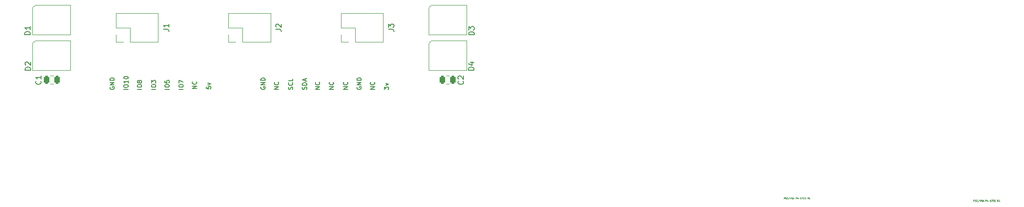
<source format=gbr>
%TF.GenerationSoftware,KiCad,Pcbnew,9.0.2*%
%TF.CreationDate,2025-07-24T17:01:52+02:00*%
%TF.ProjectId,SAO_V2,53414f5f-5632-42e6-9b69-6361645f7063,rev?*%
%TF.SameCoordinates,Original*%
%TF.FileFunction,Legend,Top*%
%TF.FilePolarity,Positive*%
%FSLAX46Y46*%
G04 Gerber Fmt 4.6, Leading zero omitted, Abs format (unit mm)*
G04 Created by KiCad (PCBNEW 9.0.2) date 2025-07-24 17:01:52*
%MOMM*%
%LPD*%
G01*
G04 APERTURE LIST*
G04 Aperture macros list*
%AMRoundRect*
0 Rectangle with rounded corners*
0 $1 Rounding radius*
0 $2 $3 $4 $5 $6 $7 $8 $9 X,Y pos of 4 corners*
0 Add a 4 corners polygon primitive as box body*
4,1,4,$2,$3,$4,$5,$6,$7,$8,$9,$2,$3,0*
0 Add four circle primitives for the rounded corners*
1,1,$1+$1,$2,$3*
1,1,$1+$1,$4,$5*
1,1,$1+$1,$6,$7*
1,1,$1+$1,$8,$9*
0 Add four rect primitives between the rounded corners*
20,1,$1+$1,$2,$3,$4,$5,0*
20,1,$1+$1,$4,$5,$6,$7,0*
20,1,$1+$1,$6,$7,$8,$9,0*
20,1,$1+$1,$8,$9,$2,$3,0*%
G04 Aperture macros list end*
%ADD10C,0.160000*%
%ADD11C,0.060000*%
%ADD12C,0.150000*%
%ADD13C,0.120000*%
%ADD14C,0.010000*%
%ADD15R,1.700000X1.700000*%
%ADD16C,1.700000*%
%ADD17RoundRect,0.250000X-0.250000X-0.475000X0.250000X-0.475000X0.250000X0.475000X-0.250000X0.475000X0*%
%ADD18R,1.500000X1.000000*%
G04 APERTURE END LIST*
D10*
X109993775Y-154690451D02*
X109993775Y-154195213D01*
X109993775Y-154195213D02*
X110298537Y-154461879D01*
X110298537Y-154461879D02*
X110298537Y-154347594D01*
X110298537Y-154347594D02*
X110336632Y-154271403D01*
X110336632Y-154271403D02*
X110374727Y-154233308D01*
X110374727Y-154233308D02*
X110450918Y-154195213D01*
X110450918Y-154195213D02*
X110641394Y-154195213D01*
X110641394Y-154195213D02*
X110717584Y-154233308D01*
X110717584Y-154233308D02*
X110755680Y-154271403D01*
X110755680Y-154271403D02*
X110793775Y-154347594D01*
X110793775Y-154347594D02*
X110793775Y-154576165D01*
X110793775Y-154576165D02*
X110755680Y-154652356D01*
X110755680Y-154652356D02*
X110717584Y-154690451D01*
X110260441Y-153928546D02*
X110793775Y-153738070D01*
X110793775Y-153738070D02*
X110260441Y-153547593D01*
X97993775Y-154614260D02*
X97193775Y-154614260D01*
X97193775Y-154614260D02*
X97993775Y-154157117D01*
X97993775Y-154157117D02*
X97193775Y-154157117D01*
X97917584Y-153319022D02*
X97955680Y-153357118D01*
X97955680Y-153357118D02*
X97993775Y-153471403D01*
X97993775Y-153471403D02*
X97993775Y-153547594D01*
X97993775Y-153547594D02*
X97955680Y-153661880D01*
X97955680Y-153661880D02*
X97879489Y-153738070D01*
X97879489Y-153738070D02*
X97803299Y-153776165D01*
X97803299Y-153776165D02*
X97650918Y-153814261D01*
X97650918Y-153814261D02*
X97536632Y-153814261D01*
X97536632Y-153814261D02*
X97384251Y-153776165D01*
X97384251Y-153776165D02*
X97308060Y-153738070D01*
X97308060Y-153738070D02*
X97231870Y-153661880D01*
X97231870Y-153661880D02*
X97193775Y-153547594D01*
X97193775Y-153547594D02*
X97193775Y-153471403D01*
X97193775Y-153471403D02*
X97231870Y-153357118D01*
X97231870Y-153357118D02*
X97269965Y-153319022D01*
X104931870Y-154195213D02*
X104893775Y-154271403D01*
X104893775Y-154271403D02*
X104893775Y-154385689D01*
X104893775Y-154385689D02*
X104931870Y-154499975D01*
X104931870Y-154499975D02*
X105008060Y-154576165D01*
X105008060Y-154576165D02*
X105084251Y-154614260D01*
X105084251Y-154614260D02*
X105236632Y-154652356D01*
X105236632Y-154652356D02*
X105350918Y-154652356D01*
X105350918Y-154652356D02*
X105503299Y-154614260D01*
X105503299Y-154614260D02*
X105579489Y-154576165D01*
X105579489Y-154576165D02*
X105655680Y-154499975D01*
X105655680Y-154499975D02*
X105693775Y-154385689D01*
X105693775Y-154385689D02*
X105693775Y-154309498D01*
X105693775Y-154309498D02*
X105655680Y-154195213D01*
X105655680Y-154195213D02*
X105617584Y-154157117D01*
X105617584Y-154157117D02*
X105350918Y-154157117D01*
X105350918Y-154157117D02*
X105350918Y-154309498D01*
X105693775Y-153814260D02*
X104893775Y-153814260D01*
X104893775Y-153814260D02*
X105693775Y-153357117D01*
X105693775Y-153357117D02*
X104893775Y-153357117D01*
X105693775Y-152976165D02*
X104893775Y-152976165D01*
X104893775Y-152976165D02*
X104893775Y-152785689D01*
X104893775Y-152785689D02*
X104931870Y-152671403D01*
X104931870Y-152671403D02*
X105008060Y-152595213D01*
X105008060Y-152595213D02*
X105084251Y-152557118D01*
X105084251Y-152557118D02*
X105236632Y-152519022D01*
X105236632Y-152519022D02*
X105350918Y-152519022D01*
X105350918Y-152519022D02*
X105503299Y-152557118D01*
X105503299Y-152557118D02*
X105579489Y-152595213D01*
X105579489Y-152595213D02*
X105655680Y-152671403D01*
X105655680Y-152671403D02*
X105693775Y-152785689D01*
X105693775Y-152785689D02*
X105693775Y-152976165D01*
X62473775Y-154644260D02*
X61673775Y-154644260D01*
X61673775Y-154110927D02*
X61673775Y-153958546D01*
X61673775Y-153958546D02*
X61711870Y-153882356D01*
X61711870Y-153882356D02*
X61788060Y-153806165D01*
X61788060Y-153806165D02*
X61940441Y-153768070D01*
X61940441Y-153768070D02*
X62207108Y-153768070D01*
X62207108Y-153768070D02*
X62359489Y-153806165D01*
X62359489Y-153806165D02*
X62435680Y-153882356D01*
X62435680Y-153882356D02*
X62473775Y-153958546D01*
X62473775Y-153958546D02*
X62473775Y-154110927D01*
X62473775Y-154110927D02*
X62435680Y-154187118D01*
X62435680Y-154187118D02*
X62359489Y-154263308D01*
X62359489Y-154263308D02*
X62207108Y-154301404D01*
X62207108Y-154301404D02*
X61940441Y-154301404D01*
X61940441Y-154301404D02*
X61788060Y-154263308D01*
X61788060Y-154263308D02*
X61711870Y-154187118D01*
X61711870Y-154187118D02*
X61673775Y-154110927D01*
X62473775Y-153006166D02*
X62473775Y-153463309D01*
X62473775Y-153234737D02*
X61673775Y-153234737D01*
X61673775Y-153234737D02*
X61788060Y-153310928D01*
X61788060Y-153310928D02*
X61864251Y-153387118D01*
X61864251Y-153387118D02*
X61902346Y-153463309D01*
X61673775Y-152510927D02*
X61673775Y-152434737D01*
X61673775Y-152434737D02*
X61711870Y-152358546D01*
X61711870Y-152358546D02*
X61749965Y-152320451D01*
X61749965Y-152320451D02*
X61826156Y-152282356D01*
X61826156Y-152282356D02*
X61978537Y-152244261D01*
X61978537Y-152244261D02*
X62169013Y-152244261D01*
X62169013Y-152244261D02*
X62321394Y-152282356D01*
X62321394Y-152282356D02*
X62397584Y-152320451D01*
X62397584Y-152320451D02*
X62435680Y-152358546D01*
X62435680Y-152358546D02*
X62473775Y-152434737D01*
X62473775Y-152434737D02*
X62473775Y-152510927D01*
X62473775Y-152510927D02*
X62435680Y-152587118D01*
X62435680Y-152587118D02*
X62397584Y-152625213D01*
X62397584Y-152625213D02*
X62321394Y-152663308D01*
X62321394Y-152663308D02*
X62169013Y-152701404D01*
X62169013Y-152701404D02*
X61978537Y-152701404D01*
X61978537Y-152701404D02*
X61826156Y-152663308D01*
X61826156Y-152663308D02*
X61749965Y-152625213D01*
X61749965Y-152625213D02*
X61711870Y-152587118D01*
X61711870Y-152587118D02*
X61673775Y-152510927D01*
X76993775Y-154133308D02*
X76993775Y-154514260D01*
X76993775Y-154514260D02*
X77374727Y-154552356D01*
X77374727Y-154552356D02*
X77336632Y-154514260D01*
X77336632Y-154514260D02*
X77298537Y-154438070D01*
X77298537Y-154438070D02*
X77298537Y-154247594D01*
X77298537Y-154247594D02*
X77336632Y-154171403D01*
X77336632Y-154171403D02*
X77374727Y-154133308D01*
X77374727Y-154133308D02*
X77450918Y-154095213D01*
X77450918Y-154095213D02*
X77641394Y-154095213D01*
X77641394Y-154095213D02*
X77717584Y-154133308D01*
X77717584Y-154133308D02*
X77755680Y-154171403D01*
X77755680Y-154171403D02*
X77793775Y-154247594D01*
X77793775Y-154247594D02*
X77793775Y-154438070D01*
X77793775Y-154438070D02*
X77755680Y-154514260D01*
X77755680Y-154514260D02*
X77717584Y-154552356D01*
X77260441Y-153828546D02*
X77793775Y-153638070D01*
X77793775Y-153638070D02*
X77260441Y-153447593D01*
X72693775Y-154614260D02*
X71893775Y-154614260D01*
X71893775Y-154080927D02*
X71893775Y-153928546D01*
X71893775Y-153928546D02*
X71931870Y-153852356D01*
X71931870Y-153852356D02*
X72008060Y-153776165D01*
X72008060Y-153776165D02*
X72160441Y-153738070D01*
X72160441Y-153738070D02*
X72427108Y-153738070D01*
X72427108Y-153738070D02*
X72579489Y-153776165D01*
X72579489Y-153776165D02*
X72655680Y-153852356D01*
X72655680Y-153852356D02*
X72693775Y-153928546D01*
X72693775Y-153928546D02*
X72693775Y-154080927D01*
X72693775Y-154080927D02*
X72655680Y-154157118D01*
X72655680Y-154157118D02*
X72579489Y-154233308D01*
X72579489Y-154233308D02*
X72427108Y-154271404D01*
X72427108Y-154271404D02*
X72160441Y-154271404D01*
X72160441Y-154271404D02*
X72008060Y-154233308D01*
X72008060Y-154233308D02*
X71931870Y-154157118D01*
X71931870Y-154157118D02*
X71893775Y-154080927D01*
X71893775Y-153471404D02*
X71893775Y-152938070D01*
X71893775Y-152938070D02*
X72693775Y-153280928D01*
X108193775Y-154614260D02*
X107393775Y-154614260D01*
X107393775Y-154614260D02*
X108193775Y-154157117D01*
X108193775Y-154157117D02*
X107393775Y-154157117D01*
X108117584Y-153319022D02*
X108155680Y-153357118D01*
X108155680Y-153357118D02*
X108193775Y-153471403D01*
X108193775Y-153471403D02*
X108193775Y-153547594D01*
X108193775Y-153547594D02*
X108155680Y-153661880D01*
X108155680Y-153661880D02*
X108079489Y-153738070D01*
X108079489Y-153738070D02*
X108003299Y-153776165D01*
X108003299Y-153776165D02*
X107850918Y-153814261D01*
X107850918Y-153814261D02*
X107736632Y-153814261D01*
X107736632Y-153814261D02*
X107584251Y-153776165D01*
X107584251Y-153776165D02*
X107508060Y-153738070D01*
X107508060Y-153738070D02*
X107431870Y-153661880D01*
X107431870Y-153661880D02*
X107393775Y-153547594D01*
X107393775Y-153547594D02*
X107393775Y-153471403D01*
X107393775Y-153471403D02*
X107431870Y-153357118D01*
X107431870Y-153357118D02*
X107469965Y-153319022D01*
D11*
X184060901Y-175000165D02*
X184060901Y-174700165D01*
X184060901Y-174700165D02*
X184175187Y-174700165D01*
X184175187Y-174700165D02*
X184203758Y-174714451D01*
X184203758Y-174714451D02*
X184218044Y-174728737D01*
X184218044Y-174728737D02*
X184232330Y-174757308D01*
X184232330Y-174757308D02*
X184232330Y-174800165D01*
X184232330Y-174800165D02*
X184218044Y-174828737D01*
X184218044Y-174828737D02*
X184203758Y-174843022D01*
X184203758Y-174843022D02*
X184175187Y-174857308D01*
X184175187Y-174857308D02*
X184060901Y-174857308D01*
X184346615Y-174985880D02*
X184389473Y-175000165D01*
X184389473Y-175000165D02*
X184460901Y-175000165D01*
X184460901Y-175000165D02*
X184489473Y-174985880D01*
X184489473Y-174985880D02*
X184503758Y-174971594D01*
X184503758Y-174971594D02*
X184518044Y-174943022D01*
X184518044Y-174943022D02*
X184518044Y-174914451D01*
X184518044Y-174914451D02*
X184503758Y-174885880D01*
X184503758Y-174885880D02*
X184489473Y-174871594D01*
X184489473Y-174871594D02*
X184460901Y-174857308D01*
X184460901Y-174857308D02*
X184403758Y-174843022D01*
X184403758Y-174843022D02*
X184375187Y-174828737D01*
X184375187Y-174828737D02*
X184360901Y-174814451D01*
X184360901Y-174814451D02*
X184346615Y-174785880D01*
X184346615Y-174785880D02*
X184346615Y-174757308D01*
X184346615Y-174757308D02*
X184360901Y-174728737D01*
X184360901Y-174728737D02*
X184375187Y-174714451D01*
X184375187Y-174714451D02*
X184403758Y-174700165D01*
X184403758Y-174700165D02*
X184475187Y-174700165D01*
X184475187Y-174700165D02*
X184518044Y-174714451D01*
X184632329Y-174728737D02*
X184646615Y-174714451D01*
X184646615Y-174714451D02*
X184675187Y-174700165D01*
X184675187Y-174700165D02*
X184746615Y-174700165D01*
X184746615Y-174700165D02*
X184775187Y-174714451D01*
X184775187Y-174714451D02*
X184789472Y-174728737D01*
X184789472Y-174728737D02*
X184803758Y-174757308D01*
X184803758Y-174757308D02*
X184803758Y-174785880D01*
X184803758Y-174785880D02*
X184789472Y-174828737D01*
X184789472Y-174828737D02*
X184618044Y-175000165D01*
X184618044Y-175000165D02*
X184803758Y-175000165D01*
X185146615Y-174685880D02*
X184889472Y-175071594D01*
X185203758Y-174700165D02*
X185303758Y-175000165D01*
X185303758Y-175000165D02*
X185403758Y-174700165D01*
X185660901Y-174714451D02*
X185632330Y-174700165D01*
X185632330Y-174700165D02*
X185589472Y-174700165D01*
X185589472Y-174700165D02*
X185546615Y-174714451D01*
X185546615Y-174714451D02*
X185518044Y-174743022D01*
X185518044Y-174743022D02*
X185503758Y-174771594D01*
X185503758Y-174771594D02*
X185489472Y-174828737D01*
X185489472Y-174828737D02*
X185489472Y-174871594D01*
X185489472Y-174871594D02*
X185503758Y-174928737D01*
X185503758Y-174928737D02*
X185518044Y-174957308D01*
X185518044Y-174957308D02*
X185546615Y-174985880D01*
X185546615Y-174985880D02*
X185589472Y-175000165D01*
X185589472Y-175000165D02*
X185618044Y-175000165D01*
X185618044Y-175000165D02*
X185660901Y-174985880D01*
X185660901Y-174985880D02*
X185675187Y-174971594D01*
X185675187Y-174971594D02*
X185675187Y-174871594D01*
X185675187Y-174871594D02*
X185618044Y-174871594D01*
X185789472Y-174914451D02*
X185932330Y-174914451D01*
X185760901Y-175000165D02*
X185860901Y-174700165D01*
X185860901Y-174700165D02*
X185960901Y-175000165D01*
X186289472Y-175000165D02*
X186289472Y-174700165D01*
X186289472Y-174700165D02*
X186403758Y-174700165D01*
X186403758Y-174700165D02*
X186432329Y-174714451D01*
X186432329Y-174714451D02*
X186446615Y-174728737D01*
X186446615Y-174728737D02*
X186460901Y-174757308D01*
X186460901Y-174757308D02*
X186460901Y-174800165D01*
X186460901Y-174800165D02*
X186446615Y-174828737D01*
X186446615Y-174828737D02*
X186432329Y-174843022D01*
X186432329Y-174843022D02*
X186403758Y-174857308D01*
X186403758Y-174857308D02*
X186289472Y-174857308D01*
X186718044Y-174800165D02*
X186718044Y-175000165D01*
X186646615Y-174685880D02*
X186575186Y-174900165D01*
X186575186Y-174900165D02*
X186760901Y-174900165D01*
X187160900Y-174700165D02*
X187189471Y-174700165D01*
X187189471Y-174700165D02*
X187218043Y-174714451D01*
X187218043Y-174714451D02*
X187232329Y-174728737D01*
X187232329Y-174728737D02*
X187246614Y-174757308D01*
X187246614Y-174757308D02*
X187260900Y-174814451D01*
X187260900Y-174814451D02*
X187260900Y-174885880D01*
X187260900Y-174885880D02*
X187246614Y-174943022D01*
X187246614Y-174943022D02*
X187232329Y-174971594D01*
X187232329Y-174971594D02*
X187218043Y-174985880D01*
X187218043Y-174985880D02*
X187189471Y-175000165D01*
X187189471Y-175000165D02*
X187160900Y-175000165D01*
X187160900Y-175000165D02*
X187132329Y-174985880D01*
X187132329Y-174985880D02*
X187118043Y-174971594D01*
X187118043Y-174971594D02*
X187103757Y-174943022D01*
X187103757Y-174943022D02*
X187089471Y-174885880D01*
X187089471Y-174885880D02*
X187089471Y-174814451D01*
X187089471Y-174814451D02*
X187103757Y-174757308D01*
X187103757Y-174757308D02*
X187118043Y-174728737D01*
X187118043Y-174728737D02*
X187132329Y-174714451D01*
X187132329Y-174714451D02*
X187160900Y-174700165D01*
X187360900Y-174700165D02*
X187560900Y-174700165D01*
X187560900Y-174700165D02*
X187432328Y-175000165D01*
X187660899Y-174728737D02*
X187675185Y-174714451D01*
X187675185Y-174714451D02*
X187703757Y-174700165D01*
X187703757Y-174700165D02*
X187775185Y-174700165D01*
X187775185Y-174700165D02*
X187803757Y-174714451D01*
X187803757Y-174714451D02*
X187818042Y-174728737D01*
X187818042Y-174728737D02*
X187832328Y-174757308D01*
X187832328Y-174757308D02*
X187832328Y-174785880D01*
X187832328Y-174785880D02*
X187818042Y-174828737D01*
X187818042Y-174828737D02*
X187646614Y-175000165D01*
X187646614Y-175000165D02*
X187832328Y-175000165D01*
X188103756Y-174700165D02*
X187960899Y-174700165D01*
X187960899Y-174700165D02*
X187946613Y-174843022D01*
X187946613Y-174843022D02*
X187960899Y-174828737D01*
X187960899Y-174828737D02*
X187989471Y-174814451D01*
X187989471Y-174814451D02*
X188060899Y-174814451D01*
X188060899Y-174814451D02*
X188089471Y-174828737D01*
X188089471Y-174828737D02*
X188103756Y-174843022D01*
X188103756Y-174843022D02*
X188118042Y-174871594D01*
X188118042Y-174871594D02*
X188118042Y-174943022D01*
X188118042Y-174943022D02*
X188103756Y-174971594D01*
X188103756Y-174971594D02*
X188089471Y-174985880D01*
X188089471Y-174985880D02*
X188060899Y-175000165D01*
X188060899Y-175000165D02*
X187989471Y-175000165D01*
X187989471Y-175000165D02*
X187960899Y-174985880D01*
X187960899Y-174985880D02*
X187946613Y-174971594D01*
X188646613Y-175000165D02*
X188546613Y-174857308D01*
X188475184Y-175000165D02*
X188475184Y-174700165D01*
X188475184Y-174700165D02*
X188589470Y-174700165D01*
X188589470Y-174700165D02*
X188618041Y-174714451D01*
X188618041Y-174714451D02*
X188632327Y-174728737D01*
X188632327Y-174728737D02*
X188646613Y-174757308D01*
X188646613Y-174757308D02*
X188646613Y-174800165D01*
X188646613Y-174800165D02*
X188632327Y-174828737D01*
X188632327Y-174828737D02*
X188618041Y-174843022D01*
X188618041Y-174843022D02*
X188589470Y-174857308D01*
X188589470Y-174857308D02*
X188475184Y-174857308D01*
X188932327Y-175000165D02*
X188760898Y-175000165D01*
X188846613Y-175000165D02*
X188846613Y-174700165D01*
X188846613Y-174700165D02*
X188818041Y-174743022D01*
X188818041Y-174743022D02*
X188789470Y-174771594D01*
X188789470Y-174771594D02*
X188760898Y-174785880D01*
D10*
X92955680Y-154652356D02*
X92993775Y-154538070D01*
X92993775Y-154538070D02*
X92993775Y-154347594D01*
X92993775Y-154347594D02*
X92955680Y-154271403D01*
X92955680Y-154271403D02*
X92917584Y-154233308D01*
X92917584Y-154233308D02*
X92841394Y-154195213D01*
X92841394Y-154195213D02*
X92765203Y-154195213D01*
X92765203Y-154195213D02*
X92689013Y-154233308D01*
X92689013Y-154233308D02*
X92650918Y-154271403D01*
X92650918Y-154271403D02*
X92612822Y-154347594D01*
X92612822Y-154347594D02*
X92574727Y-154499975D01*
X92574727Y-154499975D02*
X92536632Y-154576165D01*
X92536632Y-154576165D02*
X92498537Y-154614260D01*
X92498537Y-154614260D02*
X92422346Y-154652356D01*
X92422346Y-154652356D02*
X92346156Y-154652356D01*
X92346156Y-154652356D02*
X92269965Y-154614260D01*
X92269965Y-154614260D02*
X92231870Y-154576165D01*
X92231870Y-154576165D02*
X92193775Y-154499975D01*
X92193775Y-154499975D02*
X92193775Y-154309498D01*
X92193775Y-154309498D02*
X92231870Y-154195213D01*
X92917584Y-153395212D02*
X92955680Y-153433308D01*
X92955680Y-153433308D02*
X92993775Y-153547593D01*
X92993775Y-153547593D02*
X92993775Y-153623784D01*
X92993775Y-153623784D02*
X92955680Y-153738070D01*
X92955680Y-153738070D02*
X92879489Y-153814260D01*
X92879489Y-153814260D02*
X92803299Y-153852355D01*
X92803299Y-153852355D02*
X92650918Y-153890451D01*
X92650918Y-153890451D02*
X92536632Y-153890451D01*
X92536632Y-153890451D02*
X92384251Y-153852355D01*
X92384251Y-153852355D02*
X92308060Y-153814260D01*
X92308060Y-153814260D02*
X92231870Y-153738070D01*
X92231870Y-153738070D02*
X92193775Y-153623784D01*
X92193775Y-153623784D02*
X92193775Y-153547593D01*
X92193775Y-153547593D02*
X92231870Y-153433308D01*
X92231870Y-153433308D02*
X92269965Y-153395212D01*
X92993775Y-152671403D02*
X92993775Y-153052355D01*
X92993775Y-153052355D02*
X92193775Y-153052355D01*
X95555680Y-154652356D02*
X95593775Y-154538070D01*
X95593775Y-154538070D02*
X95593775Y-154347594D01*
X95593775Y-154347594D02*
X95555680Y-154271403D01*
X95555680Y-154271403D02*
X95517584Y-154233308D01*
X95517584Y-154233308D02*
X95441394Y-154195213D01*
X95441394Y-154195213D02*
X95365203Y-154195213D01*
X95365203Y-154195213D02*
X95289013Y-154233308D01*
X95289013Y-154233308D02*
X95250918Y-154271403D01*
X95250918Y-154271403D02*
X95212822Y-154347594D01*
X95212822Y-154347594D02*
X95174727Y-154499975D01*
X95174727Y-154499975D02*
X95136632Y-154576165D01*
X95136632Y-154576165D02*
X95098537Y-154614260D01*
X95098537Y-154614260D02*
X95022346Y-154652356D01*
X95022346Y-154652356D02*
X94946156Y-154652356D01*
X94946156Y-154652356D02*
X94869965Y-154614260D01*
X94869965Y-154614260D02*
X94831870Y-154576165D01*
X94831870Y-154576165D02*
X94793775Y-154499975D01*
X94793775Y-154499975D02*
X94793775Y-154309498D01*
X94793775Y-154309498D02*
X94831870Y-154195213D01*
X95593775Y-153852355D02*
X94793775Y-153852355D01*
X94793775Y-153852355D02*
X94793775Y-153661879D01*
X94793775Y-153661879D02*
X94831870Y-153547593D01*
X94831870Y-153547593D02*
X94908060Y-153471403D01*
X94908060Y-153471403D02*
X94984251Y-153433308D01*
X94984251Y-153433308D02*
X95136632Y-153395212D01*
X95136632Y-153395212D02*
X95250918Y-153395212D01*
X95250918Y-153395212D02*
X95403299Y-153433308D01*
X95403299Y-153433308D02*
X95479489Y-153471403D01*
X95479489Y-153471403D02*
X95555680Y-153547593D01*
X95555680Y-153547593D02*
X95593775Y-153661879D01*
X95593775Y-153661879D02*
X95593775Y-153852355D01*
X95365203Y-153090451D02*
X95365203Y-152709498D01*
X95593775Y-153166641D02*
X94793775Y-152899974D01*
X94793775Y-152899974D02*
X95593775Y-152633308D01*
X75193775Y-154514260D02*
X74393775Y-154514260D01*
X74393775Y-154514260D02*
X75193775Y-154057117D01*
X75193775Y-154057117D02*
X74393775Y-154057117D01*
X75117584Y-153219022D02*
X75155680Y-153257118D01*
X75155680Y-153257118D02*
X75193775Y-153371403D01*
X75193775Y-153371403D02*
X75193775Y-153447594D01*
X75193775Y-153447594D02*
X75155680Y-153561880D01*
X75155680Y-153561880D02*
X75079489Y-153638070D01*
X75079489Y-153638070D02*
X75003299Y-153676165D01*
X75003299Y-153676165D02*
X74850918Y-153714261D01*
X74850918Y-153714261D02*
X74736632Y-153714261D01*
X74736632Y-153714261D02*
X74584251Y-153676165D01*
X74584251Y-153676165D02*
X74508060Y-153638070D01*
X74508060Y-153638070D02*
X74431870Y-153561880D01*
X74431870Y-153561880D02*
X74393775Y-153447594D01*
X74393775Y-153447594D02*
X74393775Y-153371403D01*
X74393775Y-153371403D02*
X74431870Y-153257118D01*
X74431870Y-153257118D02*
X74469965Y-153219022D01*
D11*
X219240901Y-175480165D02*
X219240901Y-175180165D01*
X219240901Y-175180165D02*
X219355187Y-175180165D01*
X219355187Y-175180165D02*
X219383758Y-175194451D01*
X219383758Y-175194451D02*
X219398044Y-175208737D01*
X219398044Y-175208737D02*
X219412330Y-175237308D01*
X219412330Y-175237308D02*
X219412330Y-175280165D01*
X219412330Y-175280165D02*
X219398044Y-175308737D01*
X219398044Y-175308737D02*
X219383758Y-175323022D01*
X219383758Y-175323022D02*
X219355187Y-175337308D01*
X219355187Y-175337308D02*
X219240901Y-175337308D01*
X219526615Y-175465880D02*
X219569473Y-175480165D01*
X219569473Y-175480165D02*
X219640901Y-175480165D01*
X219640901Y-175480165D02*
X219669473Y-175465880D01*
X219669473Y-175465880D02*
X219683758Y-175451594D01*
X219683758Y-175451594D02*
X219698044Y-175423022D01*
X219698044Y-175423022D02*
X219698044Y-175394451D01*
X219698044Y-175394451D02*
X219683758Y-175365880D01*
X219683758Y-175365880D02*
X219669473Y-175351594D01*
X219669473Y-175351594D02*
X219640901Y-175337308D01*
X219640901Y-175337308D02*
X219583758Y-175323022D01*
X219583758Y-175323022D02*
X219555187Y-175308737D01*
X219555187Y-175308737D02*
X219540901Y-175294451D01*
X219540901Y-175294451D02*
X219526615Y-175265880D01*
X219526615Y-175265880D02*
X219526615Y-175237308D01*
X219526615Y-175237308D02*
X219540901Y-175208737D01*
X219540901Y-175208737D02*
X219555187Y-175194451D01*
X219555187Y-175194451D02*
X219583758Y-175180165D01*
X219583758Y-175180165D02*
X219655187Y-175180165D01*
X219655187Y-175180165D02*
X219698044Y-175194451D01*
X219812329Y-175208737D02*
X219826615Y-175194451D01*
X219826615Y-175194451D02*
X219855187Y-175180165D01*
X219855187Y-175180165D02*
X219926615Y-175180165D01*
X219926615Y-175180165D02*
X219955187Y-175194451D01*
X219955187Y-175194451D02*
X219969472Y-175208737D01*
X219969472Y-175208737D02*
X219983758Y-175237308D01*
X219983758Y-175237308D02*
X219983758Y-175265880D01*
X219983758Y-175265880D02*
X219969472Y-175308737D01*
X219969472Y-175308737D02*
X219798044Y-175480165D01*
X219798044Y-175480165D02*
X219983758Y-175480165D01*
X220326615Y-175165880D02*
X220069472Y-175551594D01*
X220383758Y-175180165D02*
X220483758Y-175480165D01*
X220483758Y-175480165D02*
X220583758Y-175180165D01*
X220840901Y-175194451D02*
X220812330Y-175180165D01*
X220812330Y-175180165D02*
X220769472Y-175180165D01*
X220769472Y-175180165D02*
X220726615Y-175194451D01*
X220726615Y-175194451D02*
X220698044Y-175223022D01*
X220698044Y-175223022D02*
X220683758Y-175251594D01*
X220683758Y-175251594D02*
X220669472Y-175308737D01*
X220669472Y-175308737D02*
X220669472Y-175351594D01*
X220669472Y-175351594D02*
X220683758Y-175408737D01*
X220683758Y-175408737D02*
X220698044Y-175437308D01*
X220698044Y-175437308D02*
X220726615Y-175465880D01*
X220726615Y-175465880D02*
X220769472Y-175480165D01*
X220769472Y-175480165D02*
X220798044Y-175480165D01*
X220798044Y-175480165D02*
X220840901Y-175465880D01*
X220840901Y-175465880D02*
X220855187Y-175451594D01*
X220855187Y-175451594D02*
X220855187Y-175351594D01*
X220855187Y-175351594D02*
X220798044Y-175351594D01*
X220969472Y-175394451D02*
X221112330Y-175394451D01*
X220940901Y-175480165D02*
X221040901Y-175180165D01*
X221040901Y-175180165D02*
X221140901Y-175480165D01*
X221469472Y-175480165D02*
X221469472Y-175180165D01*
X221469472Y-175180165D02*
X221583758Y-175180165D01*
X221583758Y-175180165D02*
X221612329Y-175194451D01*
X221612329Y-175194451D02*
X221626615Y-175208737D01*
X221626615Y-175208737D02*
X221640901Y-175237308D01*
X221640901Y-175237308D02*
X221640901Y-175280165D01*
X221640901Y-175280165D02*
X221626615Y-175308737D01*
X221626615Y-175308737D02*
X221612329Y-175323022D01*
X221612329Y-175323022D02*
X221583758Y-175337308D01*
X221583758Y-175337308D02*
X221469472Y-175337308D01*
X221898044Y-175280165D02*
X221898044Y-175480165D01*
X221826615Y-175165880D02*
X221755186Y-175380165D01*
X221755186Y-175380165D02*
X221940901Y-175380165D01*
X222340900Y-175180165D02*
X222369471Y-175180165D01*
X222369471Y-175180165D02*
X222398043Y-175194451D01*
X222398043Y-175194451D02*
X222412329Y-175208737D01*
X222412329Y-175208737D02*
X222426614Y-175237308D01*
X222426614Y-175237308D02*
X222440900Y-175294451D01*
X222440900Y-175294451D02*
X222440900Y-175365880D01*
X222440900Y-175365880D02*
X222426614Y-175423022D01*
X222426614Y-175423022D02*
X222412329Y-175451594D01*
X222412329Y-175451594D02*
X222398043Y-175465880D01*
X222398043Y-175465880D02*
X222369471Y-175480165D01*
X222369471Y-175480165D02*
X222340900Y-175480165D01*
X222340900Y-175480165D02*
X222312329Y-175465880D01*
X222312329Y-175465880D02*
X222298043Y-175451594D01*
X222298043Y-175451594D02*
X222283757Y-175423022D01*
X222283757Y-175423022D02*
X222269471Y-175365880D01*
X222269471Y-175365880D02*
X222269471Y-175294451D01*
X222269471Y-175294451D02*
X222283757Y-175237308D01*
X222283757Y-175237308D02*
X222298043Y-175208737D01*
X222298043Y-175208737D02*
X222312329Y-175194451D01*
X222312329Y-175194451D02*
X222340900Y-175180165D01*
X222540900Y-175180165D02*
X222740900Y-175180165D01*
X222740900Y-175180165D02*
X222612328Y-175480165D01*
X222840899Y-175208737D02*
X222855185Y-175194451D01*
X222855185Y-175194451D02*
X222883757Y-175180165D01*
X222883757Y-175180165D02*
X222955185Y-175180165D01*
X222955185Y-175180165D02*
X222983757Y-175194451D01*
X222983757Y-175194451D02*
X222998042Y-175208737D01*
X222998042Y-175208737D02*
X223012328Y-175237308D01*
X223012328Y-175237308D02*
X223012328Y-175265880D01*
X223012328Y-175265880D02*
X222998042Y-175308737D01*
X222998042Y-175308737D02*
X222826614Y-175480165D01*
X222826614Y-175480165D02*
X223012328Y-175480165D01*
X223283756Y-175180165D02*
X223140899Y-175180165D01*
X223140899Y-175180165D02*
X223126613Y-175323022D01*
X223126613Y-175323022D02*
X223140899Y-175308737D01*
X223140899Y-175308737D02*
X223169471Y-175294451D01*
X223169471Y-175294451D02*
X223240899Y-175294451D01*
X223240899Y-175294451D02*
X223269471Y-175308737D01*
X223269471Y-175308737D02*
X223283756Y-175323022D01*
X223283756Y-175323022D02*
X223298042Y-175351594D01*
X223298042Y-175351594D02*
X223298042Y-175423022D01*
X223298042Y-175423022D02*
X223283756Y-175451594D01*
X223283756Y-175451594D02*
X223269471Y-175465880D01*
X223269471Y-175465880D02*
X223240899Y-175480165D01*
X223240899Y-175480165D02*
X223169471Y-175480165D01*
X223169471Y-175480165D02*
X223140899Y-175465880D01*
X223140899Y-175465880D02*
X223126613Y-175451594D01*
X223826613Y-175480165D02*
X223726613Y-175337308D01*
X223655184Y-175480165D02*
X223655184Y-175180165D01*
X223655184Y-175180165D02*
X223769470Y-175180165D01*
X223769470Y-175180165D02*
X223798041Y-175194451D01*
X223798041Y-175194451D02*
X223812327Y-175208737D01*
X223812327Y-175208737D02*
X223826613Y-175237308D01*
X223826613Y-175237308D02*
X223826613Y-175280165D01*
X223826613Y-175280165D02*
X223812327Y-175308737D01*
X223812327Y-175308737D02*
X223798041Y-175323022D01*
X223798041Y-175323022D02*
X223769470Y-175337308D01*
X223769470Y-175337308D02*
X223655184Y-175337308D01*
X224112327Y-175480165D02*
X223940898Y-175480165D01*
X224026613Y-175480165D02*
X224026613Y-175180165D01*
X224026613Y-175180165D02*
X223998041Y-175223022D01*
X223998041Y-175223022D02*
X223969470Y-175251594D01*
X223969470Y-175251594D02*
X223940898Y-175265880D01*
D10*
X90393775Y-154614260D02*
X89593775Y-154614260D01*
X89593775Y-154614260D02*
X90393775Y-154157117D01*
X90393775Y-154157117D02*
X89593775Y-154157117D01*
X90317584Y-153319022D02*
X90355680Y-153357118D01*
X90355680Y-153357118D02*
X90393775Y-153471403D01*
X90393775Y-153471403D02*
X90393775Y-153547594D01*
X90393775Y-153547594D02*
X90355680Y-153661880D01*
X90355680Y-153661880D02*
X90279489Y-153738070D01*
X90279489Y-153738070D02*
X90203299Y-153776165D01*
X90203299Y-153776165D02*
X90050918Y-153814261D01*
X90050918Y-153814261D02*
X89936632Y-153814261D01*
X89936632Y-153814261D02*
X89784251Y-153776165D01*
X89784251Y-153776165D02*
X89708060Y-153738070D01*
X89708060Y-153738070D02*
X89631870Y-153661880D01*
X89631870Y-153661880D02*
X89593775Y-153547594D01*
X89593775Y-153547594D02*
X89593775Y-153471403D01*
X89593775Y-153471403D02*
X89631870Y-153357118D01*
X89631870Y-153357118D02*
X89669965Y-153319022D01*
X87131870Y-154195213D02*
X87093775Y-154271403D01*
X87093775Y-154271403D02*
X87093775Y-154385689D01*
X87093775Y-154385689D02*
X87131870Y-154499975D01*
X87131870Y-154499975D02*
X87208060Y-154576165D01*
X87208060Y-154576165D02*
X87284251Y-154614260D01*
X87284251Y-154614260D02*
X87436632Y-154652356D01*
X87436632Y-154652356D02*
X87550918Y-154652356D01*
X87550918Y-154652356D02*
X87703299Y-154614260D01*
X87703299Y-154614260D02*
X87779489Y-154576165D01*
X87779489Y-154576165D02*
X87855680Y-154499975D01*
X87855680Y-154499975D02*
X87893775Y-154385689D01*
X87893775Y-154385689D02*
X87893775Y-154309498D01*
X87893775Y-154309498D02*
X87855680Y-154195213D01*
X87855680Y-154195213D02*
X87817584Y-154157117D01*
X87817584Y-154157117D02*
X87550918Y-154157117D01*
X87550918Y-154157117D02*
X87550918Y-154309498D01*
X87893775Y-153814260D02*
X87093775Y-153814260D01*
X87093775Y-153814260D02*
X87893775Y-153357117D01*
X87893775Y-153357117D02*
X87093775Y-153357117D01*
X87893775Y-152976165D02*
X87093775Y-152976165D01*
X87093775Y-152976165D02*
X87093775Y-152785689D01*
X87093775Y-152785689D02*
X87131870Y-152671403D01*
X87131870Y-152671403D02*
X87208060Y-152595213D01*
X87208060Y-152595213D02*
X87284251Y-152557118D01*
X87284251Y-152557118D02*
X87436632Y-152519022D01*
X87436632Y-152519022D02*
X87550918Y-152519022D01*
X87550918Y-152519022D02*
X87703299Y-152557118D01*
X87703299Y-152557118D02*
X87779489Y-152595213D01*
X87779489Y-152595213D02*
X87855680Y-152671403D01*
X87855680Y-152671403D02*
X87893775Y-152785689D01*
X87893775Y-152785689D02*
X87893775Y-152976165D01*
X100593775Y-154614260D02*
X99793775Y-154614260D01*
X99793775Y-154614260D02*
X100593775Y-154157117D01*
X100593775Y-154157117D02*
X99793775Y-154157117D01*
X100517584Y-153319022D02*
X100555680Y-153357118D01*
X100555680Y-153357118D02*
X100593775Y-153471403D01*
X100593775Y-153471403D02*
X100593775Y-153547594D01*
X100593775Y-153547594D02*
X100555680Y-153661880D01*
X100555680Y-153661880D02*
X100479489Y-153738070D01*
X100479489Y-153738070D02*
X100403299Y-153776165D01*
X100403299Y-153776165D02*
X100250918Y-153814261D01*
X100250918Y-153814261D02*
X100136632Y-153814261D01*
X100136632Y-153814261D02*
X99984251Y-153776165D01*
X99984251Y-153776165D02*
X99908060Y-153738070D01*
X99908060Y-153738070D02*
X99831870Y-153661880D01*
X99831870Y-153661880D02*
X99793775Y-153547594D01*
X99793775Y-153547594D02*
X99793775Y-153471403D01*
X99793775Y-153471403D02*
X99831870Y-153357118D01*
X99831870Y-153357118D02*
X99869965Y-153319022D01*
X70093775Y-154614260D02*
X69293775Y-154614260D01*
X69293775Y-154080927D02*
X69293775Y-153928546D01*
X69293775Y-153928546D02*
X69331870Y-153852356D01*
X69331870Y-153852356D02*
X69408060Y-153776165D01*
X69408060Y-153776165D02*
X69560441Y-153738070D01*
X69560441Y-153738070D02*
X69827108Y-153738070D01*
X69827108Y-153738070D02*
X69979489Y-153776165D01*
X69979489Y-153776165D02*
X70055680Y-153852356D01*
X70055680Y-153852356D02*
X70093775Y-153928546D01*
X70093775Y-153928546D02*
X70093775Y-154080927D01*
X70093775Y-154080927D02*
X70055680Y-154157118D01*
X70055680Y-154157118D02*
X69979489Y-154233308D01*
X69979489Y-154233308D02*
X69827108Y-154271404D01*
X69827108Y-154271404D02*
X69560441Y-154271404D01*
X69560441Y-154271404D02*
X69408060Y-154233308D01*
X69408060Y-154233308D02*
X69331870Y-154157118D01*
X69331870Y-154157118D02*
X69293775Y-154080927D01*
X69293775Y-153014261D02*
X69293775Y-153395213D01*
X69293775Y-153395213D02*
X69674727Y-153433309D01*
X69674727Y-153433309D02*
X69636632Y-153395213D01*
X69636632Y-153395213D02*
X69598537Y-153319023D01*
X69598537Y-153319023D02*
X69598537Y-153128547D01*
X69598537Y-153128547D02*
X69636632Y-153052356D01*
X69636632Y-153052356D02*
X69674727Y-153014261D01*
X69674727Y-153014261D02*
X69750918Y-152976166D01*
X69750918Y-152976166D02*
X69941394Y-152976166D01*
X69941394Y-152976166D02*
X70017584Y-153014261D01*
X70017584Y-153014261D02*
X70055680Y-153052356D01*
X70055680Y-153052356D02*
X70093775Y-153128547D01*
X70093775Y-153128547D02*
X70093775Y-153319023D01*
X70093775Y-153319023D02*
X70055680Y-153395213D01*
X70055680Y-153395213D02*
X70017584Y-153433309D01*
X64993775Y-154614260D02*
X64193775Y-154614260D01*
X64193775Y-154080927D02*
X64193775Y-153928546D01*
X64193775Y-153928546D02*
X64231870Y-153852356D01*
X64231870Y-153852356D02*
X64308060Y-153776165D01*
X64308060Y-153776165D02*
X64460441Y-153738070D01*
X64460441Y-153738070D02*
X64727108Y-153738070D01*
X64727108Y-153738070D02*
X64879489Y-153776165D01*
X64879489Y-153776165D02*
X64955680Y-153852356D01*
X64955680Y-153852356D02*
X64993775Y-153928546D01*
X64993775Y-153928546D02*
X64993775Y-154080927D01*
X64993775Y-154080927D02*
X64955680Y-154157118D01*
X64955680Y-154157118D02*
X64879489Y-154233308D01*
X64879489Y-154233308D02*
X64727108Y-154271404D01*
X64727108Y-154271404D02*
X64460441Y-154271404D01*
X64460441Y-154271404D02*
X64308060Y-154233308D01*
X64308060Y-154233308D02*
X64231870Y-154157118D01*
X64231870Y-154157118D02*
X64193775Y-154080927D01*
X64536632Y-153280928D02*
X64498537Y-153357118D01*
X64498537Y-153357118D02*
X64460441Y-153395213D01*
X64460441Y-153395213D02*
X64384251Y-153433309D01*
X64384251Y-153433309D02*
X64346156Y-153433309D01*
X64346156Y-153433309D02*
X64269965Y-153395213D01*
X64269965Y-153395213D02*
X64231870Y-153357118D01*
X64231870Y-153357118D02*
X64193775Y-153280928D01*
X64193775Y-153280928D02*
X64193775Y-153128547D01*
X64193775Y-153128547D02*
X64231870Y-153052356D01*
X64231870Y-153052356D02*
X64269965Y-153014261D01*
X64269965Y-153014261D02*
X64346156Y-152976166D01*
X64346156Y-152976166D02*
X64384251Y-152976166D01*
X64384251Y-152976166D02*
X64460441Y-153014261D01*
X64460441Y-153014261D02*
X64498537Y-153052356D01*
X64498537Y-153052356D02*
X64536632Y-153128547D01*
X64536632Y-153128547D02*
X64536632Y-153280928D01*
X64536632Y-153280928D02*
X64574727Y-153357118D01*
X64574727Y-153357118D02*
X64612822Y-153395213D01*
X64612822Y-153395213D02*
X64689013Y-153433309D01*
X64689013Y-153433309D02*
X64841394Y-153433309D01*
X64841394Y-153433309D02*
X64917584Y-153395213D01*
X64917584Y-153395213D02*
X64955680Y-153357118D01*
X64955680Y-153357118D02*
X64993775Y-153280928D01*
X64993775Y-153280928D02*
X64993775Y-153128547D01*
X64993775Y-153128547D02*
X64955680Y-153052356D01*
X64955680Y-153052356D02*
X64917584Y-153014261D01*
X64917584Y-153014261D02*
X64841394Y-152976166D01*
X64841394Y-152976166D02*
X64689013Y-152976166D01*
X64689013Y-152976166D02*
X64612822Y-153014261D01*
X64612822Y-153014261D02*
X64574727Y-153052356D01*
X64574727Y-153052356D02*
X64536632Y-153128547D01*
X67593775Y-154614260D02*
X66793775Y-154614260D01*
X66793775Y-154080927D02*
X66793775Y-153928546D01*
X66793775Y-153928546D02*
X66831870Y-153852356D01*
X66831870Y-153852356D02*
X66908060Y-153776165D01*
X66908060Y-153776165D02*
X67060441Y-153738070D01*
X67060441Y-153738070D02*
X67327108Y-153738070D01*
X67327108Y-153738070D02*
X67479489Y-153776165D01*
X67479489Y-153776165D02*
X67555680Y-153852356D01*
X67555680Y-153852356D02*
X67593775Y-153928546D01*
X67593775Y-153928546D02*
X67593775Y-154080927D01*
X67593775Y-154080927D02*
X67555680Y-154157118D01*
X67555680Y-154157118D02*
X67479489Y-154233308D01*
X67479489Y-154233308D02*
X67327108Y-154271404D01*
X67327108Y-154271404D02*
X67060441Y-154271404D01*
X67060441Y-154271404D02*
X66908060Y-154233308D01*
X66908060Y-154233308D02*
X66831870Y-154157118D01*
X66831870Y-154157118D02*
X66793775Y-154080927D01*
X66793775Y-153471404D02*
X66793775Y-152976166D01*
X66793775Y-152976166D02*
X67098537Y-153242832D01*
X67098537Y-153242832D02*
X67098537Y-153128547D01*
X67098537Y-153128547D02*
X67136632Y-153052356D01*
X67136632Y-153052356D02*
X67174727Y-153014261D01*
X67174727Y-153014261D02*
X67250918Y-152976166D01*
X67250918Y-152976166D02*
X67441394Y-152976166D01*
X67441394Y-152976166D02*
X67517584Y-153014261D01*
X67517584Y-153014261D02*
X67555680Y-153052356D01*
X67555680Y-153052356D02*
X67593775Y-153128547D01*
X67593775Y-153128547D02*
X67593775Y-153357118D01*
X67593775Y-153357118D02*
X67555680Y-153433309D01*
X67555680Y-153433309D02*
X67517584Y-153471404D01*
X103193775Y-154614260D02*
X102393775Y-154614260D01*
X102393775Y-154614260D02*
X103193775Y-154157117D01*
X103193775Y-154157117D02*
X102393775Y-154157117D01*
X103117584Y-153319022D02*
X103155680Y-153357118D01*
X103155680Y-153357118D02*
X103193775Y-153471403D01*
X103193775Y-153471403D02*
X103193775Y-153547594D01*
X103193775Y-153547594D02*
X103155680Y-153661880D01*
X103155680Y-153661880D02*
X103079489Y-153738070D01*
X103079489Y-153738070D02*
X103003299Y-153776165D01*
X103003299Y-153776165D02*
X102850918Y-153814261D01*
X102850918Y-153814261D02*
X102736632Y-153814261D01*
X102736632Y-153814261D02*
X102584251Y-153776165D01*
X102584251Y-153776165D02*
X102508060Y-153738070D01*
X102508060Y-153738070D02*
X102431870Y-153661880D01*
X102431870Y-153661880D02*
X102393775Y-153547594D01*
X102393775Y-153547594D02*
X102393775Y-153471403D01*
X102393775Y-153471403D02*
X102431870Y-153357118D01*
X102431870Y-153357118D02*
X102469965Y-153319022D01*
X59131870Y-154195213D02*
X59093775Y-154271403D01*
X59093775Y-154271403D02*
X59093775Y-154385689D01*
X59093775Y-154385689D02*
X59131870Y-154499975D01*
X59131870Y-154499975D02*
X59208060Y-154576165D01*
X59208060Y-154576165D02*
X59284251Y-154614260D01*
X59284251Y-154614260D02*
X59436632Y-154652356D01*
X59436632Y-154652356D02*
X59550918Y-154652356D01*
X59550918Y-154652356D02*
X59703299Y-154614260D01*
X59703299Y-154614260D02*
X59779489Y-154576165D01*
X59779489Y-154576165D02*
X59855680Y-154499975D01*
X59855680Y-154499975D02*
X59893775Y-154385689D01*
X59893775Y-154385689D02*
X59893775Y-154309498D01*
X59893775Y-154309498D02*
X59855680Y-154195213D01*
X59855680Y-154195213D02*
X59817584Y-154157117D01*
X59817584Y-154157117D02*
X59550918Y-154157117D01*
X59550918Y-154157117D02*
X59550918Y-154309498D01*
X59893775Y-153814260D02*
X59093775Y-153814260D01*
X59093775Y-153814260D02*
X59893775Y-153357117D01*
X59893775Y-153357117D02*
X59093775Y-153357117D01*
X59893775Y-152976165D02*
X59093775Y-152976165D01*
X59093775Y-152976165D02*
X59093775Y-152785689D01*
X59093775Y-152785689D02*
X59131870Y-152671403D01*
X59131870Y-152671403D02*
X59208060Y-152595213D01*
X59208060Y-152595213D02*
X59284251Y-152557118D01*
X59284251Y-152557118D02*
X59436632Y-152519022D01*
X59436632Y-152519022D02*
X59550918Y-152519022D01*
X59550918Y-152519022D02*
X59703299Y-152557118D01*
X59703299Y-152557118D02*
X59779489Y-152595213D01*
X59779489Y-152595213D02*
X59855680Y-152671403D01*
X59855680Y-152671403D02*
X59893775Y-152785689D01*
X59893775Y-152785689D02*
X59893775Y-152976165D01*
D12*
X110744819Y-143513333D02*
X111459104Y-143513333D01*
X111459104Y-143513333D02*
X111601961Y-143560952D01*
X111601961Y-143560952D02*
X111697200Y-143656190D01*
X111697200Y-143656190D02*
X111744819Y-143799047D01*
X111744819Y-143799047D02*
X111744819Y-143894285D01*
X110744819Y-143132380D02*
X110744819Y-142513333D01*
X110744819Y-142513333D02*
X111125771Y-142846666D01*
X111125771Y-142846666D02*
X111125771Y-142703809D01*
X111125771Y-142703809D02*
X111173390Y-142608571D01*
X111173390Y-142608571D02*
X111221009Y-142560952D01*
X111221009Y-142560952D02*
X111316247Y-142513333D01*
X111316247Y-142513333D02*
X111554342Y-142513333D01*
X111554342Y-142513333D02*
X111649580Y-142560952D01*
X111649580Y-142560952D02*
X111697200Y-142608571D01*
X111697200Y-142608571D02*
X111744819Y-142703809D01*
X111744819Y-142703809D02*
X111744819Y-142989523D01*
X111744819Y-142989523D02*
X111697200Y-143084761D01*
X111697200Y-143084761D02*
X111649580Y-143132380D01*
X46229580Y-153096666D02*
X46277200Y-153144285D01*
X46277200Y-153144285D02*
X46324819Y-153287142D01*
X46324819Y-153287142D02*
X46324819Y-153382380D01*
X46324819Y-153382380D02*
X46277200Y-153525237D01*
X46277200Y-153525237D02*
X46181961Y-153620475D01*
X46181961Y-153620475D02*
X46086723Y-153668094D01*
X46086723Y-153668094D02*
X45896247Y-153715713D01*
X45896247Y-153715713D02*
X45753390Y-153715713D01*
X45753390Y-153715713D02*
X45562914Y-153668094D01*
X45562914Y-153668094D02*
X45467676Y-153620475D01*
X45467676Y-153620475D02*
X45372438Y-153525237D01*
X45372438Y-153525237D02*
X45324819Y-153382380D01*
X45324819Y-153382380D02*
X45324819Y-153287142D01*
X45324819Y-153287142D02*
X45372438Y-153144285D01*
X45372438Y-153144285D02*
X45420057Y-153096666D01*
X46324819Y-152144285D02*
X46324819Y-152715713D01*
X46324819Y-152429999D02*
X45324819Y-152429999D01*
X45324819Y-152429999D02*
X45467676Y-152525237D01*
X45467676Y-152525237D02*
X45562914Y-152620475D01*
X45562914Y-152620475D02*
X45610533Y-152715713D01*
X69004819Y-143513333D02*
X69719104Y-143513333D01*
X69719104Y-143513333D02*
X69861961Y-143560952D01*
X69861961Y-143560952D02*
X69957200Y-143656190D01*
X69957200Y-143656190D02*
X70004819Y-143799047D01*
X70004819Y-143799047D02*
X70004819Y-143894285D01*
X70004819Y-142513333D02*
X70004819Y-143084761D01*
X70004819Y-142799047D02*
X69004819Y-142799047D01*
X69004819Y-142799047D02*
X69147676Y-142894285D01*
X69147676Y-142894285D02*
X69242914Y-142989523D01*
X69242914Y-142989523D02*
X69290533Y-143084761D01*
X124579580Y-153106666D02*
X124627200Y-153154285D01*
X124627200Y-153154285D02*
X124674819Y-153297142D01*
X124674819Y-153297142D02*
X124674819Y-153392380D01*
X124674819Y-153392380D02*
X124627200Y-153535237D01*
X124627200Y-153535237D02*
X124531961Y-153630475D01*
X124531961Y-153630475D02*
X124436723Y-153678094D01*
X124436723Y-153678094D02*
X124246247Y-153725713D01*
X124246247Y-153725713D02*
X124103390Y-153725713D01*
X124103390Y-153725713D02*
X123912914Y-153678094D01*
X123912914Y-153678094D02*
X123817676Y-153630475D01*
X123817676Y-153630475D02*
X123722438Y-153535237D01*
X123722438Y-153535237D02*
X123674819Y-153392380D01*
X123674819Y-153392380D02*
X123674819Y-153297142D01*
X123674819Y-153297142D02*
X123722438Y-153154285D01*
X123722438Y-153154285D02*
X123770057Y-153106666D01*
X123770057Y-152725713D02*
X123722438Y-152678094D01*
X123722438Y-152678094D02*
X123674819Y-152582856D01*
X123674819Y-152582856D02*
X123674819Y-152344761D01*
X123674819Y-152344761D02*
X123722438Y-152249523D01*
X123722438Y-152249523D02*
X123770057Y-152201904D01*
X123770057Y-152201904D02*
X123865295Y-152154285D01*
X123865295Y-152154285D02*
X123960533Y-152154285D01*
X123960533Y-152154285D02*
X124103390Y-152201904D01*
X124103390Y-152201904D02*
X124674819Y-152773332D01*
X124674819Y-152773332D02*
X124674819Y-152154285D01*
X44314819Y-144478094D02*
X43314819Y-144478094D01*
X43314819Y-144478094D02*
X43314819Y-144239999D01*
X43314819Y-144239999D02*
X43362438Y-144097142D01*
X43362438Y-144097142D02*
X43457676Y-144001904D01*
X43457676Y-144001904D02*
X43552914Y-143954285D01*
X43552914Y-143954285D02*
X43743390Y-143906666D01*
X43743390Y-143906666D02*
X43886247Y-143906666D01*
X43886247Y-143906666D02*
X44076723Y-143954285D01*
X44076723Y-143954285D02*
X44171961Y-144001904D01*
X44171961Y-144001904D02*
X44267200Y-144097142D01*
X44267200Y-144097142D02*
X44314819Y-144239999D01*
X44314819Y-144239999D02*
X44314819Y-144478094D01*
X44314819Y-142954285D02*
X44314819Y-143525713D01*
X44314819Y-143239999D02*
X43314819Y-143239999D01*
X43314819Y-143239999D02*
X43457676Y-143335237D01*
X43457676Y-143335237D02*
X43552914Y-143430475D01*
X43552914Y-143430475D02*
X43600533Y-143525713D01*
X44374819Y-151088094D02*
X43374819Y-151088094D01*
X43374819Y-151088094D02*
X43374819Y-150849999D01*
X43374819Y-150849999D02*
X43422438Y-150707142D01*
X43422438Y-150707142D02*
X43517676Y-150611904D01*
X43517676Y-150611904D02*
X43612914Y-150564285D01*
X43612914Y-150564285D02*
X43803390Y-150516666D01*
X43803390Y-150516666D02*
X43946247Y-150516666D01*
X43946247Y-150516666D02*
X44136723Y-150564285D01*
X44136723Y-150564285D02*
X44231961Y-150611904D01*
X44231961Y-150611904D02*
X44327200Y-150707142D01*
X44327200Y-150707142D02*
X44374819Y-150849999D01*
X44374819Y-150849999D02*
X44374819Y-151088094D01*
X43470057Y-150135713D02*
X43422438Y-150088094D01*
X43422438Y-150088094D02*
X43374819Y-149992856D01*
X43374819Y-149992856D02*
X43374819Y-149754761D01*
X43374819Y-149754761D02*
X43422438Y-149659523D01*
X43422438Y-149659523D02*
X43470057Y-149611904D01*
X43470057Y-149611904D02*
X43565295Y-149564285D01*
X43565295Y-149564285D02*
X43660533Y-149564285D01*
X43660533Y-149564285D02*
X43803390Y-149611904D01*
X43803390Y-149611904D02*
X44374819Y-150183332D01*
X44374819Y-150183332D02*
X44374819Y-149564285D01*
X126614819Y-151098094D02*
X125614819Y-151098094D01*
X125614819Y-151098094D02*
X125614819Y-150859999D01*
X125614819Y-150859999D02*
X125662438Y-150717142D01*
X125662438Y-150717142D02*
X125757676Y-150621904D01*
X125757676Y-150621904D02*
X125852914Y-150574285D01*
X125852914Y-150574285D02*
X126043390Y-150526666D01*
X126043390Y-150526666D02*
X126186247Y-150526666D01*
X126186247Y-150526666D02*
X126376723Y-150574285D01*
X126376723Y-150574285D02*
X126471961Y-150621904D01*
X126471961Y-150621904D02*
X126567200Y-150717142D01*
X126567200Y-150717142D02*
X126614819Y-150859999D01*
X126614819Y-150859999D02*
X126614819Y-151098094D01*
X125948152Y-149669523D02*
X126614819Y-149669523D01*
X125567200Y-149907618D02*
X126281485Y-150145713D01*
X126281485Y-150145713D02*
X126281485Y-149526666D01*
X89874819Y-143513333D02*
X90589104Y-143513333D01*
X90589104Y-143513333D02*
X90731961Y-143560952D01*
X90731961Y-143560952D02*
X90827200Y-143656190D01*
X90827200Y-143656190D02*
X90874819Y-143799047D01*
X90874819Y-143799047D02*
X90874819Y-143894285D01*
X89970057Y-143084761D02*
X89922438Y-143037142D01*
X89922438Y-143037142D02*
X89874819Y-142941904D01*
X89874819Y-142941904D02*
X89874819Y-142703809D01*
X89874819Y-142703809D02*
X89922438Y-142608571D01*
X89922438Y-142608571D02*
X89970057Y-142560952D01*
X89970057Y-142560952D02*
X90065295Y-142513333D01*
X90065295Y-142513333D02*
X90160533Y-142513333D01*
X90160533Y-142513333D02*
X90303390Y-142560952D01*
X90303390Y-142560952D02*
X90874819Y-143132380D01*
X90874819Y-143132380D02*
X90874819Y-142513333D01*
X126644819Y-144518094D02*
X125644819Y-144518094D01*
X125644819Y-144518094D02*
X125644819Y-144279999D01*
X125644819Y-144279999D02*
X125692438Y-144137142D01*
X125692438Y-144137142D02*
X125787676Y-144041904D01*
X125787676Y-144041904D02*
X125882914Y-143994285D01*
X125882914Y-143994285D02*
X126073390Y-143946666D01*
X126073390Y-143946666D02*
X126216247Y-143946666D01*
X126216247Y-143946666D02*
X126406723Y-143994285D01*
X126406723Y-143994285D02*
X126501961Y-144041904D01*
X126501961Y-144041904D02*
X126597200Y-144137142D01*
X126597200Y-144137142D02*
X126644819Y-144279999D01*
X126644819Y-144279999D02*
X126644819Y-144518094D01*
X125644819Y-143613332D02*
X125644819Y-142994285D01*
X125644819Y-142994285D02*
X126025771Y-143327618D01*
X126025771Y-143327618D02*
X126025771Y-143184761D01*
X126025771Y-143184761D02*
X126073390Y-143089523D01*
X126073390Y-143089523D02*
X126121009Y-143041904D01*
X126121009Y-143041904D02*
X126216247Y-142994285D01*
X126216247Y-142994285D02*
X126454342Y-142994285D01*
X126454342Y-142994285D02*
X126549580Y-143041904D01*
X126549580Y-143041904D02*
X126597200Y-143089523D01*
X126597200Y-143089523D02*
X126644819Y-143184761D01*
X126644819Y-143184761D02*
X126644819Y-143470475D01*
X126644819Y-143470475D02*
X126597200Y-143565713D01*
X126597200Y-143565713D02*
X126549580Y-143613332D01*
D13*
%TO.C,J3*%
X101930000Y-140535000D02*
X109770000Y-140535000D01*
X101930000Y-143185000D02*
X101930000Y-140535000D01*
X101930000Y-145835000D02*
X101930000Y-144455000D01*
X103310000Y-145835000D02*
X101930000Y-145835000D01*
X104580000Y-143185000D02*
X101930000Y-143185000D01*
X104580000Y-145835000D02*
X104580000Y-143185000D01*
X104580000Y-145835000D02*
X109770000Y-145835000D01*
X109770000Y-145835000D02*
X109770000Y-140535000D01*
%TO.C,C1*%
X48058748Y-152145000D02*
X48581252Y-152145000D01*
X48058748Y-153615000D02*
X48581252Y-153615000D01*
%TO.C,J1*%
X60190000Y-140535000D02*
X68030000Y-140535000D01*
X60190000Y-143185000D02*
X60190000Y-140535000D01*
X60190000Y-145835000D02*
X60190000Y-144455000D01*
X61570000Y-145835000D02*
X60190000Y-145835000D01*
X62840000Y-143185000D02*
X60190000Y-143185000D01*
X62840000Y-145835000D02*
X62840000Y-143185000D01*
X62840000Y-145835000D02*
X68030000Y-145835000D01*
X68030000Y-145835000D02*
X68030000Y-140535000D01*
%TO.C,C2*%
X121468748Y-152145000D02*
X121991252Y-152145000D01*
X121468748Y-153615000D02*
X121991252Y-153615000D01*
%TO.C,D1*%
X44770000Y-139440000D02*
X44770000Y-144490000D01*
X45220000Y-138990000D02*
X44770000Y-139440000D01*
X51770000Y-138990000D02*
X45220000Y-138990000D01*
X51770000Y-144490000D02*
X44770000Y-144490000D01*
X51770000Y-144490000D02*
X51770000Y-138990000D01*
%TO.C,D2*%
X44770000Y-146060000D02*
X44770000Y-151110000D01*
X45220000Y-145610000D02*
X44770000Y-146060000D01*
X51770000Y-145610000D02*
X45220000Y-145610000D01*
X51770000Y-151110000D02*
X44770000Y-151110000D01*
X51770000Y-151110000D02*
X51770000Y-145610000D01*
%TO.C,D4*%
X118230000Y-146080000D02*
X118230000Y-151130000D01*
X118680000Y-145630000D02*
X118230000Y-146080000D01*
X125230000Y-145630000D02*
X118680000Y-145630000D01*
X125230000Y-151130000D02*
X118230000Y-151130000D01*
X125230000Y-151130000D02*
X125230000Y-145630000D01*
%TO.C,J2*%
X81060000Y-140535000D02*
X88900000Y-140535000D01*
X81060000Y-143185000D02*
X81060000Y-140535000D01*
X81060000Y-145835000D02*
X81060000Y-144455000D01*
X82440000Y-145835000D02*
X81060000Y-145835000D01*
X83710000Y-143185000D02*
X81060000Y-143185000D01*
X83710000Y-145835000D02*
X83710000Y-143185000D01*
X83710000Y-145835000D02*
X88900000Y-145835000D01*
X88900000Y-145835000D02*
X88900000Y-140535000D01*
%TO.C,D3*%
X118230000Y-139460000D02*
X118230000Y-144510000D01*
X118680000Y-139010000D02*
X118230000Y-139460000D01*
X125230000Y-139010000D02*
X118680000Y-139010000D01*
X125230000Y-144510000D02*
X118230000Y-144510000D01*
X125230000Y-144510000D02*
X125230000Y-139010000D01*
%TD*%
%LPC*%
D14*
%TO.C,REF\u002A\u002A*%
X184855410Y-173179300D02*
X182925006Y-173179300D01*
X182925006Y-173153900D01*
X184855410Y-173153900D01*
X184855410Y-173179300D01*
G36*
X184855410Y-173179300D02*
G01*
X182925006Y-173179300D01*
X182925006Y-173153900D01*
X184855410Y-173153900D01*
X184855410Y-173179300D01*
G37*
X184855410Y-173179300D02*
X182925006Y-173179300D01*
X182925006Y-173153900D01*
X184855410Y-173153900D01*
X184855410Y-173179300D01*
G36*
X184855410Y-173179300D02*
G01*
X182925006Y-173179300D01*
X182925006Y-173153900D01*
X184855410Y-173153900D01*
X184855410Y-173179300D01*
G37*
X184855410Y-173204700D02*
X182925006Y-173204700D01*
X182925006Y-173179300D01*
X184855410Y-173179300D01*
X184855410Y-173204700D01*
G36*
X184855410Y-173204700D02*
G01*
X182925006Y-173204700D01*
X182925006Y-173179300D01*
X184855410Y-173179300D01*
X184855410Y-173204700D01*
G37*
X184855410Y-173204700D02*
X182925006Y-173204700D01*
X182925006Y-173179300D01*
X184855410Y-173179300D01*
X184855410Y-173204700D01*
G36*
X184855410Y-173204700D02*
G01*
X182925006Y-173204700D01*
X182925006Y-173179300D01*
X184855410Y-173179300D01*
X184855410Y-173204700D01*
G37*
X184855410Y-173230100D02*
X182925006Y-173230100D01*
X182925006Y-173204700D01*
X184855410Y-173204700D01*
X184855410Y-173230100D01*
G36*
X184855410Y-173230100D02*
G01*
X182925006Y-173230100D01*
X182925006Y-173204700D01*
X184855410Y-173204700D01*
X184855410Y-173230100D01*
G37*
X184855410Y-173230100D02*
X182925006Y-173230100D01*
X182925006Y-173204700D01*
X184855410Y-173204700D01*
X184855410Y-173230100D01*
G36*
X184855410Y-173230100D02*
G01*
X182925006Y-173230100D01*
X182925006Y-173204700D01*
X184855410Y-173204700D01*
X184855410Y-173230100D01*
G37*
X184830010Y-173255500D02*
X182925006Y-173255500D01*
X182925006Y-173230100D01*
X184830010Y-173230100D01*
X184830010Y-173255500D01*
G36*
X184830010Y-173255500D02*
G01*
X182925006Y-173255500D01*
X182925006Y-173230100D01*
X184830010Y-173230100D01*
X184830010Y-173255500D01*
G37*
X184830010Y-173255500D02*
X182925006Y-173255500D01*
X182925006Y-173230100D01*
X184830010Y-173230100D01*
X184830010Y-173255500D01*
G36*
X184830010Y-173255500D02*
G01*
X182925006Y-173255500D01*
X182925006Y-173230100D01*
X184830010Y-173230100D01*
X184830010Y-173255500D01*
G37*
X184830010Y-173280900D02*
X182925006Y-173280900D01*
X182925006Y-173255500D01*
X184830010Y-173255500D01*
X184830010Y-173280900D01*
G36*
X184830010Y-173280900D02*
G01*
X182925006Y-173280900D01*
X182925006Y-173255500D01*
X184830010Y-173255500D01*
X184830010Y-173280900D01*
G37*
X184830010Y-173280900D02*
X182925006Y-173280900D01*
X182925006Y-173255500D01*
X184830010Y-173255500D01*
X184830010Y-173280900D01*
G36*
X184830010Y-173280900D02*
G01*
X182925006Y-173280900D01*
X182925006Y-173255500D01*
X184830010Y-173255500D01*
X184830010Y-173280900D01*
G37*
X184830010Y-173306300D02*
X182925006Y-173306300D01*
X182925006Y-173280900D01*
X184830010Y-173280900D01*
X184830010Y-173306300D01*
G36*
X184830010Y-173306300D02*
G01*
X182925006Y-173306300D01*
X182925006Y-173280900D01*
X184830010Y-173280900D01*
X184830010Y-173306300D01*
G37*
X184830010Y-173306300D02*
X182925006Y-173306300D01*
X182925006Y-173280900D01*
X184830010Y-173280900D01*
X184830010Y-173306300D01*
G36*
X184830010Y-173306300D02*
G01*
X182925006Y-173306300D01*
X182925006Y-173280900D01*
X184830010Y-173280900D01*
X184830010Y-173306300D01*
G37*
X184880810Y-173103100D02*
X182950406Y-173103100D01*
X182950406Y-173077700D01*
X184880810Y-173077700D01*
X184880810Y-173103100D01*
G36*
X184880810Y-173103100D02*
G01*
X182950406Y-173103100D01*
X182950406Y-173077700D01*
X184880810Y-173077700D01*
X184880810Y-173103100D01*
G37*
X184880810Y-173103100D02*
X182950406Y-173103100D01*
X182950406Y-173077700D01*
X184880810Y-173077700D01*
X184880810Y-173103100D01*
G36*
X184880810Y-173103100D02*
G01*
X182950406Y-173103100D01*
X182950406Y-173077700D01*
X184880810Y-173077700D01*
X184880810Y-173103100D01*
G37*
X184880810Y-173128500D02*
X182950406Y-173128500D01*
X182950406Y-173103100D01*
X184880810Y-173103100D01*
X184880810Y-173128500D01*
G36*
X184880810Y-173128500D02*
G01*
X182950406Y-173128500D01*
X182950406Y-173103100D01*
X184880810Y-173103100D01*
X184880810Y-173128500D01*
G37*
X184880810Y-173128500D02*
X182950406Y-173128500D01*
X182950406Y-173103100D01*
X184880810Y-173103100D01*
X184880810Y-173128500D01*
G36*
X184880810Y-173128500D02*
G01*
X182950406Y-173128500D01*
X182950406Y-173103100D01*
X184880810Y-173103100D01*
X184880810Y-173128500D01*
G37*
X184880810Y-173153900D02*
X182950406Y-173153900D01*
X182950406Y-173128500D01*
X184880810Y-173128500D01*
X184880810Y-173153900D01*
G36*
X184880810Y-173153900D02*
G01*
X182950406Y-173153900D01*
X182950406Y-173128500D01*
X184880810Y-173128500D01*
X184880810Y-173153900D01*
G37*
X184880810Y-173153900D02*
X182950406Y-173153900D01*
X182950406Y-173128500D01*
X184880810Y-173128500D01*
X184880810Y-173153900D01*
G36*
X184880810Y-173153900D02*
G01*
X182950406Y-173153900D01*
X182950406Y-173128500D01*
X184880810Y-173128500D01*
X184880810Y-173153900D01*
G37*
X184830010Y-173331700D02*
X182950406Y-173331700D01*
X182950406Y-173306300D01*
X184830010Y-173306300D01*
X184830010Y-173331700D01*
G36*
X184830010Y-173331700D02*
G01*
X182950406Y-173331700D01*
X182950406Y-173306300D01*
X184830010Y-173306300D01*
X184830010Y-173331700D01*
G37*
X184830010Y-173331700D02*
X182950406Y-173331700D01*
X182950406Y-173306300D01*
X184830010Y-173306300D01*
X184830010Y-173331700D01*
G36*
X184830010Y-173331700D02*
G01*
X182950406Y-173331700D01*
X182950406Y-173306300D01*
X184830010Y-173306300D01*
X184830010Y-173331700D01*
G37*
X184906210Y-173001500D02*
X182975806Y-173001500D01*
X182975806Y-172976100D01*
X184906210Y-172976100D01*
X184906210Y-173001500D01*
G36*
X184906210Y-173001500D02*
G01*
X182975806Y-173001500D01*
X182975806Y-172976100D01*
X184906210Y-172976100D01*
X184906210Y-173001500D01*
G37*
X184906210Y-173001500D02*
X182975806Y-173001500D01*
X182975806Y-172976100D01*
X184906210Y-172976100D01*
X184906210Y-173001500D01*
G36*
X184906210Y-173001500D02*
G01*
X182975806Y-173001500D01*
X182975806Y-172976100D01*
X184906210Y-172976100D01*
X184906210Y-173001500D01*
G37*
X184906210Y-173026900D02*
X182975806Y-173026900D01*
X182975806Y-173001500D01*
X184906210Y-173001500D01*
X184906210Y-173026900D01*
G36*
X184906210Y-173026900D02*
G01*
X182975806Y-173026900D01*
X182975806Y-173001500D01*
X184906210Y-173001500D01*
X184906210Y-173026900D01*
G37*
X184906210Y-173026900D02*
X182975806Y-173026900D01*
X182975806Y-173001500D01*
X184906210Y-173001500D01*
X184906210Y-173026900D01*
G36*
X184906210Y-173026900D02*
G01*
X182975806Y-173026900D01*
X182975806Y-173001500D01*
X184906210Y-173001500D01*
X184906210Y-173026900D01*
G37*
X184906210Y-173052300D02*
X182975806Y-173052300D01*
X182975806Y-173026900D01*
X184906210Y-173026900D01*
X184906210Y-173052300D01*
G36*
X184906210Y-173052300D02*
G01*
X182975806Y-173052300D01*
X182975806Y-173026900D01*
X184906210Y-173026900D01*
X184906210Y-173052300D01*
G37*
X184906210Y-173052300D02*
X182975806Y-173052300D01*
X182975806Y-173026900D01*
X184906210Y-173026900D01*
X184906210Y-173052300D01*
G36*
X184906210Y-173052300D02*
G01*
X182975806Y-173052300D01*
X182975806Y-173026900D01*
X184906210Y-173026900D01*
X184906210Y-173052300D01*
G37*
X184880810Y-173077700D02*
X182975806Y-173077700D01*
X182975806Y-173052300D01*
X184880810Y-173052300D01*
X184880810Y-173077700D01*
G36*
X184880810Y-173077700D02*
G01*
X182975806Y-173077700D01*
X182975806Y-173052300D01*
X184880810Y-173052300D01*
X184880810Y-173077700D01*
G37*
X184880810Y-173077700D02*
X182975806Y-173077700D01*
X182975806Y-173052300D01*
X184880810Y-173052300D01*
X184880810Y-173077700D01*
G36*
X184880810Y-173077700D02*
G01*
X182975806Y-173077700D01*
X182975806Y-173052300D01*
X184880810Y-173052300D01*
X184880810Y-173077700D01*
G37*
X184931610Y-172899900D02*
X183001206Y-172899900D01*
X183001206Y-172874500D01*
X184931610Y-172874500D01*
X184931610Y-172899900D01*
G36*
X184931610Y-172899900D02*
G01*
X183001206Y-172899900D01*
X183001206Y-172874500D01*
X184931610Y-172874500D01*
X184931610Y-172899900D01*
G37*
X184931610Y-172899900D02*
X183001206Y-172899900D01*
X183001206Y-172874500D01*
X184931610Y-172874500D01*
X184931610Y-172899900D01*
G36*
X184931610Y-172899900D02*
G01*
X183001206Y-172899900D01*
X183001206Y-172874500D01*
X184931610Y-172874500D01*
X184931610Y-172899900D01*
G37*
X184931610Y-172925300D02*
X183001206Y-172925300D01*
X183001206Y-172899900D01*
X184931610Y-172899900D01*
X184931610Y-172925300D01*
G36*
X184931610Y-172925300D02*
G01*
X183001206Y-172925300D01*
X183001206Y-172899900D01*
X184931610Y-172899900D01*
X184931610Y-172925300D01*
G37*
X184931610Y-172925300D02*
X183001206Y-172925300D01*
X183001206Y-172899900D01*
X184931610Y-172899900D01*
X184931610Y-172925300D01*
G36*
X184931610Y-172925300D02*
G01*
X183001206Y-172925300D01*
X183001206Y-172899900D01*
X184931610Y-172899900D01*
X184931610Y-172925300D01*
G37*
X184931610Y-172950700D02*
X183001206Y-172950700D01*
X183001206Y-172925300D01*
X184931610Y-172925300D01*
X184931610Y-172950700D01*
G36*
X184931610Y-172950700D02*
G01*
X183001206Y-172950700D01*
X183001206Y-172925300D01*
X184931610Y-172925300D01*
X184931610Y-172950700D01*
G37*
X184931610Y-172950700D02*
X183001206Y-172950700D01*
X183001206Y-172925300D01*
X184931610Y-172925300D01*
X184931610Y-172950700D01*
G36*
X184931610Y-172950700D02*
G01*
X183001206Y-172950700D01*
X183001206Y-172925300D01*
X184931610Y-172925300D01*
X184931610Y-172950700D01*
G37*
X184931610Y-172976100D02*
X183001206Y-172976100D01*
X183001206Y-172950700D01*
X184931610Y-172950700D01*
X184931610Y-172976100D01*
G36*
X184931610Y-172976100D02*
G01*
X183001206Y-172976100D01*
X183001206Y-172950700D01*
X184931610Y-172950700D01*
X184931610Y-172976100D01*
G37*
X184931610Y-172976100D02*
X183001206Y-172976100D01*
X183001206Y-172950700D01*
X184931610Y-172950700D01*
X184931610Y-172976100D01*
G36*
X184931610Y-172976100D02*
G01*
X183001206Y-172976100D01*
X183001206Y-172950700D01*
X184931610Y-172950700D01*
X184931610Y-172976100D01*
G37*
X183229806Y-175135103D02*
X183001206Y-175135103D01*
X183001206Y-175109703D01*
X183229806Y-175109703D01*
X183229806Y-175135103D01*
G36*
X183229806Y-175135103D02*
G01*
X183001206Y-175135103D01*
X183001206Y-175109703D01*
X183229806Y-175109703D01*
X183229806Y-175135103D01*
G37*
X183229806Y-175135103D02*
X183001206Y-175135103D01*
X183001206Y-175109703D01*
X183229806Y-175109703D01*
X183229806Y-175135103D01*
G36*
X183229806Y-175135103D02*
G01*
X183001206Y-175135103D01*
X183001206Y-175109703D01*
X183229806Y-175109703D01*
X183229806Y-175135103D01*
G37*
X183204406Y-175160503D02*
X183001206Y-175160503D01*
X183001206Y-175135103D01*
X183204406Y-175135103D01*
X183204406Y-175160503D01*
G36*
X183204406Y-175160503D02*
G01*
X183001206Y-175160503D01*
X183001206Y-175135103D01*
X183204406Y-175135103D01*
X183204406Y-175160503D01*
G37*
X183204406Y-175160503D02*
X183001206Y-175160503D01*
X183001206Y-175135103D01*
X183204406Y-175135103D01*
X183204406Y-175160503D01*
G36*
X183204406Y-175160503D02*
G01*
X183001206Y-175160503D01*
X183001206Y-175135103D01*
X183204406Y-175135103D01*
X183204406Y-175160503D01*
G37*
X183179006Y-175185903D02*
X183001206Y-175185903D01*
X183001206Y-175160503D01*
X183179006Y-175160503D01*
X183179006Y-175185903D01*
G36*
X183179006Y-175185903D02*
G01*
X183001206Y-175185903D01*
X183001206Y-175160503D01*
X183179006Y-175160503D01*
X183179006Y-175185903D01*
G37*
X183179006Y-175185903D02*
X183001206Y-175185903D01*
X183001206Y-175160503D01*
X183179006Y-175160503D01*
X183179006Y-175185903D01*
G36*
X183179006Y-175185903D02*
G01*
X183001206Y-175185903D01*
X183001206Y-175160503D01*
X183179006Y-175160503D01*
X183179006Y-175185903D01*
G37*
X183153606Y-175211303D02*
X183001206Y-175211303D01*
X183001206Y-175185903D01*
X183153606Y-175185903D01*
X183153606Y-175211303D01*
G36*
X183153606Y-175211303D02*
G01*
X183001206Y-175211303D01*
X183001206Y-175185903D01*
X183153606Y-175185903D01*
X183153606Y-175211303D01*
G37*
X183153606Y-175211303D02*
X183001206Y-175211303D01*
X183001206Y-175185903D01*
X183153606Y-175185903D01*
X183153606Y-175211303D01*
G36*
X183153606Y-175211303D02*
G01*
X183001206Y-175211303D01*
X183001206Y-175185903D01*
X183153606Y-175185903D01*
X183153606Y-175211303D01*
G37*
X183128206Y-175236703D02*
X183001206Y-175236703D01*
X183001206Y-175211303D01*
X183128206Y-175211303D01*
X183128206Y-175236703D01*
G36*
X183128206Y-175236703D02*
G01*
X183001206Y-175236703D01*
X183001206Y-175211303D01*
X183128206Y-175211303D01*
X183128206Y-175236703D01*
G37*
X183128206Y-175236703D02*
X183001206Y-175236703D01*
X183001206Y-175211303D01*
X183128206Y-175211303D01*
X183128206Y-175236703D01*
G36*
X183128206Y-175236703D02*
G01*
X183001206Y-175236703D01*
X183001206Y-175211303D01*
X183128206Y-175211303D01*
X183128206Y-175236703D01*
G37*
X183128206Y-175262103D02*
X183001206Y-175262103D01*
X183001206Y-175236703D01*
X183128206Y-175236703D01*
X183128206Y-175262103D01*
G36*
X183128206Y-175262103D02*
G01*
X183001206Y-175262103D01*
X183001206Y-175236703D01*
X183128206Y-175236703D01*
X183128206Y-175262103D01*
G37*
X183128206Y-175262103D02*
X183001206Y-175262103D01*
X183001206Y-175236703D01*
X183128206Y-175236703D01*
X183128206Y-175262103D01*
G36*
X183128206Y-175262103D02*
G01*
X183001206Y-175262103D01*
X183001206Y-175236703D01*
X183128206Y-175236703D01*
X183128206Y-175262103D01*
G37*
X184957010Y-172823700D02*
X183026606Y-172823700D01*
X183026606Y-172798300D01*
X184957010Y-172798300D01*
X184957010Y-172823700D01*
G36*
X184957010Y-172823700D02*
G01*
X183026606Y-172823700D01*
X183026606Y-172798300D01*
X184957010Y-172798300D01*
X184957010Y-172823700D01*
G37*
X184957010Y-172823700D02*
X183026606Y-172823700D01*
X183026606Y-172798300D01*
X184957010Y-172798300D01*
X184957010Y-172823700D01*
G36*
X184957010Y-172823700D02*
G01*
X183026606Y-172823700D01*
X183026606Y-172798300D01*
X184957010Y-172798300D01*
X184957010Y-172823700D01*
G37*
X184957010Y-172849100D02*
X183026606Y-172849100D01*
X183026606Y-172823700D01*
X184957010Y-172823700D01*
X184957010Y-172849100D01*
G36*
X184957010Y-172849100D02*
G01*
X183026606Y-172849100D01*
X183026606Y-172823700D01*
X184957010Y-172823700D01*
X184957010Y-172849100D01*
G37*
X184957010Y-172849100D02*
X183026606Y-172849100D01*
X183026606Y-172823700D01*
X184957010Y-172823700D01*
X184957010Y-172849100D01*
G36*
X184957010Y-172849100D02*
G01*
X183026606Y-172849100D01*
X183026606Y-172823700D01*
X184957010Y-172823700D01*
X184957010Y-172849100D01*
G37*
X184957010Y-172874500D02*
X183026606Y-172874500D01*
X183026606Y-172849100D01*
X184957010Y-172849100D01*
X184957010Y-172874500D01*
G36*
X184957010Y-172874500D02*
G01*
X183026606Y-172874500D01*
X183026606Y-172849100D01*
X184957010Y-172849100D01*
X184957010Y-172874500D01*
G37*
X184957010Y-172874500D02*
X183026606Y-172874500D01*
X183026606Y-172849100D01*
X184957010Y-172849100D01*
X184957010Y-172874500D01*
G36*
X184957010Y-172874500D02*
G01*
X183026606Y-172874500D01*
X183026606Y-172849100D01*
X184957010Y-172849100D01*
X184957010Y-172874500D01*
G37*
X183280606Y-175058903D02*
X183026606Y-175058903D01*
X183026606Y-175033503D01*
X183280606Y-175033503D01*
X183280606Y-175058903D01*
G36*
X183280606Y-175058903D02*
G01*
X183026606Y-175058903D01*
X183026606Y-175033503D01*
X183280606Y-175033503D01*
X183280606Y-175058903D01*
G37*
X183280606Y-175058903D02*
X183026606Y-175058903D01*
X183026606Y-175033503D01*
X183280606Y-175033503D01*
X183280606Y-175058903D01*
G36*
X183280606Y-175058903D02*
G01*
X183026606Y-175058903D01*
X183026606Y-175033503D01*
X183280606Y-175033503D01*
X183280606Y-175058903D01*
G37*
X183255206Y-175084303D02*
X183026606Y-175084303D01*
X183026606Y-175058903D01*
X183255206Y-175058903D01*
X183255206Y-175084303D01*
G36*
X183255206Y-175084303D02*
G01*
X183026606Y-175084303D01*
X183026606Y-175058903D01*
X183255206Y-175058903D01*
X183255206Y-175084303D01*
G37*
X183255206Y-175084303D02*
X183026606Y-175084303D01*
X183026606Y-175058903D01*
X183255206Y-175058903D01*
X183255206Y-175084303D01*
G36*
X183255206Y-175084303D02*
G01*
X183026606Y-175084303D01*
X183026606Y-175058903D01*
X183255206Y-175058903D01*
X183255206Y-175084303D01*
G37*
X183229806Y-175109703D02*
X183026606Y-175109703D01*
X183026606Y-175084303D01*
X183229806Y-175084303D01*
X183229806Y-175109703D01*
G36*
X183229806Y-175109703D02*
G01*
X183026606Y-175109703D01*
X183026606Y-175084303D01*
X183229806Y-175084303D01*
X183229806Y-175109703D01*
G37*
X183229806Y-175109703D02*
X183026606Y-175109703D01*
X183026606Y-175084303D01*
X183229806Y-175084303D01*
X183229806Y-175109703D01*
G36*
X183229806Y-175109703D02*
G01*
X183026606Y-175109703D01*
X183026606Y-175084303D01*
X183229806Y-175084303D01*
X183229806Y-175109703D01*
G37*
X188919410Y-172722100D02*
X183052006Y-172722100D01*
X183052006Y-172696700D01*
X188919410Y-172696700D01*
X188919410Y-172722100D01*
G36*
X188919410Y-172722100D02*
G01*
X183052006Y-172722100D01*
X183052006Y-172696700D01*
X188919410Y-172696700D01*
X188919410Y-172722100D01*
G37*
X188919410Y-172722100D02*
X183052006Y-172722100D01*
X183052006Y-172696700D01*
X188919410Y-172696700D01*
X188919410Y-172722100D01*
G36*
X188919410Y-172722100D02*
G01*
X183052006Y-172722100D01*
X183052006Y-172696700D01*
X188919410Y-172696700D01*
X188919410Y-172722100D01*
G37*
X188919410Y-172747500D02*
X183052006Y-172747500D01*
X183052006Y-172722100D01*
X188919410Y-172722100D01*
X188919410Y-172747500D01*
G36*
X188919410Y-172747500D02*
G01*
X183052006Y-172747500D01*
X183052006Y-172722100D01*
X188919410Y-172722100D01*
X188919410Y-172747500D01*
G37*
X188919410Y-172747500D02*
X183052006Y-172747500D01*
X183052006Y-172722100D01*
X188919410Y-172722100D01*
X188919410Y-172747500D01*
G36*
X188919410Y-172747500D02*
G01*
X183052006Y-172747500D01*
X183052006Y-172722100D01*
X188919410Y-172722100D01*
X188919410Y-172747500D01*
G37*
X184982410Y-172772900D02*
X183052006Y-172772900D01*
X183052006Y-172747500D01*
X184982410Y-172747500D01*
X184982410Y-172772900D01*
G36*
X184982410Y-172772900D02*
G01*
X183052006Y-172772900D01*
X183052006Y-172747500D01*
X184982410Y-172747500D01*
X184982410Y-172772900D01*
G37*
X184982410Y-172772900D02*
X183052006Y-172772900D01*
X183052006Y-172747500D01*
X184982410Y-172747500D01*
X184982410Y-172772900D01*
G36*
X184982410Y-172772900D02*
G01*
X183052006Y-172772900D01*
X183052006Y-172747500D01*
X184982410Y-172747500D01*
X184982410Y-172772900D01*
G37*
X184982410Y-172798300D02*
X183052006Y-172798300D01*
X183052006Y-172772900D01*
X184982410Y-172772900D01*
X184982410Y-172798300D01*
G36*
X184982410Y-172798300D02*
G01*
X183052006Y-172798300D01*
X183052006Y-172772900D01*
X184982410Y-172772900D01*
X184982410Y-172798300D01*
G37*
X184982410Y-172798300D02*
X183052006Y-172798300D01*
X183052006Y-172772900D01*
X184982410Y-172772900D01*
X184982410Y-172798300D01*
G36*
X184982410Y-172798300D02*
G01*
X183052006Y-172798300D01*
X183052006Y-172772900D01*
X184982410Y-172772900D01*
X184982410Y-172798300D01*
G37*
X183331406Y-174982703D02*
X183052006Y-174982703D01*
X183052006Y-174957303D01*
X183331406Y-174957303D01*
X183331406Y-174982703D01*
G36*
X183331406Y-174982703D02*
G01*
X183052006Y-174982703D01*
X183052006Y-174957303D01*
X183331406Y-174957303D01*
X183331406Y-174982703D01*
G37*
X183331406Y-174982703D02*
X183052006Y-174982703D01*
X183052006Y-174957303D01*
X183331406Y-174957303D01*
X183331406Y-174982703D01*
G36*
X183331406Y-174982703D02*
G01*
X183052006Y-174982703D01*
X183052006Y-174957303D01*
X183331406Y-174957303D01*
X183331406Y-174982703D01*
G37*
X183331406Y-175008103D02*
X183052006Y-175008103D01*
X183052006Y-174982703D01*
X183331406Y-174982703D01*
X183331406Y-175008103D01*
G36*
X183331406Y-175008103D02*
G01*
X183052006Y-175008103D01*
X183052006Y-174982703D01*
X183331406Y-174982703D01*
X183331406Y-175008103D01*
G37*
X183331406Y-175008103D02*
X183052006Y-175008103D01*
X183052006Y-174982703D01*
X183331406Y-174982703D01*
X183331406Y-175008103D01*
G36*
X183331406Y-175008103D02*
G01*
X183052006Y-175008103D01*
X183052006Y-174982703D01*
X183331406Y-174982703D01*
X183331406Y-175008103D01*
G37*
X183306006Y-175033503D02*
X183052006Y-175033503D01*
X183052006Y-175008103D01*
X183306006Y-175008103D01*
X183306006Y-175033503D01*
G36*
X183306006Y-175033503D02*
G01*
X183052006Y-175033503D01*
X183052006Y-175008103D01*
X183306006Y-175008103D01*
X183306006Y-175033503D01*
G37*
X183306006Y-175033503D02*
X183052006Y-175033503D01*
X183052006Y-175008103D01*
X183306006Y-175008103D01*
X183306006Y-175033503D01*
G36*
X183306006Y-175033503D02*
G01*
X183052006Y-175033503D01*
X183052006Y-175008103D01*
X183306006Y-175008103D01*
X183306006Y-175033503D01*
G37*
X183077406Y-175287503D02*
X183052006Y-175287503D01*
X183052006Y-175262103D01*
X183077406Y-175262103D01*
X183077406Y-175287503D01*
G36*
X183077406Y-175287503D02*
G01*
X183052006Y-175287503D01*
X183052006Y-175262103D01*
X183077406Y-175262103D01*
X183077406Y-175287503D01*
G37*
X183077406Y-175287503D02*
X183052006Y-175287503D01*
X183052006Y-175262103D01*
X183077406Y-175262103D01*
X183077406Y-175287503D01*
G36*
X183077406Y-175287503D02*
G01*
X183052006Y-175287503D01*
X183052006Y-175262103D01*
X183077406Y-175262103D01*
X183077406Y-175287503D01*
G37*
X188919410Y-172645900D02*
X183077406Y-172645900D01*
X183077406Y-172620500D01*
X188919410Y-172620500D01*
X188919410Y-172645900D01*
G36*
X188919410Y-172645900D02*
G01*
X183077406Y-172645900D01*
X183077406Y-172620500D01*
X188919410Y-172620500D01*
X188919410Y-172645900D01*
G37*
X188919410Y-172645900D02*
X183077406Y-172645900D01*
X183077406Y-172620500D01*
X188919410Y-172620500D01*
X188919410Y-172645900D01*
G36*
X188919410Y-172645900D02*
G01*
X183077406Y-172645900D01*
X183077406Y-172620500D01*
X188919410Y-172620500D01*
X188919410Y-172645900D01*
G37*
X188919410Y-172671300D02*
X183077406Y-172671300D01*
X183077406Y-172645900D01*
X188919410Y-172645900D01*
X188919410Y-172671300D01*
G36*
X188919410Y-172671300D02*
G01*
X183077406Y-172671300D01*
X183077406Y-172645900D01*
X188919410Y-172645900D01*
X188919410Y-172671300D01*
G37*
X188919410Y-172671300D02*
X183077406Y-172671300D01*
X183077406Y-172645900D01*
X188919410Y-172645900D01*
X188919410Y-172671300D01*
G36*
X188919410Y-172671300D02*
G01*
X183077406Y-172671300D01*
X183077406Y-172645900D01*
X188919410Y-172645900D01*
X188919410Y-172671300D01*
G37*
X188919410Y-172696700D02*
X183077406Y-172696700D01*
X183077406Y-172671300D01*
X188919410Y-172671300D01*
X188919410Y-172696700D01*
G36*
X188919410Y-172696700D02*
G01*
X183077406Y-172696700D01*
X183077406Y-172671300D01*
X188919410Y-172671300D01*
X188919410Y-172696700D01*
G37*
X188919410Y-172696700D02*
X183077406Y-172696700D01*
X183077406Y-172671300D01*
X188919410Y-172671300D01*
X188919410Y-172696700D01*
G36*
X188919410Y-172696700D02*
G01*
X183077406Y-172696700D01*
X183077406Y-172671300D01*
X188919410Y-172671300D01*
X188919410Y-172696700D01*
G37*
X183433006Y-174881103D02*
X183077406Y-174881103D01*
X183077406Y-174855703D01*
X183433006Y-174855703D01*
X183433006Y-174881103D01*
G36*
X183433006Y-174881103D02*
G01*
X183077406Y-174881103D01*
X183077406Y-174855703D01*
X183433006Y-174855703D01*
X183433006Y-174881103D01*
G37*
X183433006Y-174881103D02*
X183077406Y-174881103D01*
X183077406Y-174855703D01*
X183433006Y-174855703D01*
X183433006Y-174881103D01*
G36*
X183433006Y-174881103D02*
G01*
X183077406Y-174881103D01*
X183077406Y-174855703D01*
X183433006Y-174855703D01*
X183433006Y-174881103D01*
G37*
X183407606Y-174906503D02*
X183077406Y-174906503D01*
X183077406Y-174881103D01*
X183407606Y-174881103D01*
X183407606Y-174906503D01*
G36*
X183407606Y-174906503D02*
G01*
X183077406Y-174906503D01*
X183077406Y-174881103D01*
X183407606Y-174881103D01*
X183407606Y-174906503D01*
G37*
X183407606Y-174906503D02*
X183077406Y-174906503D01*
X183077406Y-174881103D01*
X183407606Y-174881103D01*
X183407606Y-174906503D01*
G36*
X183407606Y-174906503D02*
G01*
X183077406Y-174906503D01*
X183077406Y-174881103D01*
X183407606Y-174881103D01*
X183407606Y-174906503D01*
G37*
X183382206Y-174931903D02*
X183077406Y-174931903D01*
X183077406Y-174906503D01*
X183382206Y-174906503D01*
X183382206Y-174931903D01*
G36*
X183382206Y-174931903D02*
G01*
X183077406Y-174931903D01*
X183077406Y-174906503D01*
X183382206Y-174906503D01*
X183382206Y-174931903D01*
G37*
X183382206Y-174931903D02*
X183077406Y-174931903D01*
X183077406Y-174906503D01*
X183382206Y-174906503D01*
X183382206Y-174931903D01*
G36*
X183382206Y-174931903D02*
G01*
X183077406Y-174931903D01*
X183077406Y-174906503D01*
X183382206Y-174906503D01*
X183382206Y-174931903D01*
G37*
X183356806Y-174957303D02*
X183077406Y-174957303D01*
X183077406Y-174931903D01*
X183356806Y-174931903D01*
X183356806Y-174957303D01*
G36*
X183356806Y-174957303D02*
G01*
X183077406Y-174957303D01*
X183077406Y-174931903D01*
X183356806Y-174931903D01*
X183356806Y-174957303D01*
G37*
X183356806Y-174957303D02*
X183077406Y-174957303D01*
X183077406Y-174931903D01*
X183356806Y-174931903D01*
X183356806Y-174957303D01*
G36*
X183356806Y-174957303D02*
G01*
X183077406Y-174957303D01*
X183077406Y-174931903D01*
X183356806Y-174931903D01*
X183356806Y-174957303D01*
G37*
X188894010Y-172544300D02*
X183102806Y-172544300D01*
X183102806Y-172518900D01*
X188894010Y-172518900D01*
X188894010Y-172544300D01*
G36*
X188894010Y-172544300D02*
G01*
X183102806Y-172544300D01*
X183102806Y-172518900D01*
X188894010Y-172518900D01*
X188894010Y-172544300D01*
G37*
X188894010Y-172544300D02*
X183102806Y-172544300D01*
X183102806Y-172518900D01*
X188894010Y-172518900D01*
X188894010Y-172544300D01*
G36*
X188894010Y-172544300D02*
G01*
X183102806Y-172544300D01*
X183102806Y-172518900D01*
X188894010Y-172518900D01*
X188894010Y-172544300D01*
G37*
X188894010Y-172569700D02*
X183102806Y-172569700D01*
X183102806Y-172544300D01*
X188894010Y-172544300D01*
X188894010Y-172569700D01*
G36*
X188894010Y-172569700D02*
G01*
X183102806Y-172569700D01*
X183102806Y-172544300D01*
X188894010Y-172544300D01*
X188894010Y-172569700D01*
G37*
X188894010Y-172569700D02*
X183102806Y-172569700D01*
X183102806Y-172544300D01*
X188894010Y-172544300D01*
X188894010Y-172569700D01*
G36*
X188894010Y-172569700D02*
G01*
X183102806Y-172569700D01*
X183102806Y-172544300D01*
X188894010Y-172544300D01*
X188894010Y-172569700D01*
G37*
X188919410Y-172595100D02*
X183102806Y-172595100D01*
X183102806Y-172569700D01*
X188919410Y-172569700D01*
X188919410Y-172595100D01*
G36*
X188919410Y-172595100D02*
G01*
X183102806Y-172595100D01*
X183102806Y-172569700D01*
X188919410Y-172569700D01*
X188919410Y-172595100D01*
G37*
X188919410Y-172595100D02*
X183102806Y-172595100D01*
X183102806Y-172569700D01*
X188919410Y-172569700D01*
X188919410Y-172595100D01*
G36*
X188919410Y-172595100D02*
G01*
X183102806Y-172595100D01*
X183102806Y-172569700D01*
X188919410Y-172569700D01*
X188919410Y-172595100D01*
G37*
X188919410Y-172620500D02*
X183102806Y-172620500D01*
X183102806Y-172595100D01*
X188919410Y-172595100D01*
X188919410Y-172620500D01*
G36*
X188919410Y-172620500D02*
G01*
X183102806Y-172620500D01*
X183102806Y-172595100D01*
X188919410Y-172595100D01*
X188919410Y-172620500D01*
G37*
X188919410Y-172620500D02*
X183102806Y-172620500D01*
X183102806Y-172595100D01*
X188919410Y-172595100D01*
X188919410Y-172620500D01*
G36*
X188919410Y-172620500D02*
G01*
X183102806Y-172620500D01*
X183102806Y-172595100D01*
X188919410Y-172595100D01*
X188919410Y-172620500D01*
G37*
X183483806Y-174804903D02*
X183102806Y-174804903D01*
X183102806Y-174779503D01*
X183483806Y-174779503D01*
X183483806Y-174804903D01*
G36*
X183483806Y-174804903D02*
G01*
X183102806Y-174804903D01*
X183102806Y-174779503D01*
X183483806Y-174779503D01*
X183483806Y-174804903D01*
G37*
X183483806Y-174804903D02*
X183102806Y-174804903D01*
X183102806Y-174779503D01*
X183483806Y-174779503D01*
X183483806Y-174804903D01*
G36*
X183483806Y-174804903D02*
G01*
X183102806Y-174804903D01*
X183102806Y-174779503D01*
X183483806Y-174779503D01*
X183483806Y-174804903D01*
G37*
X183458406Y-174830303D02*
X183102806Y-174830303D01*
X183102806Y-174804903D01*
X183458406Y-174804903D01*
X183458406Y-174830303D01*
G36*
X183458406Y-174830303D02*
G01*
X183102806Y-174830303D01*
X183102806Y-174804903D01*
X183458406Y-174804903D01*
X183458406Y-174830303D01*
G37*
X183458406Y-174830303D02*
X183102806Y-174830303D01*
X183102806Y-174804903D01*
X183458406Y-174804903D01*
X183458406Y-174830303D01*
G36*
X183458406Y-174830303D02*
G01*
X183102806Y-174830303D01*
X183102806Y-174804903D01*
X183458406Y-174804903D01*
X183458406Y-174830303D01*
G37*
X183433006Y-174855703D02*
X183102806Y-174855703D01*
X183102806Y-174830303D01*
X183433006Y-174830303D01*
X183433006Y-174855703D01*
G36*
X183433006Y-174855703D02*
G01*
X183102806Y-174855703D01*
X183102806Y-174830303D01*
X183433006Y-174830303D01*
X183433006Y-174855703D01*
G37*
X183433006Y-174855703D02*
X183102806Y-174855703D01*
X183102806Y-174830303D01*
X183433006Y-174830303D01*
X183433006Y-174855703D01*
G36*
X183433006Y-174855703D02*
G01*
X183102806Y-174855703D01*
X183102806Y-174830303D01*
X183433006Y-174830303D01*
X183433006Y-174855703D01*
G37*
X188792410Y-172468100D02*
X183128206Y-172468100D01*
X183128206Y-172442700D01*
X188792410Y-172442700D01*
X188792410Y-172468100D01*
G36*
X188792410Y-172468100D02*
G01*
X183128206Y-172468100D01*
X183128206Y-172442700D01*
X188792410Y-172442700D01*
X188792410Y-172468100D01*
G37*
X188792410Y-172468100D02*
X183128206Y-172468100D01*
X183128206Y-172442700D01*
X188792410Y-172442700D01*
X188792410Y-172468100D01*
G36*
X188792410Y-172468100D02*
G01*
X183128206Y-172468100D01*
X183128206Y-172442700D01*
X188792410Y-172442700D01*
X188792410Y-172468100D01*
G37*
X188843210Y-172493500D02*
X183128206Y-172493500D01*
X183128206Y-172468100D01*
X188843210Y-172468100D01*
X188843210Y-172493500D01*
G36*
X188843210Y-172493500D02*
G01*
X183128206Y-172493500D01*
X183128206Y-172468100D01*
X188843210Y-172468100D01*
X188843210Y-172493500D01*
G37*
X188843210Y-172493500D02*
X183128206Y-172493500D01*
X183128206Y-172468100D01*
X188843210Y-172468100D01*
X188843210Y-172493500D01*
G36*
X188843210Y-172493500D02*
G01*
X183128206Y-172493500D01*
X183128206Y-172468100D01*
X188843210Y-172468100D01*
X188843210Y-172493500D01*
G37*
X188868610Y-172518900D02*
X183128206Y-172518900D01*
X183128206Y-172493500D01*
X188868610Y-172493500D01*
X188868610Y-172518900D01*
G36*
X188868610Y-172518900D02*
G01*
X183128206Y-172518900D01*
X183128206Y-172493500D01*
X188868610Y-172493500D01*
X188868610Y-172518900D01*
G37*
X188868610Y-172518900D02*
X183128206Y-172518900D01*
X183128206Y-172493500D01*
X188868610Y-172493500D01*
X188868610Y-172518900D01*
G36*
X188868610Y-172518900D02*
G01*
X183128206Y-172518900D01*
X183128206Y-172493500D01*
X188868610Y-172493500D01*
X188868610Y-172518900D01*
G37*
X183534606Y-174728703D02*
X183128206Y-174728703D01*
X183128206Y-174703300D01*
X183534606Y-174703300D01*
X183534606Y-174728703D01*
G36*
X183534606Y-174728703D02*
G01*
X183128206Y-174728703D01*
X183128206Y-174703300D01*
X183534606Y-174703300D01*
X183534606Y-174728703D01*
G37*
X183534606Y-174728703D02*
X183128206Y-174728703D01*
X183128206Y-174703300D01*
X183534606Y-174703300D01*
X183534606Y-174728703D01*
G36*
X183534606Y-174728703D02*
G01*
X183128206Y-174728703D01*
X183128206Y-174703300D01*
X183534606Y-174703300D01*
X183534606Y-174728703D01*
G37*
X183534606Y-174754103D02*
X183128206Y-174754103D01*
X183128206Y-174728703D01*
X183534606Y-174728703D01*
X183534606Y-174754103D01*
G36*
X183534606Y-174754103D02*
G01*
X183128206Y-174754103D01*
X183128206Y-174728703D01*
X183534606Y-174728703D01*
X183534606Y-174754103D01*
G37*
X183534606Y-174754103D02*
X183128206Y-174754103D01*
X183128206Y-174728703D01*
X183534606Y-174728703D01*
X183534606Y-174754103D01*
G36*
X183534606Y-174754103D02*
G01*
X183128206Y-174754103D01*
X183128206Y-174728703D01*
X183534606Y-174728703D01*
X183534606Y-174754103D01*
G37*
X183509206Y-174779503D02*
X183128206Y-174779503D01*
X183128206Y-174754103D01*
X183509206Y-174754103D01*
X183509206Y-174779503D01*
G36*
X183509206Y-174779503D02*
G01*
X183128206Y-174779503D01*
X183128206Y-174754103D01*
X183509206Y-174754103D01*
X183509206Y-174779503D01*
G37*
X183509206Y-174779503D02*
X183128206Y-174779503D01*
X183128206Y-174754103D01*
X183509206Y-174754103D01*
X183509206Y-174779503D01*
G36*
X183509206Y-174779503D02*
G01*
X183128206Y-174779503D01*
X183128206Y-174754103D01*
X183509206Y-174754103D01*
X183509206Y-174779503D01*
G37*
X184474410Y-172366500D02*
X183153606Y-172366500D01*
X183153606Y-172341100D01*
X184474410Y-172341100D01*
X184474410Y-172366500D01*
G36*
X184474410Y-172366500D02*
G01*
X183153606Y-172366500D01*
X183153606Y-172341100D01*
X184474410Y-172341100D01*
X184474410Y-172366500D01*
G37*
X184474410Y-172366500D02*
X183153606Y-172366500D01*
X183153606Y-172341100D01*
X184474410Y-172341100D01*
X184474410Y-172366500D01*
G36*
X184474410Y-172366500D02*
G01*
X183153606Y-172366500D01*
X183153606Y-172341100D01*
X184474410Y-172341100D01*
X184474410Y-172366500D01*
G37*
X184449010Y-172391900D02*
X183153606Y-172391900D01*
X183153606Y-172366500D01*
X184449010Y-172366500D01*
X184449010Y-172391900D01*
G36*
X184449010Y-172391900D02*
G01*
X183153606Y-172391900D01*
X183153606Y-172366500D01*
X184449010Y-172366500D01*
X184449010Y-172391900D01*
G37*
X184449010Y-172391900D02*
X183153606Y-172391900D01*
X183153606Y-172366500D01*
X184449010Y-172366500D01*
X184449010Y-172391900D01*
G36*
X184449010Y-172391900D02*
G01*
X183153606Y-172391900D01*
X183153606Y-172366500D01*
X184449010Y-172366500D01*
X184449010Y-172391900D01*
G37*
X184449010Y-172417300D02*
X183153606Y-172417300D01*
X183153606Y-172391900D01*
X184449010Y-172391900D01*
X184449010Y-172417300D01*
G36*
X184449010Y-172417300D02*
G01*
X183153606Y-172417300D01*
X183153606Y-172391900D01*
X184449010Y-172391900D01*
X184449010Y-172417300D01*
G37*
X184449010Y-172417300D02*
X183153606Y-172417300D01*
X183153606Y-172391900D01*
X184449010Y-172391900D01*
X184449010Y-172417300D01*
G36*
X184449010Y-172417300D02*
G01*
X183153606Y-172417300D01*
X183153606Y-172391900D01*
X184449010Y-172391900D01*
X184449010Y-172417300D01*
G37*
X184449010Y-172442700D02*
X183153606Y-172442700D01*
X183153606Y-172417300D01*
X184449010Y-172417300D01*
X184449010Y-172442700D01*
G36*
X184449010Y-172442700D02*
G01*
X183153606Y-172442700D01*
X183153606Y-172417300D01*
X184449010Y-172417300D01*
X184449010Y-172442700D01*
G37*
X184449010Y-172442700D02*
X183153606Y-172442700D01*
X183153606Y-172417300D01*
X184449010Y-172417300D01*
X184449010Y-172442700D01*
G36*
X184449010Y-172442700D02*
G01*
X183153606Y-172442700D01*
X183153606Y-172417300D01*
X184449010Y-172417300D01*
X184449010Y-172442700D01*
G37*
X183636206Y-174627100D02*
X183153606Y-174627100D01*
X183153606Y-174601700D01*
X183636206Y-174601700D01*
X183636206Y-174627100D01*
G36*
X183636206Y-174627100D02*
G01*
X183153606Y-174627100D01*
X183153606Y-174601700D01*
X183636206Y-174601700D01*
X183636206Y-174627100D01*
G37*
X183636206Y-174627100D02*
X183153606Y-174627100D01*
X183153606Y-174601700D01*
X183636206Y-174601700D01*
X183636206Y-174627100D01*
G36*
X183636206Y-174627100D02*
G01*
X183153606Y-174627100D01*
X183153606Y-174601700D01*
X183636206Y-174601700D01*
X183636206Y-174627100D01*
G37*
X183610806Y-174652500D02*
X183153606Y-174652500D01*
X183153606Y-174627100D01*
X183610806Y-174627100D01*
X183610806Y-174652500D01*
G36*
X183610806Y-174652500D02*
G01*
X183153606Y-174652500D01*
X183153606Y-174627100D01*
X183610806Y-174627100D01*
X183610806Y-174652500D01*
G37*
X183610806Y-174652500D02*
X183153606Y-174652500D01*
X183153606Y-174627100D01*
X183610806Y-174627100D01*
X183610806Y-174652500D01*
G36*
X183610806Y-174652500D02*
G01*
X183153606Y-174652500D01*
X183153606Y-174627100D01*
X183610806Y-174627100D01*
X183610806Y-174652500D01*
G37*
X183585406Y-174677900D02*
X183153606Y-174677900D01*
X183153606Y-174652500D01*
X183585406Y-174652500D01*
X183585406Y-174677900D01*
G36*
X183585406Y-174677900D02*
G01*
X183153606Y-174677900D01*
X183153606Y-174652500D01*
X183585406Y-174652500D01*
X183585406Y-174677900D01*
G37*
X183585406Y-174677900D02*
X183153606Y-174677900D01*
X183153606Y-174652500D01*
X183585406Y-174652500D01*
X183585406Y-174677900D01*
G36*
X183585406Y-174677900D02*
G01*
X183153606Y-174677900D01*
X183153606Y-174652500D01*
X183585406Y-174652500D01*
X183585406Y-174677900D01*
G37*
X183560006Y-174703300D02*
X183153606Y-174703300D01*
X183153606Y-174677900D01*
X183560006Y-174677900D01*
X183560006Y-174703300D01*
G36*
X183560006Y-174703300D02*
G01*
X183153606Y-174703300D01*
X183153606Y-174677900D01*
X183560006Y-174677900D01*
X183560006Y-174703300D01*
G37*
X183560006Y-174703300D02*
X183153606Y-174703300D01*
X183153606Y-174677900D01*
X183560006Y-174677900D01*
X183560006Y-174703300D01*
G36*
X183560006Y-174703300D02*
G01*
X183153606Y-174703300D01*
X183153606Y-174677900D01*
X183560006Y-174677900D01*
X183560006Y-174703300D01*
G37*
X184499810Y-172290300D02*
X183179006Y-172290300D01*
X183179006Y-172264900D01*
X184499810Y-172264900D01*
X184499810Y-172290300D01*
G36*
X184499810Y-172290300D02*
G01*
X183179006Y-172290300D01*
X183179006Y-172264900D01*
X184499810Y-172264900D01*
X184499810Y-172290300D01*
G37*
X184499810Y-172290300D02*
X183179006Y-172290300D01*
X183179006Y-172264900D01*
X184499810Y-172264900D01*
X184499810Y-172290300D01*
G36*
X184499810Y-172290300D02*
G01*
X183179006Y-172290300D01*
X183179006Y-172264900D01*
X184499810Y-172264900D01*
X184499810Y-172290300D01*
G37*
X184499810Y-172315700D02*
X183179006Y-172315700D01*
X183179006Y-172290300D01*
X184499810Y-172290300D01*
X184499810Y-172315700D01*
G36*
X184499810Y-172315700D02*
G01*
X183179006Y-172315700D01*
X183179006Y-172290300D01*
X184499810Y-172290300D01*
X184499810Y-172315700D01*
G37*
X184499810Y-172315700D02*
X183179006Y-172315700D01*
X183179006Y-172290300D01*
X184499810Y-172290300D01*
X184499810Y-172315700D01*
G36*
X184499810Y-172315700D02*
G01*
X183179006Y-172315700D01*
X183179006Y-172290300D01*
X184499810Y-172290300D01*
X184499810Y-172315700D01*
G37*
X184474410Y-172341100D02*
X183179006Y-172341100D01*
X183179006Y-172315700D01*
X184474410Y-172315700D01*
X184474410Y-172341100D01*
G36*
X184474410Y-172341100D02*
G01*
X183179006Y-172341100D01*
X183179006Y-172315700D01*
X184474410Y-172315700D01*
X184474410Y-172341100D01*
G37*
X184474410Y-172341100D02*
X183179006Y-172341100D01*
X183179006Y-172315700D01*
X184474410Y-172315700D01*
X184474410Y-172341100D01*
G36*
X184474410Y-172341100D02*
G01*
X183179006Y-172341100D01*
X183179006Y-172315700D01*
X184474410Y-172315700D01*
X184474410Y-172341100D01*
G37*
X183687006Y-174550900D02*
X183179006Y-174550900D01*
X183179006Y-174525500D01*
X183687006Y-174525500D01*
X183687006Y-174550900D01*
G36*
X183687006Y-174550900D02*
G01*
X183179006Y-174550900D01*
X183179006Y-174525500D01*
X183687006Y-174525500D01*
X183687006Y-174550900D01*
G37*
X183687006Y-174550900D02*
X183179006Y-174550900D01*
X183179006Y-174525500D01*
X183687006Y-174525500D01*
X183687006Y-174550900D01*
G36*
X183687006Y-174550900D02*
G01*
X183179006Y-174550900D01*
X183179006Y-174525500D01*
X183687006Y-174525500D01*
X183687006Y-174550900D01*
G37*
X183661606Y-174576300D02*
X183179006Y-174576300D01*
X183179006Y-174550900D01*
X183661606Y-174550900D01*
X183661606Y-174576300D01*
G36*
X183661606Y-174576300D02*
G01*
X183179006Y-174576300D01*
X183179006Y-174550900D01*
X183661606Y-174550900D01*
X183661606Y-174576300D01*
G37*
X183661606Y-174576300D02*
X183179006Y-174576300D01*
X183179006Y-174550900D01*
X183661606Y-174550900D01*
X183661606Y-174576300D01*
G36*
X183661606Y-174576300D02*
G01*
X183179006Y-174576300D01*
X183179006Y-174550900D01*
X183661606Y-174550900D01*
X183661606Y-174576300D01*
G37*
X183636206Y-174601700D02*
X183179006Y-174601700D01*
X183179006Y-174576300D01*
X183636206Y-174576300D01*
X183636206Y-174601700D01*
G36*
X183636206Y-174601700D02*
G01*
X183179006Y-174601700D01*
X183179006Y-174576300D01*
X183636206Y-174576300D01*
X183636206Y-174601700D01*
G37*
X183636206Y-174601700D02*
X183179006Y-174601700D01*
X183179006Y-174576300D01*
X183636206Y-174576300D01*
X183636206Y-174601700D01*
G36*
X183636206Y-174601700D02*
G01*
X183179006Y-174601700D01*
X183179006Y-174576300D01*
X183636206Y-174576300D01*
X183636206Y-174601700D01*
G37*
X184550610Y-172188700D02*
X183204406Y-172188700D01*
X183204406Y-172163300D01*
X184550610Y-172163300D01*
X184550610Y-172188700D01*
G36*
X184550610Y-172188700D02*
G01*
X183204406Y-172188700D01*
X183204406Y-172163300D01*
X184550610Y-172163300D01*
X184550610Y-172188700D01*
G37*
X184550610Y-172188700D02*
X183204406Y-172188700D01*
X183204406Y-172163300D01*
X184550610Y-172163300D01*
X184550610Y-172188700D01*
G36*
X184550610Y-172188700D02*
G01*
X183204406Y-172188700D01*
X183204406Y-172163300D01*
X184550610Y-172163300D01*
X184550610Y-172188700D01*
G37*
X184550610Y-172214100D02*
X183204406Y-172214100D01*
X183204406Y-172188700D01*
X184550610Y-172188700D01*
X184550610Y-172214100D01*
G36*
X184550610Y-172214100D02*
G01*
X183204406Y-172214100D01*
X183204406Y-172188700D01*
X184550610Y-172188700D01*
X184550610Y-172214100D01*
G37*
X184550610Y-172214100D02*
X183204406Y-172214100D01*
X183204406Y-172188700D01*
X184550610Y-172188700D01*
X184550610Y-172214100D01*
G36*
X184550610Y-172214100D02*
G01*
X183204406Y-172214100D01*
X183204406Y-172188700D01*
X184550610Y-172188700D01*
X184550610Y-172214100D01*
G37*
X184525210Y-172239500D02*
X183204406Y-172239500D01*
X183204406Y-172214100D01*
X184525210Y-172214100D01*
X184525210Y-172239500D01*
G36*
X184525210Y-172239500D02*
G01*
X183204406Y-172239500D01*
X183204406Y-172214100D01*
X184525210Y-172214100D01*
X184525210Y-172239500D01*
G37*
X184525210Y-172239500D02*
X183204406Y-172239500D01*
X183204406Y-172214100D01*
X184525210Y-172214100D01*
X184525210Y-172239500D01*
G36*
X184525210Y-172239500D02*
G01*
X183204406Y-172239500D01*
X183204406Y-172214100D01*
X184525210Y-172214100D01*
X184525210Y-172239500D01*
G37*
X184525210Y-172264900D02*
X183204406Y-172264900D01*
X183204406Y-172239500D01*
X184525210Y-172239500D01*
X184525210Y-172264900D01*
G36*
X184525210Y-172264900D02*
G01*
X183204406Y-172264900D01*
X183204406Y-172239500D01*
X184525210Y-172239500D01*
X184525210Y-172264900D01*
G37*
X184525210Y-172264900D02*
X183204406Y-172264900D01*
X183204406Y-172239500D01*
X184525210Y-172239500D01*
X184525210Y-172264900D01*
G36*
X184525210Y-172264900D02*
G01*
X183204406Y-172264900D01*
X183204406Y-172239500D01*
X184525210Y-172239500D01*
X184525210Y-172264900D01*
G37*
X183737806Y-174474700D02*
X183204406Y-174474700D01*
X183204406Y-174449300D01*
X183737806Y-174449300D01*
X183737806Y-174474700D01*
G36*
X183737806Y-174474700D02*
G01*
X183204406Y-174474700D01*
X183204406Y-174449300D01*
X183737806Y-174449300D01*
X183737806Y-174474700D01*
G37*
X183737806Y-174474700D02*
X183204406Y-174474700D01*
X183204406Y-174449300D01*
X183737806Y-174449300D01*
X183737806Y-174474700D01*
G36*
X183737806Y-174474700D02*
G01*
X183204406Y-174474700D01*
X183204406Y-174449300D01*
X183737806Y-174449300D01*
X183737806Y-174474700D01*
G37*
X183737806Y-174500100D02*
X183204406Y-174500100D01*
X183204406Y-174474700D01*
X183737806Y-174474700D01*
X183737806Y-174500100D01*
G36*
X183737806Y-174500100D02*
G01*
X183204406Y-174500100D01*
X183204406Y-174474700D01*
X183737806Y-174474700D01*
X183737806Y-174500100D01*
G37*
X183737806Y-174500100D02*
X183204406Y-174500100D01*
X183204406Y-174474700D01*
X183737806Y-174474700D01*
X183737806Y-174500100D01*
G36*
X183737806Y-174500100D02*
G01*
X183204406Y-174500100D01*
X183204406Y-174474700D01*
X183737806Y-174474700D01*
X183737806Y-174500100D01*
G37*
X183712406Y-174525500D02*
X183204406Y-174525500D01*
X183204406Y-174500100D01*
X183712406Y-174500100D01*
X183712406Y-174525500D01*
G36*
X183712406Y-174525500D02*
G01*
X183204406Y-174525500D01*
X183204406Y-174500100D01*
X183712406Y-174500100D01*
X183712406Y-174525500D01*
G37*
X183712406Y-174525500D02*
X183204406Y-174525500D01*
X183204406Y-174500100D01*
X183712406Y-174500100D01*
X183712406Y-174525500D01*
G36*
X183712406Y-174525500D02*
G01*
X183204406Y-174525500D01*
X183204406Y-174500100D01*
X183712406Y-174500100D01*
X183712406Y-174525500D01*
G37*
X184601410Y-172087100D02*
X183229806Y-172087100D01*
X183229806Y-172061700D01*
X184601410Y-172061700D01*
X184601410Y-172087100D01*
G36*
X184601410Y-172087100D02*
G01*
X183229806Y-172087100D01*
X183229806Y-172061700D01*
X184601410Y-172061700D01*
X184601410Y-172087100D01*
G37*
X184601410Y-172087100D02*
X183229806Y-172087100D01*
X183229806Y-172061700D01*
X184601410Y-172061700D01*
X184601410Y-172087100D01*
G36*
X184601410Y-172087100D02*
G01*
X183229806Y-172087100D01*
X183229806Y-172061700D01*
X184601410Y-172061700D01*
X184601410Y-172087100D01*
G37*
X184601410Y-172112500D02*
X183229806Y-172112500D01*
X183229806Y-172087100D01*
X184601410Y-172087100D01*
X184601410Y-172112500D01*
G36*
X184601410Y-172112500D02*
G01*
X183229806Y-172112500D01*
X183229806Y-172087100D01*
X184601410Y-172087100D01*
X184601410Y-172112500D01*
G37*
X184601410Y-172112500D02*
X183229806Y-172112500D01*
X183229806Y-172087100D01*
X184601410Y-172087100D01*
X184601410Y-172112500D01*
G36*
X184601410Y-172112500D02*
G01*
X183229806Y-172112500D01*
X183229806Y-172087100D01*
X184601410Y-172087100D01*
X184601410Y-172112500D01*
G37*
X184576010Y-172137900D02*
X183229806Y-172137900D01*
X183229806Y-172112500D01*
X184576010Y-172112500D01*
X184576010Y-172137900D01*
G36*
X184576010Y-172137900D02*
G01*
X183229806Y-172137900D01*
X183229806Y-172112500D01*
X184576010Y-172112500D01*
X184576010Y-172137900D01*
G37*
X184576010Y-172137900D02*
X183229806Y-172137900D01*
X183229806Y-172112500D01*
X184576010Y-172112500D01*
X184576010Y-172137900D01*
G36*
X184576010Y-172137900D02*
G01*
X183229806Y-172137900D01*
X183229806Y-172112500D01*
X184576010Y-172112500D01*
X184576010Y-172137900D01*
G37*
X184576010Y-172163300D02*
X183229806Y-172163300D01*
X183229806Y-172137900D01*
X184576010Y-172137900D01*
X184576010Y-172163300D01*
G36*
X184576010Y-172163300D02*
G01*
X183229806Y-172163300D01*
X183229806Y-172137900D01*
X184576010Y-172137900D01*
X184576010Y-172163300D01*
G37*
X184576010Y-172163300D02*
X183229806Y-172163300D01*
X183229806Y-172137900D01*
X184576010Y-172137900D01*
X184576010Y-172163300D01*
G36*
X184576010Y-172163300D02*
G01*
X183229806Y-172163300D01*
X183229806Y-172137900D01*
X184576010Y-172137900D01*
X184576010Y-172163300D01*
G37*
X188360610Y-174373100D02*
X183229806Y-174373100D01*
X183229806Y-174347700D01*
X188360610Y-174347700D01*
X188360610Y-174373100D01*
G36*
X188360610Y-174373100D02*
G01*
X183229806Y-174373100D01*
X183229806Y-174347700D01*
X188360610Y-174347700D01*
X188360610Y-174373100D01*
G37*
X188360610Y-174373100D02*
X183229806Y-174373100D01*
X183229806Y-174347700D01*
X188360610Y-174347700D01*
X188360610Y-174373100D01*
G36*
X188360610Y-174373100D02*
G01*
X183229806Y-174373100D01*
X183229806Y-174347700D01*
X188360610Y-174347700D01*
X188360610Y-174373100D01*
G37*
X188309810Y-174398500D02*
X183229806Y-174398500D01*
X183229806Y-174373100D01*
X188309810Y-174373100D01*
X188309810Y-174398500D01*
G36*
X188309810Y-174398500D02*
G01*
X183229806Y-174398500D01*
X183229806Y-174373100D01*
X188309810Y-174373100D01*
X188309810Y-174398500D01*
G37*
X188309810Y-174398500D02*
X183229806Y-174398500D01*
X183229806Y-174373100D01*
X188309810Y-174373100D01*
X188309810Y-174398500D01*
G36*
X188309810Y-174398500D02*
G01*
X183229806Y-174398500D01*
X183229806Y-174373100D01*
X188309810Y-174373100D01*
X188309810Y-174398500D01*
G37*
X188284410Y-174423900D02*
X183229806Y-174423900D01*
X183229806Y-174398500D01*
X188284410Y-174398500D01*
X188284410Y-174423900D01*
G36*
X188284410Y-174423900D02*
G01*
X183229806Y-174423900D01*
X183229806Y-174398500D01*
X188284410Y-174398500D01*
X188284410Y-174423900D01*
G37*
X188284410Y-174423900D02*
X183229806Y-174423900D01*
X183229806Y-174398500D01*
X188284410Y-174398500D01*
X188284410Y-174423900D01*
G36*
X188284410Y-174423900D02*
G01*
X183229806Y-174423900D01*
X183229806Y-174398500D01*
X188284410Y-174398500D01*
X188284410Y-174423900D01*
G37*
X188208210Y-174449300D02*
X183229806Y-174449300D01*
X183229806Y-174423900D01*
X188208210Y-174423900D01*
X188208210Y-174449300D01*
G36*
X188208210Y-174449300D02*
G01*
X183229806Y-174449300D01*
X183229806Y-174423900D01*
X188208210Y-174423900D01*
X188208210Y-174449300D01*
G37*
X188208210Y-174449300D02*
X183229806Y-174449300D01*
X183229806Y-174423900D01*
X188208210Y-174423900D01*
X188208210Y-174449300D01*
G36*
X188208210Y-174449300D02*
G01*
X183229806Y-174449300D01*
X183229806Y-174423900D01*
X188208210Y-174423900D01*
X188208210Y-174449300D01*
G37*
X184652210Y-172010900D02*
X183255206Y-172010900D01*
X183255206Y-171985500D01*
X184652210Y-171985500D01*
X184652210Y-172010900D01*
G36*
X184652210Y-172010900D02*
G01*
X183255206Y-172010900D01*
X183255206Y-171985500D01*
X184652210Y-171985500D01*
X184652210Y-172010900D01*
G37*
X184652210Y-172010900D02*
X183255206Y-172010900D01*
X183255206Y-171985500D01*
X184652210Y-171985500D01*
X184652210Y-172010900D01*
G36*
X184652210Y-172010900D02*
G01*
X183255206Y-172010900D01*
X183255206Y-171985500D01*
X184652210Y-171985500D01*
X184652210Y-172010900D01*
G37*
X184626810Y-172036300D02*
X183255206Y-172036300D01*
X183255206Y-172010900D01*
X184626810Y-172010900D01*
X184626810Y-172036300D01*
G36*
X184626810Y-172036300D02*
G01*
X183255206Y-172036300D01*
X183255206Y-172010900D01*
X184626810Y-172010900D01*
X184626810Y-172036300D01*
G37*
X184626810Y-172036300D02*
X183255206Y-172036300D01*
X183255206Y-172010900D01*
X184626810Y-172010900D01*
X184626810Y-172036300D01*
G36*
X184626810Y-172036300D02*
G01*
X183255206Y-172036300D01*
X183255206Y-172010900D01*
X184626810Y-172010900D01*
X184626810Y-172036300D01*
G37*
X184626810Y-172061700D02*
X183255206Y-172061700D01*
X183255206Y-172036300D01*
X184626810Y-172036300D01*
X184626810Y-172061700D01*
G36*
X184626810Y-172061700D02*
G01*
X183255206Y-172061700D01*
X183255206Y-172036300D01*
X184626810Y-172036300D01*
X184626810Y-172061700D01*
G37*
X184626810Y-172061700D02*
X183255206Y-172061700D01*
X183255206Y-172036300D01*
X184626810Y-172036300D01*
X184626810Y-172061700D01*
G36*
X184626810Y-172061700D02*
G01*
X183255206Y-172061700D01*
X183255206Y-172036300D01*
X184626810Y-172036300D01*
X184626810Y-172061700D01*
G37*
X188436810Y-174296900D02*
X183255206Y-174296900D01*
X183255206Y-174271500D01*
X188436810Y-174271500D01*
X188436810Y-174296900D01*
G36*
X188436810Y-174296900D02*
G01*
X183255206Y-174296900D01*
X183255206Y-174271500D01*
X188436810Y-174271500D01*
X188436810Y-174296900D01*
G37*
X188436810Y-174296900D02*
X183255206Y-174296900D01*
X183255206Y-174271500D01*
X188436810Y-174271500D01*
X188436810Y-174296900D01*
G36*
X188436810Y-174296900D02*
G01*
X183255206Y-174296900D01*
X183255206Y-174271500D01*
X188436810Y-174271500D01*
X188436810Y-174296900D01*
G37*
X188411410Y-174322300D02*
X183255206Y-174322300D01*
X183255206Y-174296900D01*
X188411410Y-174296900D01*
X188411410Y-174322300D01*
G36*
X188411410Y-174322300D02*
G01*
X183255206Y-174322300D01*
X183255206Y-174296900D01*
X188411410Y-174296900D01*
X188411410Y-174322300D01*
G37*
X188411410Y-174322300D02*
X183255206Y-174322300D01*
X183255206Y-174296900D01*
X188411410Y-174296900D01*
X188411410Y-174322300D01*
G36*
X188411410Y-174322300D02*
G01*
X183255206Y-174322300D01*
X183255206Y-174296900D01*
X188411410Y-174296900D01*
X188411410Y-174322300D01*
G37*
X188386010Y-174347700D02*
X183255206Y-174347700D01*
X183255206Y-174322300D01*
X188386010Y-174322300D01*
X188386010Y-174347700D01*
G36*
X188386010Y-174347700D02*
G01*
X183255206Y-174347700D01*
X183255206Y-174322300D01*
X188386010Y-174322300D01*
X188386010Y-174347700D01*
G37*
X188386010Y-174347700D02*
X183255206Y-174347700D01*
X183255206Y-174322300D01*
X188386010Y-174322300D01*
X188386010Y-174347700D01*
G36*
X188386010Y-174347700D02*
G01*
X183255206Y-174347700D01*
X183255206Y-174322300D01*
X188386010Y-174322300D01*
X188386010Y-174347700D01*
G37*
X184703010Y-171909300D02*
X183280606Y-171909300D01*
X183280606Y-171883900D01*
X184703010Y-171883900D01*
X184703010Y-171909300D01*
G36*
X184703010Y-171909300D02*
G01*
X183280606Y-171909300D01*
X183280606Y-171883900D01*
X184703010Y-171883900D01*
X184703010Y-171909300D01*
G37*
X184703010Y-171909300D02*
X183280606Y-171909300D01*
X183280606Y-171883900D01*
X184703010Y-171883900D01*
X184703010Y-171909300D01*
G36*
X184703010Y-171909300D02*
G01*
X183280606Y-171909300D01*
X183280606Y-171883900D01*
X184703010Y-171883900D01*
X184703010Y-171909300D01*
G37*
X184677610Y-171934700D02*
X183280606Y-171934700D01*
X183280606Y-171909300D01*
X184677610Y-171909300D01*
X184677610Y-171934700D01*
G36*
X184677610Y-171934700D02*
G01*
X183280606Y-171934700D01*
X183280606Y-171909300D01*
X184677610Y-171909300D01*
X184677610Y-171934700D01*
G37*
X184677610Y-171934700D02*
X183280606Y-171934700D01*
X183280606Y-171909300D01*
X184677610Y-171909300D01*
X184677610Y-171934700D01*
G36*
X184677610Y-171934700D02*
G01*
X183280606Y-171934700D01*
X183280606Y-171909300D01*
X184677610Y-171909300D01*
X184677610Y-171934700D01*
G37*
X184677610Y-171960100D02*
X183280606Y-171960100D01*
X183280606Y-171934700D01*
X184677610Y-171934700D01*
X184677610Y-171960100D01*
G36*
X184677610Y-171960100D02*
G01*
X183280606Y-171960100D01*
X183280606Y-171934700D01*
X184677610Y-171934700D01*
X184677610Y-171960100D01*
G37*
X184677610Y-171960100D02*
X183280606Y-171960100D01*
X183280606Y-171934700D01*
X184677610Y-171934700D01*
X184677610Y-171960100D01*
G36*
X184677610Y-171960100D02*
G01*
X183280606Y-171960100D01*
X183280606Y-171934700D01*
X184677610Y-171934700D01*
X184677610Y-171960100D01*
G37*
X184652210Y-171985500D02*
X183280606Y-171985500D01*
X183280606Y-171960100D01*
X184652210Y-171960100D01*
X184652210Y-171985500D01*
G36*
X184652210Y-171985500D02*
G01*
X183280606Y-171985500D01*
X183280606Y-171960100D01*
X184652210Y-171960100D01*
X184652210Y-171985500D01*
G37*
X184652210Y-171985500D02*
X183280606Y-171985500D01*
X183280606Y-171960100D01*
X184652210Y-171960100D01*
X184652210Y-171985500D01*
G36*
X184652210Y-171985500D02*
G01*
X183280606Y-171985500D01*
X183280606Y-171960100D01*
X184652210Y-171960100D01*
X184652210Y-171985500D01*
G37*
X188487610Y-174195300D02*
X183280606Y-174195300D01*
X183280606Y-174169900D01*
X188487610Y-174169900D01*
X188487610Y-174195300D01*
G36*
X188487610Y-174195300D02*
G01*
X183280606Y-174195300D01*
X183280606Y-174169900D01*
X188487610Y-174169900D01*
X188487610Y-174195300D01*
G37*
X188487610Y-174195300D02*
X183280606Y-174195300D01*
X183280606Y-174169900D01*
X188487610Y-174169900D01*
X188487610Y-174195300D01*
G36*
X188487610Y-174195300D02*
G01*
X183280606Y-174195300D01*
X183280606Y-174169900D01*
X188487610Y-174169900D01*
X188487610Y-174195300D01*
G37*
X188487610Y-174220700D02*
X183280606Y-174220700D01*
X183280606Y-174195300D01*
X188487610Y-174195300D01*
X188487610Y-174220700D01*
G36*
X188487610Y-174220700D02*
G01*
X183280606Y-174220700D01*
X183280606Y-174195300D01*
X188487610Y-174195300D01*
X188487610Y-174220700D01*
G37*
X188487610Y-174220700D02*
X183280606Y-174220700D01*
X183280606Y-174195300D01*
X188487610Y-174195300D01*
X188487610Y-174220700D01*
G36*
X188487610Y-174220700D02*
G01*
X183280606Y-174220700D01*
X183280606Y-174195300D01*
X188487610Y-174195300D01*
X188487610Y-174220700D01*
G37*
X188462210Y-174246100D02*
X183280606Y-174246100D01*
X183280606Y-174220700D01*
X188462210Y-174220700D01*
X188462210Y-174246100D01*
G36*
X188462210Y-174246100D02*
G01*
X183280606Y-174246100D01*
X183280606Y-174220700D01*
X188462210Y-174220700D01*
X188462210Y-174246100D01*
G37*
X188462210Y-174246100D02*
X183280606Y-174246100D01*
X183280606Y-174220700D01*
X188462210Y-174220700D01*
X188462210Y-174246100D01*
G36*
X188462210Y-174246100D02*
G01*
X183280606Y-174246100D01*
X183280606Y-174220700D01*
X188462210Y-174220700D01*
X188462210Y-174246100D01*
G37*
X188462210Y-174271500D02*
X183280606Y-174271500D01*
X183280606Y-174246100D01*
X188462210Y-174246100D01*
X188462210Y-174271500D01*
G36*
X188462210Y-174271500D02*
G01*
X183280606Y-174271500D01*
X183280606Y-174246100D01*
X188462210Y-174246100D01*
X188462210Y-174271500D01*
G37*
X188462210Y-174271500D02*
X183280606Y-174271500D01*
X183280606Y-174246100D01*
X188462210Y-174246100D01*
X188462210Y-174271500D01*
G36*
X188462210Y-174271500D02*
G01*
X183280606Y-174271500D01*
X183280606Y-174246100D01*
X188462210Y-174246100D01*
X188462210Y-174271500D01*
G37*
X184728410Y-171833100D02*
X183306006Y-171833100D01*
X183306006Y-171807700D01*
X184728410Y-171807700D01*
X184728410Y-171833100D01*
G36*
X184728410Y-171833100D02*
G01*
X183306006Y-171833100D01*
X183306006Y-171807700D01*
X184728410Y-171807700D01*
X184728410Y-171833100D01*
G37*
X184728410Y-171833100D02*
X183306006Y-171833100D01*
X183306006Y-171807700D01*
X184728410Y-171807700D01*
X184728410Y-171833100D01*
G36*
X184728410Y-171833100D02*
G01*
X183306006Y-171833100D01*
X183306006Y-171807700D01*
X184728410Y-171807700D01*
X184728410Y-171833100D01*
G37*
X184728410Y-171858500D02*
X183306006Y-171858500D01*
X183306006Y-171833100D01*
X184728410Y-171833100D01*
X184728410Y-171858500D01*
G36*
X184728410Y-171858500D02*
G01*
X183306006Y-171858500D01*
X183306006Y-171833100D01*
X184728410Y-171833100D01*
X184728410Y-171858500D01*
G37*
X184728410Y-171858500D02*
X183306006Y-171858500D01*
X183306006Y-171833100D01*
X184728410Y-171833100D01*
X184728410Y-171858500D01*
G36*
X184728410Y-171858500D02*
G01*
X183306006Y-171858500D01*
X183306006Y-171833100D01*
X184728410Y-171833100D01*
X184728410Y-171858500D01*
G37*
X184703010Y-171883900D02*
X183306006Y-171883900D01*
X183306006Y-171858500D01*
X184703010Y-171858500D01*
X184703010Y-171883900D01*
G36*
X184703010Y-171883900D02*
G01*
X183306006Y-171883900D01*
X183306006Y-171858500D01*
X184703010Y-171858500D01*
X184703010Y-171883900D01*
G37*
X184703010Y-171883900D02*
X183306006Y-171883900D01*
X183306006Y-171858500D01*
X184703010Y-171858500D01*
X184703010Y-171883900D01*
G36*
X184703010Y-171883900D02*
G01*
X183306006Y-171883900D01*
X183306006Y-171858500D01*
X184703010Y-171858500D01*
X184703010Y-171883900D01*
G37*
X183636206Y-174119100D02*
X183306006Y-174119100D01*
X183306006Y-174093700D01*
X183636206Y-174093700D01*
X183636206Y-174119100D01*
G36*
X183636206Y-174119100D02*
G01*
X183306006Y-174119100D01*
X183306006Y-174093700D01*
X183636206Y-174093700D01*
X183636206Y-174119100D01*
G37*
X183636206Y-174119100D02*
X183306006Y-174119100D01*
X183306006Y-174093700D01*
X183636206Y-174093700D01*
X183636206Y-174119100D01*
G36*
X183636206Y-174119100D02*
G01*
X183306006Y-174119100D01*
X183306006Y-174093700D01*
X183636206Y-174093700D01*
X183636206Y-174119100D01*
G37*
X183636206Y-174144500D02*
X183306006Y-174144500D01*
X183306006Y-174119100D01*
X183636206Y-174119100D01*
X183636206Y-174144500D01*
G36*
X183636206Y-174144500D02*
G01*
X183306006Y-174144500D01*
X183306006Y-174119100D01*
X183636206Y-174119100D01*
X183636206Y-174144500D01*
G37*
X183636206Y-174144500D02*
X183306006Y-174144500D01*
X183306006Y-174119100D01*
X183636206Y-174119100D01*
X183636206Y-174144500D01*
G36*
X183636206Y-174144500D02*
G01*
X183306006Y-174144500D01*
X183306006Y-174119100D01*
X183636206Y-174119100D01*
X183636206Y-174144500D01*
G37*
X188513010Y-174169900D02*
X183306006Y-174169900D01*
X183306006Y-174144500D01*
X188513010Y-174144500D01*
X188513010Y-174169900D01*
G36*
X188513010Y-174169900D02*
G01*
X183306006Y-174169900D01*
X183306006Y-174144500D01*
X188513010Y-174144500D01*
X188513010Y-174169900D01*
G37*
X188513010Y-174169900D02*
X183306006Y-174169900D01*
X183306006Y-174144500D01*
X188513010Y-174144500D01*
X188513010Y-174169900D01*
G36*
X188513010Y-174169900D02*
G01*
X183306006Y-174169900D01*
X183306006Y-174144500D01*
X188513010Y-174144500D01*
X188513010Y-174169900D01*
G37*
X184779210Y-171731500D02*
X183331406Y-171731500D01*
X183331406Y-171706100D01*
X184779210Y-171706100D01*
X184779210Y-171731500D01*
G36*
X184779210Y-171731500D02*
G01*
X183331406Y-171731500D01*
X183331406Y-171706100D01*
X184779210Y-171706100D01*
X184779210Y-171731500D01*
G37*
X184779210Y-171731500D02*
X183331406Y-171731500D01*
X183331406Y-171706100D01*
X184779210Y-171706100D01*
X184779210Y-171731500D01*
G36*
X184779210Y-171731500D02*
G01*
X183331406Y-171731500D01*
X183331406Y-171706100D01*
X184779210Y-171706100D01*
X184779210Y-171731500D01*
G37*
X184753810Y-171756900D02*
X183331406Y-171756900D01*
X183331406Y-171731500D01*
X184753810Y-171731500D01*
X184753810Y-171756900D01*
G36*
X184753810Y-171756900D02*
G01*
X183331406Y-171756900D01*
X183331406Y-171731500D01*
X184753810Y-171731500D01*
X184753810Y-171756900D01*
G37*
X184753810Y-171756900D02*
X183331406Y-171756900D01*
X183331406Y-171731500D01*
X184753810Y-171731500D01*
X184753810Y-171756900D01*
G36*
X184753810Y-171756900D02*
G01*
X183331406Y-171756900D01*
X183331406Y-171731500D01*
X184753810Y-171731500D01*
X184753810Y-171756900D01*
G37*
X184753810Y-171782300D02*
X183331406Y-171782300D01*
X183331406Y-171756900D01*
X184753810Y-171756900D01*
X184753810Y-171782300D01*
G36*
X184753810Y-171782300D02*
G01*
X183331406Y-171782300D01*
X183331406Y-171756900D01*
X184753810Y-171756900D01*
X184753810Y-171782300D01*
G37*
X184753810Y-171782300D02*
X183331406Y-171782300D01*
X183331406Y-171756900D01*
X184753810Y-171756900D01*
X184753810Y-171782300D01*
G36*
X184753810Y-171782300D02*
G01*
X183331406Y-171782300D01*
X183331406Y-171756900D01*
X184753810Y-171756900D01*
X184753810Y-171782300D01*
G37*
X184753810Y-171807700D02*
X183331406Y-171807700D01*
X183331406Y-171782300D01*
X184753810Y-171782300D01*
X184753810Y-171807700D01*
G36*
X184753810Y-171807700D02*
G01*
X183331406Y-171807700D01*
X183331406Y-171782300D01*
X184753810Y-171782300D01*
X184753810Y-171807700D01*
G37*
X184753810Y-171807700D02*
X183331406Y-171807700D01*
X183331406Y-171782300D01*
X184753810Y-171782300D01*
X184753810Y-171807700D01*
G36*
X184753810Y-171807700D02*
G01*
X183331406Y-171807700D01*
X183331406Y-171782300D01*
X184753810Y-171782300D01*
X184753810Y-171807700D01*
G37*
X183661606Y-174042900D02*
X183331406Y-174042900D01*
X183331406Y-174017500D01*
X183661606Y-174017500D01*
X183661606Y-174042900D01*
G36*
X183661606Y-174042900D02*
G01*
X183331406Y-174042900D01*
X183331406Y-174017500D01*
X183661606Y-174017500D01*
X183661606Y-174042900D01*
G37*
X183661606Y-174042900D02*
X183331406Y-174042900D01*
X183331406Y-174017500D01*
X183661606Y-174017500D01*
X183661606Y-174042900D01*
G36*
X183661606Y-174042900D02*
G01*
X183331406Y-174042900D01*
X183331406Y-174017500D01*
X183661606Y-174017500D01*
X183661606Y-174042900D01*
G37*
X183636206Y-174068300D02*
X183331406Y-174068300D01*
X183331406Y-174042900D01*
X183636206Y-174042900D01*
X183636206Y-174068300D01*
G36*
X183636206Y-174068300D02*
G01*
X183331406Y-174068300D01*
X183331406Y-174042900D01*
X183636206Y-174042900D01*
X183636206Y-174068300D01*
G37*
X183636206Y-174068300D02*
X183331406Y-174068300D01*
X183331406Y-174042900D01*
X183636206Y-174042900D01*
X183636206Y-174068300D01*
G36*
X183636206Y-174068300D02*
G01*
X183331406Y-174068300D01*
X183331406Y-174042900D01*
X183636206Y-174042900D01*
X183636206Y-174068300D01*
G37*
X183636206Y-174093700D02*
X183331406Y-174093700D01*
X183331406Y-174068300D01*
X183636206Y-174068300D01*
X183636206Y-174093700D01*
G36*
X183636206Y-174093700D02*
G01*
X183331406Y-174093700D01*
X183331406Y-174068300D01*
X183636206Y-174068300D01*
X183636206Y-174093700D01*
G37*
X183636206Y-174093700D02*
X183331406Y-174093700D01*
X183331406Y-174068300D01*
X183636206Y-174068300D01*
X183636206Y-174093700D01*
G36*
X183636206Y-174093700D02*
G01*
X183331406Y-174093700D01*
X183331406Y-174068300D01*
X183636206Y-174068300D01*
X183636206Y-174093700D01*
G37*
X184804610Y-171655300D02*
X183356806Y-171655300D01*
X183356806Y-171629900D01*
X184804610Y-171629900D01*
X184804610Y-171655300D01*
G36*
X184804610Y-171655300D02*
G01*
X183356806Y-171655300D01*
X183356806Y-171629900D01*
X184804610Y-171629900D01*
X184804610Y-171655300D01*
G37*
X184804610Y-171655300D02*
X183356806Y-171655300D01*
X183356806Y-171629900D01*
X184804610Y-171629900D01*
X184804610Y-171655300D01*
G36*
X184804610Y-171655300D02*
G01*
X183356806Y-171655300D01*
X183356806Y-171629900D01*
X184804610Y-171629900D01*
X184804610Y-171655300D01*
G37*
X184804610Y-171680700D02*
X183356806Y-171680700D01*
X183356806Y-171655300D01*
X184804610Y-171655300D01*
X184804610Y-171680700D01*
G36*
X184804610Y-171680700D02*
G01*
X183356806Y-171680700D01*
X183356806Y-171655300D01*
X184804610Y-171655300D01*
X184804610Y-171680700D01*
G37*
X184804610Y-171680700D02*
X183356806Y-171680700D01*
X183356806Y-171655300D01*
X184804610Y-171655300D01*
X184804610Y-171680700D01*
G36*
X184804610Y-171680700D02*
G01*
X183356806Y-171680700D01*
X183356806Y-171655300D01*
X184804610Y-171655300D01*
X184804610Y-171680700D01*
G37*
X184779210Y-171706100D02*
X183356806Y-171706100D01*
X183356806Y-171680700D01*
X184779210Y-171680700D01*
X184779210Y-171706100D01*
G36*
X184779210Y-171706100D02*
G01*
X183356806Y-171706100D01*
X183356806Y-171680700D01*
X184779210Y-171680700D01*
X184779210Y-171706100D01*
G37*
X184779210Y-171706100D02*
X183356806Y-171706100D01*
X183356806Y-171680700D01*
X184779210Y-171680700D01*
X184779210Y-171706100D01*
G36*
X184779210Y-171706100D02*
G01*
X183356806Y-171706100D01*
X183356806Y-171680700D01*
X184779210Y-171680700D01*
X184779210Y-171706100D01*
G37*
X183687006Y-173941300D02*
X183356806Y-173941300D01*
X183356806Y-173915900D01*
X183687006Y-173915900D01*
X183687006Y-173941300D01*
G36*
X183687006Y-173941300D02*
G01*
X183356806Y-173941300D01*
X183356806Y-173915900D01*
X183687006Y-173915900D01*
X183687006Y-173941300D01*
G37*
X183687006Y-173941300D02*
X183356806Y-173941300D01*
X183356806Y-173915900D01*
X183687006Y-173915900D01*
X183687006Y-173941300D01*
G36*
X183687006Y-173941300D02*
G01*
X183356806Y-173941300D01*
X183356806Y-173915900D01*
X183687006Y-173915900D01*
X183687006Y-173941300D01*
G37*
X183687006Y-173966700D02*
X183356806Y-173966700D01*
X183356806Y-173941300D01*
X183687006Y-173941300D01*
X183687006Y-173966700D01*
G36*
X183687006Y-173966700D02*
G01*
X183356806Y-173966700D01*
X183356806Y-173941300D01*
X183687006Y-173941300D01*
X183687006Y-173966700D01*
G37*
X183687006Y-173966700D02*
X183356806Y-173966700D01*
X183356806Y-173941300D01*
X183687006Y-173941300D01*
X183687006Y-173966700D01*
G36*
X183687006Y-173966700D02*
G01*
X183356806Y-173966700D01*
X183356806Y-173941300D01*
X183687006Y-173941300D01*
X183687006Y-173966700D01*
G37*
X183661606Y-173992100D02*
X183356806Y-173992100D01*
X183356806Y-173966700D01*
X183661606Y-173966700D01*
X183661606Y-173992100D01*
G36*
X183661606Y-173992100D02*
G01*
X183356806Y-173992100D01*
X183356806Y-173966700D01*
X183661606Y-173966700D01*
X183661606Y-173992100D01*
G37*
X183661606Y-173992100D02*
X183356806Y-173992100D01*
X183356806Y-173966700D01*
X183661606Y-173966700D01*
X183661606Y-173992100D01*
G36*
X183661606Y-173992100D02*
G01*
X183356806Y-173992100D01*
X183356806Y-173966700D01*
X183661606Y-173966700D01*
X183661606Y-173992100D01*
G37*
X183661606Y-174017500D02*
X183356806Y-174017500D01*
X183356806Y-173992100D01*
X183661606Y-173992100D01*
X183661606Y-174017500D01*
G36*
X183661606Y-174017500D02*
G01*
X183356806Y-174017500D01*
X183356806Y-173992100D01*
X183661606Y-173992100D01*
X183661606Y-174017500D01*
G37*
X183661606Y-174017500D02*
X183356806Y-174017500D01*
X183356806Y-173992100D01*
X183661606Y-173992100D01*
X183661606Y-174017500D01*
G36*
X183661606Y-174017500D02*
G01*
X183356806Y-174017500D01*
X183356806Y-173992100D01*
X183661606Y-173992100D01*
X183661606Y-174017500D01*
G37*
X184855410Y-171553700D02*
X183382206Y-171553700D01*
X183382206Y-171528300D01*
X184855410Y-171528300D01*
X184855410Y-171553700D01*
G36*
X184855410Y-171553700D02*
G01*
X183382206Y-171553700D01*
X183382206Y-171528300D01*
X184855410Y-171528300D01*
X184855410Y-171553700D01*
G37*
X184855410Y-171553700D02*
X183382206Y-171553700D01*
X183382206Y-171528300D01*
X184855410Y-171528300D01*
X184855410Y-171553700D01*
G36*
X184855410Y-171553700D02*
G01*
X183382206Y-171553700D01*
X183382206Y-171528300D01*
X184855410Y-171528300D01*
X184855410Y-171553700D01*
G37*
X184855410Y-171579100D02*
X183382206Y-171579100D01*
X183382206Y-171553700D01*
X184855410Y-171553700D01*
X184855410Y-171579100D01*
G36*
X184855410Y-171579100D02*
G01*
X183382206Y-171579100D01*
X183382206Y-171553700D01*
X184855410Y-171553700D01*
X184855410Y-171579100D01*
G37*
X184855410Y-171579100D02*
X183382206Y-171579100D01*
X183382206Y-171553700D01*
X184855410Y-171553700D01*
X184855410Y-171579100D01*
G36*
X184855410Y-171579100D02*
G01*
X183382206Y-171579100D01*
X183382206Y-171553700D01*
X184855410Y-171553700D01*
X184855410Y-171579100D01*
G37*
X184830010Y-171604500D02*
X183382206Y-171604500D01*
X183382206Y-171579100D01*
X184830010Y-171579100D01*
X184830010Y-171604500D01*
G36*
X184830010Y-171604500D02*
G01*
X183382206Y-171604500D01*
X183382206Y-171579100D01*
X184830010Y-171579100D01*
X184830010Y-171604500D01*
G37*
X184830010Y-171604500D02*
X183382206Y-171604500D01*
X183382206Y-171579100D01*
X184830010Y-171579100D01*
X184830010Y-171604500D01*
G36*
X184830010Y-171604500D02*
G01*
X183382206Y-171604500D01*
X183382206Y-171579100D01*
X184830010Y-171579100D01*
X184830010Y-171604500D01*
G37*
X184830010Y-171629900D02*
X183382206Y-171629900D01*
X183382206Y-171604500D01*
X184830010Y-171604500D01*
X184830010Y-171629900D01*
G36*
X184830010Y-171629900D02*
G01*
X183382206Y-171629900D01*
X183382206Y-171604500D01*
X184830010Y-171604500D01*
X184830010Y-171629900D01*
G37*
X184830010Y-171629900D02*
X183382206Y-171629900D01*
X183382206Y-171604500D01*
X184830010Y-171604500D01*
X184830010Y-171629900D01*
G36*
X184830010Y-171629900D02*
G01*
X183382206Y-171629900D01*
X183382206Y-171604500D01*
X184830010Y-171604500D01*
X184830010Y-171629900D01*
G37*
X183712406Y-173865100D02*
X183382206Y-173865100D01*
X183382206Y-173839700D01*
X183712406Y-173839700D01*
X183712406Y-173865100D01*
G36*
X183712406Y-173865100D02*
G01*
X183382206Y-173865100D01*
X183382206Y-173839700D01*
X183712406Y-173839700D01*
X183712406Y-173865100D01*
G37*
X183712406Y-173865100D02*
X183382206Y-173865100D01*
X183382206Y-173839700D01*
X183712406Y-173839700D01*
X183712406Y-173865100D01*
G36*
X183712406Y-173865100D02*
G01*
X183382206Y-173865100D01*
X183382206Y-173839700D01*
X183712406Y-173839700D01*
X183712406Y-173865100D01*
G37*
X183687006Y-173890500D02*
X183382206Y-173890500D01*
X183382206Y-173865100D01*
X183687006Y-173865100D01*
X183687006Y-173890500D01*
G36*
X183687006Y-173890500D02*
G01*
X183382206Y-173890500D01*
X183382206Y-173865100D01*
X183687006Y-173865100D01*
X183687006Y-173890500D01*
G37*
X183687006Y-173890500D02*
X183382206Y-173890500D01*
X183382206Y-173865100D01*
X183687006Y-173865100D01*
X183687006Y-173890500D01*
G36*
X183687006Y-173890500D02*
G01*
X183382206Y-173890500D01*
X183382206Y-173865100D01*
X183687006Y-173865100D01*
X183687006Y-173890500D01*
G37*
X183687006Y-173915900D02*
X183382206Y-173915900D01*
X183382206Y-173890500D01*
X183687006Y-173890500D01*
X183687006Y-173915900D01*
G36*
X183687006Y-173915900D02*
G01*
X183382206Y-173915900D01*
X183382206Y-173890500D01*
X183687006Y-173890500D01*
X183687006Y-173915900D01*
G37*
X183687006Y-173915900D02*
X183382206Y-173915900D01*
X183382206Y-173890500D01*
X183687006Y-173890500D01*
X183687006Y-173915900D01*
G36*
X183687006Y-173915900D02*
G01*
X183382206Y-173915900D01*
X183382206Y-173890500D01*
X183687006Y-173890500D01*
X183687006Y-173915900D01*
G37*
X184906210Y-171452100D02*
X183407606Y-171452100D01*
X183407606Y-171426700D01*
X184906210Y-171426700D01*
X184906210Y-171452100D01*
G36*
X184906210Y-171452100D02*
G01*
X183407606Y-171452100D01*
X183407606Y-171426700D01*
X184906210Y-171426700D01*
X184906210Y-171452100D01*
G37*
X184906210Y-171452100D02*
X183407606Y-171452100D01*
X183407606Y-171426700D01*
X184906210Y-171426700D01*
X184906210Y-171452100D01*
G36*
X184906210Y-171452100D02*
G01*
X183407606Y-171452100D01*
X183407606Y-171426700D01*
X184906210Y-171426700D01*
X184906210Y-171452100D01*
G37*
X184906210Y-171477500D02*
X183407606Y-171477500D01*
X183407606Y-171452100D01*
X184906210Y-171452100D01*
X184906210Y-171477500D01*
G36*
X184906210Y-171477500D02*
G01*
X183407606Y-171477500D01*
X183407606Y-171452100D01*
X184906210Y-171452100D01*
X184906210Y-171477500D01*
G37*
X184906210Y-171477500D02*
X183407606Y-171477500D01*
X183407606Y-171452100D01*
X184906210Y-171452100D01*
X184906210Y-171477500D01*
G36*
X184906210Y-171477500D02*
G01*
X183407606Y-171477500D01*
X183407606Y-171452100D01*
X184906210Y-171452100D01*
X184906210Y-171477500D01*
G37*
X184880810Y-171502900D02*
X183407606Y-171502900D01*
X183407606Y-171477500D01*
X184880810Y-171477500D01*
X184880810Y-171502900D01*
G36*
X184880810Y-171502900D02*
G01*
X183407606Y-171502900D01*
X183407606Y-171477500D01*
X184880810Y-171477500D01*
X184880810Y-171502900D01*
G37*
X184880810Y-171502900D02*
X183407606Y-171502900D01*
X183407606Y-171477500D01*
X184880810Y-171477500D01*
X184880810Y-171502900D01*
G36*
X184880810Y-171502900D02*
G01*
X183407606Y-171502900D01*
X183407606Y-171477500D01*
X184880810Y-171477500D01*
X184880810Y-171502900D01*
G37*
X184880810Y-171528300D02*
X183407606Y-171528300D01*
X183407606Y-171502900D01*
X184880810Y-171502900D01*
X184880810Y-171528300D01*
G36*
X184880810Y-171528300D02*
G01*
X183407606Y-171528300D01*
X183407606Y-171502900D01*
X184880810Y-171502900D01*
X184880810Y-171528300D01*
G37*
X184880810Y-171528300D02*
X183407606Y-171528300D01*
X183407606Y-171502900D01*
X184880810Y-171502900D01*
X184880810Y-171528300D01*
G36*
X184880810Y-171528300D02*
G01*
X183407606Y-171528300D01*
X183407606Y-171502900D01*
X184880810Y-171502900D01*
X184880810Y-171528300D01*
G37*
X184677610Y-173788900D02*
X183407606Y-173788900D01*
X183407606Y-173763500D01*
X184677610Y-173763500D01*
X184677610Y-173788900D01*
G36*
X184677610Y-173788900D02*
G01*
X183407606Y-173788900D01*
X183407606Y-173763500D01*
X184677610Y-173763500D01*
X184677610Y-173788900D01*
G37*
X184677610Y-173788900D02*
X183407606Y-173788900D01*
X183407606Y-173763500D01*
X184677610Y-173763500D01*
X184677610Y-173788900D01*
G36*
X184677610Y-173788900D02*
G01*
X183407606Y-173788900D01*
X183407606Y-173763500D01*
X184677610Y-173763500D01*
X184677610Y-173788900D01*
G37*
X184652210Y-173814300D02*
X183407606Y-173814300D01*
X183407606Y-173788900D01*
X184652210Y-173788900D01*
X184652210Y-173814300D01*
G36*
X184652210Y-173814300D02*
G01*
X183407606Y-173814300D01*
X183407606Y-173788900D01*
X184652210Y-173788900D01*
X184652210Y-173814300D01*
G37*
X184652210Y-173814300D02*
X183407606Y-173814300D01*
X183407606Y-173788900D01*
X184652210Y-173788900D01*
X184652210Y-173814300D01*
G36*
X184652210Y-173814300D02*
G01*
X183407606Y-173814300D01*
X183407606Y-173788900D01*
X184652210Y-173788900D01*
X184652210Y-173814300D01*
G37*
X184576010Y-173839700D02*
X183407606Y-173839700D01*
X183407606Y-173814300D01*
X184576010Y-173814300D01*
X184576010Y-173839700D01*
G36*
X184576010Y-173839700D02*
G01*
X183407606Y-173839700D01*
X183407606Y-173814300D01*
X184576010Y-173814300D01*
X184576010Y-173839700D01*
G37*
X184576010Y-173839700D02*
X183407606Y-173839700D01*
X183407606Y-173814300D01*
X184576010Y-173814300D01*
X184576010Y-173839700D01*
G36*
X184576010Y-173839700D02*
G01*
X183407606Y-173839700D01*
X183407606Y-173814300D01*
X184576010Y-173814300D01*
X184576010Y-173839700D01*
G37*
X184957010Y-171375900D02*
X183433006Y-171375900D01*
X183433006Y-171350500D01*
X184957010Y-171350500D01*
X184957010Y-171375900D01*
G36*
X184957010Y-171375900D02*
G01*
X183433006Y-171375900D01*
X183433006Y-171350500D01*
X184957010Y-171350500D01*
X184957010Y-171375900D01*
G37*
X184957010Y-171375900D02*
X183433006Y-171375900D01*
X183433006Y-171350500D01*
X184957010Y-171350500D01*
X184957010Y-171375900D01*
G36*
X184957010Y-171375900D02*
G01*
X183433006Y-171375900D01*
X183433006Y-171350500D01*
X184957010Y-171350500D01*
X184957010Y-171375900D01*
G37*
X184931610Y-171401300D02*
X183433006Y-171401300D01*
X183433006Y-171375900D01*
X184931610Y-171375900D01*
X184931610Y-171401300D01*
G36*
X184931610Y-171401300D02*
G01*
X183433006Y-171401300D01*
X183433006Y-171375900D01*
X184931610Y-171375900D01*
X184931610Y-171401300D01*
G37*
X184931610Y-171401300D02*
X183433006Y-171401300D01*
X183433006Y-171375900D01*
X184931610Y-171375900D01*
X184931610Y-171401300D01*
G36*
X184931610Y-171401300D02*
G01*
X183433006Y-171401300D01*
X183433006Y-171375900D01*
X184931610Y-171375900D01*
X184931610Y-171401300D01*
G37*
X184931610Y-171426700D02*
X183433006Y-171426700D01*
X183433006Y-171401300D01*
X184931610Y-171401300D01*
X184931610Y-171426700D01*
G36*
X184931610Y-171426700D02*
G01*
X183433006Y-171426700D01*
X183433006Y-171401300D01*
X184931610Y-171401300D01*
X184931610Y-171426700D01*
G37*
X184931610Y-171426700D02*
X183433006Y-171426700D01*
X183433006Y-171401300D01*
X184931610Y-171401300D01*
X184931610Y-171426700D01*
G36*
X184931610Y-171426700D02*
G01*
X183433006Y-171426700D01*
X183433006Y-171401300D01*
X184931610Y-171401300D01*
X184931610Y-171426700D01*
G37*
X184728410Y-173687300D02*
X183433006Y-173687300D01*
X183433006Y-173661900D01*
X184728410Y-173661900D01*
X184728410Y-173687300D01*
G36*
X184728410Y-173687300D02*
G01*
X183433006Y-173687300D01*
X183433006Y-173661900D01*
X184728410Y-173661900D01*
X184728410Y-173687300D01*
G37*
X184728410Y-173687300D02*
X183433006Y-173687300D01*
X183433006Y-173661900D01*
X184728410Y-173661900D01*
X184728410Y-173687300D01*
G36*
X184728410Y-173687300D02*
G01*
X183433006Y-173687300D01*
X183433006Y-173661900D01*
X184728410Y-173661900D01*
X184728410Y-173687300D01*
G37*
X184703010Y-173712700D02*
X183433006Y-173712700D01*
X183433006Y-173687300D01*
X184703010Y-173687300D01*
X184703010Y-173712700D01*
G36*
X184703010Y-173712700D02*
G01*
X183433006Y-173712700D01*
X183433006Y-173687300D01*
X184703010Y-173687300D01*
X184703010Y-173712700D01*
G37*
X184703010Y-173712700D02*
X183433006Y-173712700D01*
X183433006Y-173687300D01*
X184703010Y-173687300D01*
X184703010Y-173712700D01*
G36*
X184703010Y-173712700D02*
G01*
X183433006Y-173712700D01*
X183433006Y-173687300D01*
X184703010Y-173687300D01*
X184703010Y-173712700D01*
G37*
X184703010Y-173738100D02*
X183433006Y-173738100D01*
X183433006Y-173712700D01*
X184703010Y-173712700D01*
X184703010Y-173738100D01*
G36*
X184703010Y-173738100D02*
G01*
X183433006Y-173738100D01*
X183433006Y-173712700D01*
X184703010Y-173712700D01*
X184703010Y-173738100D01*
G37*
X184703010Y-173738100D02*
X183433006Y-173738100D01*
X183433006Y-173712700D01*
X184703010Y-173712700D01*
X184703010Y-173738100D01*
G36*
X184703010Y-173738100D02*
G01*
X183433006Y-173738100D01*
X183433006Y-173712700D01*
X184703010Y-173712700D01*
X184703010Y-173738100D01*
G37*
X184703010Y-173763500D02*
X183433006Y-173763500D01*
X183433006Y-173738100D01*
X184703010Y-173738100D01*
X184703010Y-173763500D01*
G36*
X184703010Y-173763500D02*
G01*
X183433006Y-173763500D01*
X183433006Y-173738100D01*
X184703010Y-173738100D01*
X184703010Y-173763500D01*
G37*
X184703010Y-173763500D02*
X183433006Y-173763500D01*
X183433006Y-173738100D01*
X184703010Y-173738100D01*
X184703010Y-173763500D01*
G36*
X184703010Y-173763500D02*
G01*
X183433006Y-173763500D01*
X183433006Y-173738100D01*
X184703010Y-173738100D01*
X184703010Y-173763500D01*
G37*
X185007810Y-171274300D02*
X183458406Y-171274300D01*
X183458406Y-171248900D01*
X185007810Y-171248900D01*
X185007810Y-171274300D01*
G36*
X185007810Y-171274300D02*
G01*
X183458406Y-171274300D01*
X183458406Y-171248900D01*
X185007810Y-171248900D01*
X185007810Y-171274300D01*
G37*
X185007810Y-171274300D02*
X183458406Y-171274300D01*
X183458406Y-171248900D01*
X185007810Y-171248900D01*
X185007810Y-171274300D01*
G36*
X185007810Y-171274300D02*
G01*
X183458406Y-171274300D01*
X183458406Y-171248900D01*
X185007810Y-171248900D01*
X185007810Y-171274300D01*
G37*
X184982410Y-171299700D02*
X183458406Y-171299700D01*
X183458406Y-171274300D01*
X184982410Y-171274300D01*
X184982410Y-171299700D01*
G36*
X184982410Y-171299700D02*
G01*
X183458406Y-171299700D01*
X183458406Y-171274300D01*
X184982410Y-171274300D01*
X184982410Y-171299700D01*
G37*
X184982410Y-171299700D02*
X183458406Y-171299700D01*
X183458406Y-171274300D01*
X184982410Y-171274300D01*
X184982410Y-171299700D01*
G36*
X184982410Y-171299700D02*
G01*
X183458406Y-171299700D01*
X183458406Y-171274300D01*
X184982410Y-171274300D01*
X184982410Y-171299700D01*
G37*
X184982410Y-171325100D02*
X183458406Y-171325100D01*
X183458406Y-171299700D01*
X184982410Y-171299700D01*
X184982410Y-171325100D01*
G36*
X184982410Y-171325100D02*
G01*
X183458406Y-171325100D01*
X183458406Y-171299700D01*
X184982410Y-171299700D01*
X184982410Y-171325100D01*
G37*
X184982410Y-171325100D02*
X183458406Y-171325100D01*
X183458406Y-171299700D01*
X184982410Y-171299700D01*
X184982410Y-171325100D01*
G36*
X184982410Y-171325100D02*
G01*
X183458406Y-171325100D01*
X183458406Y-171299700D01*
X184982410Y-171299700D01*
X184982410Y-171325100D01*
G37*
X184957010Y-171350500D02*
X183458406Y-171350500D01*
X183458406Y-171325100D01*
X184957010Y-171325100D01*
X184957010Y-171350500D01*
G36*
X184957010Y-171350500D02*
G01*
X183458406Y-171350500D01*
X183458406Y-171325100D01*
X184957010Y-171325100D01*
X184957010Y-171350500D01*
G37*
X184957010Y-171350500D02*
X183458406Y-171350500D01*
X183458406Y-171325100D01*
X184957010Y-171325100D01*
X184957010Y-171350500D01*
G36*
X184957010Y-171350500D02*
G01*
X183458406Y-171350500D01*
X183458406Y-171325100D01*
X184957010Y-171325100D01*
X184957010Y-171350500D01*
G37*
X184753810Y-173611100D02*
X183458406Y-173611100D01*
X183458406Y-173585700D01*
X184753810Y-173585700D01*
X184753810Y-173611100D01*
G36*
X184753810Y-173611100D02*
G01*
X183458406Y-173611100D01*
X183458406Y-173585700D01*
X184753810Y-173585700D01*
X184753810Y-173611100D01*
G37*
X184753810Y-173611100D02*
X183458406Y-173611100D01*
X183458406Y-173585700D01*
X184753810Y-173585700D01*
X184753810Y-173611100D01*
G36*
X184753810Y-173611100D02*
G01*
X183458406Y-173611100D01*
X183458406Y-173585700D01*
X184753810Y-173585700D01*
X184753810Y-173611100D01*
G37*
X184728410Y-173636500D02*
X183458406Y-173636500D01*
X183458406Y-173611100D01*
X184728410Y-173611100D01*
X184728410Y-173636500D01*
G36*
X184728410Y-173636500D02*
G01*
X183458406Y-173636500D01*
X183458406Y-173611100D01*
X184728410Y-173611100D01*
X184728410Y-173636500D01*
G37*
X184728410Y-173636500D02*
X183458406Y-173636500D01*
X183458406Y-173611100D01*
X184728410Y-173611100D01*
X184728410Y-173636500D01*
G36*
X184728410Y-173636500D02*
G01*
X183458406Y-173636500D01*
X183458406Y-173611100D01*
X184728410Y-173611100D01*
X184728410Y-173636500D01*
G37*
X184728410Y-173661900D02*
X183458406Y-173661900D01*
X183458406Y-173636500D01*
X184728410Y-173636500D01*
X184728410Y-173661900D01*
G36*
X184728410Y-173661900D02*
G01*
X183458406Y-173661900D01*
X183458406Y-173636500D01*
X184728410Y-173636500D01*
X184728410Y-173661900D01*
G37*
X184728410Y-173661900D02*
X183458406Y-173661900D01*
X183458406Y-173636500D01*
X184728410Y-173636500D01*
X184728410Y-173661900D01*
G36*
X184728410Y-173661900D02*
G01*
X183458406Y-173661900D01*
X183458406Y-173636500D01*
X184728410Y-173636500D01*
X184728410Y-173661900D01*
G37*
X185033210Y-171198100D02*
X183483806Y-171198100D01*
X183483806Y-171172700D01*
X185033210Y-171172700D01*
X185033210Y-171198100D01*
G36*
X185033210Y-171198100D02*
G01*
X183483806Y-171198100D01*
X183483806Y-171172700D01*
X185033210Y-171172700D01*
X185033210Y-171198100D01*
G37*
X185033210Y-171198100D02*
X183483806Y-171198100D01*
X183483806Y-171172700D01*
X185033210Y-171172700D01*
X185033210Y-171198100D01*
G36*
X185033210Y-171198100D02*
G01*
X183483806Y-171198100D01*
X183483806Y-171172700D01*
X185033210Y-171172700D01*
X185033210Y-171198100D01*
G37*
X185033210Y-171223500D02*
X183483806Y-171223500D01*
X183483806Y-171198100D01*
X185033210Y-171198100D01*
X185033210Y-171223500D01*
G36*
X185033210Y-171223500D02*
G01*
X183483806Y-171223500D01*
X183483806Y-171198100D01*
X185033210Y-171198100D01*
X185033210Y-171223500D01*
G37*
X185033210Y-171223500D02*
X183483806Y-171223500D01*
X183483806Y-171198100D01*
X185033210Y-171198100D01*
X185033210Y-171223500D01*
G36*
X185033210Y-171223500D02*
G01*
X183483806Y-171223500D01*
X183483806Y-171198100D01*
X185033210Y-171198100D01*
X185033210Y-171223500D01*
G37*
X185007810Y-171248900D02*
X183483806Y-171248900D01*
X183483806Y-171223500D01*
X185007810Y-171223500D01*
X185007810Y-171248900D01*
G36*
X185007810Y-171248900D02*
G01*
X183483806Y-171248900D01*
X183483806Y-171223500D01*
X185007810Y-171223500D01*
X185007810Y-171248900D01*
G37*
X185007810Y-171248900D02*
X183483806Y-171248900D01*
X183483806Y-171223500D01*
X185007810Y-171223500D01*
X185007810Y-171248900D01*
G36*
X185007810Y-171248900D02*
G01*
X183483806Y-171248900D01*
X183483806Y-171223500D01*
X185007810Y-171223500D01*
X185007810Y-171248900D01*
G37*
X184804610Y-173357100D02*
X183483806Y-173357100D01*
X183483806Y-173331700D01*
X184804610Y-173331700D01*
X184804610Y-173357100D01*
G36*
X184804610Y-173357100D02*
G01*
X183483806Y-173357100D01*
X183483806Y-173331700D01*
X184804610Y-173331700D01*
X184804610Y-173357100D01*
G37*
X184804610Y-173357100D02*
X183483806Y-173357100D01*
X183483806Y-173331700D01*
X184804610Y-173331700D01*
X184804610Y-173357100D01*
G36*
X184804610Y-173357100D02*
G01*
X183483806Y-173357100D01*
X183483806Y-173331700D01*
X184804610Y-173331700D01*
X184804610Y-173357100D01*
G37*
X184779210Y-173509500D02*
X183483806Y-173509500D01*
X183483806Y-173484100D01*
X184779210Y-173484100D01*
X184779210Y-173509500D01*
G36*
X184779210Y-173509500D02*
G01*
X183483806Y-173509500D01*
X183483806Y-173484100D01*
X184779210Y-173484100D01*
X184779210Y-173509500D01*
G37*
X184779210Y-173509500D02*
X183483806Y-173509500D01*
X183483806Y-173484100D01*
X184779210Y-173484100D01*
X184779210Y-173509500D01*
G36*
X184779210Y-173509500D02*
G01*
X183483806Y-173509500D01*
X183483806Y-173484100D01*
X184779210Y-173484100D01*
X184779210Y-173509500D01*
G37*
X184753810Y-173534900D02*
X183483806Y-173534900D01*
X183483806Y-173509500D01*
X184753810Y-173509500D01*
X184753810Y-173534900D01*
G36*
X184753810Y-173534900D02*
G01*
X183483806Y-173534900D01*
X183483806Y-173509500D01*
X184753810Y-173509500D01*
X184753810Y-173534900D01*
G37*
X184753810Y-173534900D02*
X183483806Y-173534900D01*
X183483806Y-173509500D01*
X184753810Y-173509500D01*
X184753810Y-173534900D01*
G36*
X184753810Y-173534900D02*
G01*
X183483806Y-173534900D01*
X183483806Y-173509500D01*
X184753810Y-173509500D01*
X184753810Y-173534900D01*
G37*
X184753810Y-173560300D02*
X183483806Y-173560300D01*
X183483806Y-173534900D01*
X184753810Y-173534900D01*
X184753810Y-173560300D01*
G36*
X184753810Y-173560300D02*
G01*
X183483806Y-173560300D01*
X183483806Y-173534900D01*
X184753810Y-173534900D01*
X184753810Y-173560300D01*
G37*
X184753810Y-173560300D02*
X183483806Y-173560300D01*
X183483806Y-173534900D01*
X184753810Y-173534900D01*
X184753810Y-173560300D01*
G36*
X184753810Y-173560300D02*
G01*
X183483806Y-173560300D01*
X183483806Y-173534900D01*
X184753810Y-173534900D01*
X184753810Y-173560300D01*
G37*
X184753810Y-173585700D02*
X183483806Y-173585700D01*
X183483806Y-173560300D01*
X184753810Y-173560300D01*
X184753810Y-173585700D01*
G36*
X184753810Y-173585700D02*
G01*
X183483806Y-173585700D01*
X183483806Y-173560300D01*
X184753810Y-173560300D01*
X184753810Y-173585700D01*
G37*
X184753810Y-173585700D02*
X183483806Y-173585700D01*
X183483806Y-173560300D01*
X184753810Y-173560300D01*
X184753810Y-173585700D01*
G36*
X184753810Y-173585700D02*
G01*
X183483806Y-173585700D01*
X183483806Y-173560300D01*
X184753810Y-173560300D01*
X184753810Y-173585700D01*
G37*
X185084010Y-171096500D02*
X183509206Y-171096500D01*
X183509206Y-171071100D01*
X185084010Y-171071100D01*
X185084010Y-171096500D01*
G36*
X185084010Y-171096500D02*
G01*
X183509206Y-171096500D01*
X183509206Y-171071100D01*
X185084010Y-171071100D01*
X185084010Y-171096500D01*
G37*
X185084010Y-171096500D02*
X183509206Y-171096500D01*
X183509206Y-171071100D01*
X185084010Y-171071100D01*
X185084010Y-171096500D01*
G36*
X185084010Y-171096500D02*
G01*
X183509206Y-171096500D01*
X183509206Y-171071100D01*
X185084010Y-171071100D01*
X185084010Y-171096500D01*
G37*
X185084010Y-171121900D02*
X183509206Y-171121900D01*
X183509206Y-171096500D01*
X185084010Y-171096500D01*
X185084010Y-171121900D01*
G36*
X185084010Y-171121900D02*
G01*
X183509206Y-171121900D01*
X183509206Y-171096500D01*
X185084010Y-171096500D01*
X185084010Y-171121900D01*
G37*
X185084010Y-171121900D02*
X183509206Y-171121900D01*
X183509206Y-171096500D01*
X185084010Y-171096500D01*
X185084010Y-171121900D01*
G36*
X185084010Y-171121900D02*
G01*
X183509206Y-171121900D01*
X183509206Y-171096500D01*
X185084010Y-171096500D01*
X185084010Y-171121900D01*
G37*
X185058610Y-171147300D02*
X183509206Y-171147300D01*
X183509206Y-171121900D01*
X185058610Y-171121900D01*
X185058610Y-171147300D01*
G36*
X185058610Y-171147300D02*
G01*
X183509206Y-171147300D01*
X183509206Y-171121900D01*
X185058610Y-171121900D01*
X185058610Y-171147300D01*
G37*
X185058610Y-171147300D02*
X183509206Y-171147300D01*
X183509206Y-171121900D01*
X185058610Y-171121900D01*
X185058610Y-171147300D01*
G36*
X185058610Y-171147300D02*
G01*
X183509206Y-171147300D01*
X183509206Y-171121900D01*
X185058610Y-171121900D01*
X185058610Y-171147300D01*
G37*
X185058610Y-171172700D02*
X183509206Y-171172700D01*
X183509206Y-171147300D01*
X185058610Y-171147300D01*
X185058610Y-171172700D01*
G36*
X185058610Y-171172700D02*
G01*
X183509206Y-171172700D01*
X183509206Y-171147300D01*
X185058610Y-171147300D01*
X185058610Y-171172700D01*
G37*
X185058610Y-171172700D02*
X183509206Y-171172700D01*
X183509206Y-171147300D01*
X185058610Y-171147300D01*
X185058610Y-171172700D01*
G36*
X185058610Y-171172700D02*
G01*
X183509206Y-171172700D01*
X183509206Y-171147300D01*
X185058610Y-171147300D01*
X185058610Y-171172700D01*
G37*
X184804610Y-173382500D02*
X183509206Y-173382500D01*
X183509206Y-173357100D01*
X184804610Y-173357100D01*
X184804610Y-173382500D01*
G36*
X184804610Y-173382500D02*
G01*
X183509206Y-173382500D01*
X183509206Y-173357100D01*
X184804610Y-173357100D01*
X184804610Y-173382500D01*
G37*
X184804610Y-173382500D02*
X183509206Y-173382500D01*
X183509206Y-173357100D01*
X184804610Y-173357100D01*
X184804610Y-173382500D01*
G36*
X184804610Y-173382500D02*
G01*
X183509206Y-173382500D01*
X183509206Y-173357100D01*
X184804610Y-173357100D01*
X184804610Y-173382500D01*
G37*
X184804610Y-173407900D02*
X183509206Y-173407900D01*
X183509206Y-173382500D01*
X184804610Y-173382500D01*
X184804610Y-173407900D01*
G36*
X184804610Y-173407900D02*
G01*
X183509206Y-173407900D01*
X183509206Y-173382500D01*
X184804610Y-173382500D01*
X184804610Y-173407900D01*
G37*
X184804610Y-173407900D02*
X183509206Y-173407900D01*
X183509206Y-173382500D01*
X184804610Y-173382500D01*
X184804610Y-173407900D01*
G36*
X184804610Y-173407900D02*
G01*
X183509206Y-173407900D01*
X183509206Y-173382500D01*
X184804610Y-173382500D01*
X184804610Y-173407900D01*
G37*
X184804610Y-173433300D02*
X183509206Y-173433300D01*
X183509206Y-173407900D01*
X184804610Y-173407900D01*
X184804610Y-173433300D01*
G36*
X184804610Y-173433300D02*
G01*
X183509206Y-173433300D01*
X183509206Y-173407900D01*
X184804610Y-173407900D01*
X184804610Y-173433300D01*
G37*
X184804610Y-173433300D02*
X183509206Y-173433300D01*
X183509206Y-173407900D01*
X184804610Y-173407900D01*
X184804610Y-173433300D01*
G36*
X184804610Y-173433300D02*
G01*
X183509206Y-173433300D01*
X183509206Y-173407900D01*
X184804610Y-173407900D01*
X184804610Y-173433300D01*
G37*
X184779210Y-173458700D02*
X183509206Y-173458700D01*
X183509206Y-173433300D01*
X184779210Y-173433300D01*
X184779210Y-173458700D01*
G36*
X184779210Y-173458700D02*
G01*
X183509206Y-173458700D01*
X183509206Y-173433300D01*
X184779210Y-173433300D01*
X184779210Y-173458700D01*
G37*
X184779210Y-173458700D02*
X183509206Y-173458700D01*
X183509206Y-173433300D01*
X184779210Y-173433300D01*
X184779210Y-173458700D01*
G36*
X184779210Y-173458700D02*
G01*
X183509206Y-173458700D01*
X183509206Y-173433300D01*
X184779210Y-173433300D01*
X184779210Y-173458700D01*
G37*
X184779210Y-173484100D02*
X183509206Y-173484100D01*
X183509206Y-173458700D01*
X184779210Y-173458700D01*
X184779210Y-173484100D01*
G36*
X184779210Y-173484100D02*
G01*
X183509206Y-173484100D01*
X183509206Y-173458700D01*
X184779210Y-173458700D01*
X184779210Y-173484100D01*
G37*
X184779210Y-173484100D02*
X183509206Y-173484100D01*
X183509206Y-173458700D01*
X184779210Y-173458700D01*
X184779210Y-173484100D01*
G36*
X184779210Y-173484100D02*
G01*
X183509206Y-173484100D01*
X183509206Y-173458700D01*
X184779210Y-173458700D01*
X184779210Y-173484100D01*
G37*
X185134810Y-171020300D02*
X183534606Y-171020300D01*
X183534606Y-170994900D01*
X185134810Y-170994900D01*
X185134810Y-171020300D01*
G36*
X185134810Y-171020300D02*
G01*
X183534606Y-171020300D01*
X183534606Y-170994900D01*
X185134810Y-170994900D01*
X185134810Y-171020300D01*
G37*
X185134810Y-171020300D02*
X183534606Y-171020300D01*
X183534606Y-170994900D01*
X185134810Y-170994900D01*
X185134810Y-171020300D01*
G36*
X185134810Y-171020300D02*
G01*
X183534606Y-171020300D01*
X183534606Y-170994900D01*
X185134810Y-170994900D01*
X185134810Y-171020300D01*
G37*
X185109410Y-171045700D02*
X183534606Y-171045700D01*
X183534606Y-171020300D01*
X185109410Y-171020300D01*
X185109410Y-171045700D01*
G36*
X185109410Y-171045700D02*
G01*
X183534606Y-171045700D01*
X183534606Y-171020300D01*
X185109410Y-171020300D01*
X185109410Y-171045700D01*
G37*
X185109410Y-171045700D02*
X183534606Y-171045700D01*
X183534606Y-171020300D01*
X185109410Y-171020300D01*
X185109410Y-171045700D01*
G36*
X185109410Y-171045700D02*
G01*
X183534606Y-171045700D01*
X183534606Y-171020300D01*
X185109410Y-171020300D01*
X185109410Y-171045700D01*
G37*
X185109410Y-171071100D02*
X183534606Y-171071100D01*
X183534606Y-171045700D01*
X185109410Y-171045700D01*
X185109410Y-171071100D01*
G36*
X185109410Y-171071100D02*
G01*
X183534606Y-171071100D01*
X183534606Y-171045700D01*
X185109410Y-171045700D01*
X185109410Y-171071100D01*
G37*
X185109410Y-171071100D02*
X183534606Y-171071100D01*
X183534606Y-171045700D01*
X185109410Y-171045700D01*
X185109410Y-171071100D01*
G36*
X185109410Y-171071100D02*
G01*
X183534606Y-171071100D01*
X183534606Y-171045700D01*
X185109410Y-171045700D01*
X185109410Y-171071100D01*
G37*
X185185610Y-170918700D02*
X183560006Y-170918700D01*
X183560006Y-170893300D01*
X185185610Y-170893300D01*
X185185610Y-170918700D01*
G36*
X185185610Y-170918700D02*
G01*
X183560006Y-170918700D01*
X183560006Y-170893300D01*
X185185610Y-170893300D01*
X185185610Y-170918700D01*
G37*
X185185610Y-170918700D02*
X183560006Y-170918700D01*
X183560006Y-170893300D01*
X185185610Y-170893300D01*
X185185610Y-170918700D01*
G36*
X185185610Y-170918700D02*
G01*
X183560006Y-170918700D01*
X183560006Y-170893300D01*
X185185610Y-170893300D01*
X185185610Y-170918700D01*
G37*
X185160210Y-170944100D02*
X183560006Y-170944100D01*
X183560006Y-170918700D01*
X185160210Y-170918700D01*
X185160210Y-170944100D01*
G36*
X185160210Y-170944100D02*
G01*
X183560006Y-170944100D01*
X183560006Y-170918700D01*
X185160210Y-170918700D01*
X185160210Y-170944100D01*
G37*
X185160210Y-170944100D02*
X183560006Y-170944100D01*
X183560006Y-170918700D01*
X185160210Y-170918700D01*
X185160210Y-170944100D01*
G36*
X185160210Y-170944100D02*
G01*
X183560006Y-170944100D01*
X183560006Y-170918700D01*
X185160210Y-170918700D01*
X185160210Y-170944100D01*
G37*
X185160210Y-170969500D02*
X183560006Y-170969500D01*
X183560006Y-170944100D01*
X185160210Y-170944100D01*
X185160210Y-170969500D01*
G36*
X185160210Y-170969500D02*
G01*
X183560006Y-170969500D01*
X183560006Y-170944100D01*
X185160210Y-170944100D01*
X185160210Y-170969500D01*
G37*
X185160210Y-170969500D02*
X183560006Y-170969500D01*
X183560006Y-170944100D01*
X185160210Y-170944100D01*
X185160210Y-170969500D01*
G36*
X185160210Y-170969500D02*
G01*
X183560006Y-170969500D01*
X183560006Y-170944100D01*
X185160210Y-170944100D01*
X185160210Y-170969500D01*
G37*
X185134810Y-170994900D02*
X183560006Y-170994900D01*
X183560006Y-170969500D01*
X185134810Y-170969500D01*
X185134810Y-170994900D01*
G36*
X185134810Y-170994900D02*
G01*
X183560006Y-170994900D01*
X183560006Y-170969500D01*
X185134810Y-170969500D01*
X185134810Y-170994900D01*
G37*
X185134810Y-170994900D02*
X183560006Y-170994900D01*
X183560006Y-170969500D01*
X185134810Y-170969500D01*
X185134810Y-170994900D01*
G36*
X185134810Y-170994900D02*
G01*
X183560006Y-170994900D01*
X183560006Y-170969500D01*
X185134810Y-170969500D01*
X185134810Y-170994900D01*
G37*
X185185610Y-170842500D02*
X183585406Y-170842500D01*
X183585406Y-170817100D01*
X185185610Y-170817100D01*
X185185610Y-170842500D01*
G36*
X185185610Y-170842500D02*
G01*
X183585406Y-170842500D01*
X183585406Y-170817100D01*
X185185610Y-170817100D01*
X185185610Y-170842500D01*
G37*
X185185610Y-170842500D02*
X183585406Y-170842500D01*
X183585406Y-170817100D01*
X185185610Y-170817100D01*
X185185610Y-170842500D01*
G36*
X185185610Y-170842500D02*
G01*
X183585406Y-170842500D01*
X183585406Y-170817100D01*
X185185610Y-170817100D01*
X185185610Y-170842500D01*
G37*
X185185610Y-170867900D02*
X183585406Y-170867900D01*
X183585406Y-170842500D01*
X185185610Y-170842500D01*
X185185610Y-170867900D01*
G36*
X185185610Y-170867900D02*
G01*
X183585406Y-170867900D01*
X183585406Y-170842500D01*
X185185610Y-170842500D01*
X185185610Y-170867900D01*
G37*
X185185610Y-170867900D02*
X183585406Y-170867900D01*
X183585406Y-170842500D01*
X185185610Y-170842500D01*
X185185610Y-170867900D01*
G36*
X185185610Y-170867900D02*
G01*
X183585406Y-170867900D01*
X183585406Y-170842500D01*
X185185610Y-170842500D01*
X185185610Y-170867900D01*
G37*
X185185610Y-170893300D02*
X183585406Y-170893300D01*
X183585406Y-170867900D01*
X185185610Y-170867900D01*
X185185610Y-170893300D01*
G36*
X185185610Y-170893300D02*
G01*
X183585406Y-170893300D01*
X183585406Y-170867900D01*
X185185610Y-170867900D01*
X185185610Y-170893300D01*
G37*
X185185610Y-170893300D02*
X183585406Y-170893300D01*
X183585406Y-170867900D01*
X185185610Y-170867900D01*
X185185610Y-170893300D01*
G36*
X185185610Y-170893300D02*
G01*
X183585406Y-170893300D01*
X183585406Y-170867900D01*
X185185610Y-170867900D01*
X185185610Y-170893300D01*
G37*
X185160210Y-170791700D02*
X183610806Y-170791700D01*
X183610806Y-170766300D01*
X185160210Y-170766300D01*
X185160210Y-170791700D01*
G36*
X185160210Y-170791700D02*
G01*
X183610806Y-170791700D01*
X183610806Y-170766300D01*
X185160210Y-170766300D01*
X185160210Y-170791700D01*
G37*
X185160210Y-170791700D02*
X183610806Y-170791700D01*
X183610806Y-170766300D01*
X185160210Y-170766300D01*
X185160210Y-170791700D01*
G36*
X185160210Y-170791700D02*
G01*
X183610806Y-170791700D01*
X183610806Y-170766300D01*
X185160210Y-170766300D01*
X185160210Y-170791700D01*
G37*
X185185610Y-170817100D02*
X183610806Y-170817100D01*
X183610806Y-170791700D01*
X185185610Y-170791700D01*
X185185610Y-170817100D01*
G36*
X185185610Y-170817100D02*
G01*
X183610806Y-170817100D01*
X183610806Y-170791700D01*
X185185610Y-170791700D01*
X185185610Y-170817100D01*
G37*
X185185610Y-170817100D02*
X183610806Y-170817100D01*
X183610806Y-170791700D01*
X185185610Y-170791700D01*
X185185610Y-170817100D01*
G36*
X185185610Y-170817100D02*
G01*
X183610806Y-170817100D01*
X183610806Y-170791700D01*
X185185610Y-170791700D01*
X185185610Y-170817100D01*
G37*
X185211010Y-174144500D02*
X184855410Y-174144500D01*
X184855410Y-174119100D01*
X185211010Y-174119100D01*
X185211010Y-174144500D01*
G36*
X185211010Y-174144500D02*
G01*
X184855410Y-174144500D01*
X184855410Y-174119100D01*
X185211010Y-174119100D01*
X185211010Y-174144500D01*
G37*
X185211010Y-174144500D02*
X184855410Y-174144500D01*
X184855410Y-174119100D01*
X185211010Y-174119100D01*
X185211010Y-174144500D01*
G36*
X185211010Y-174144500D02*
G01*
X184855410Y-174144500D01*
X184855410Y-174119100D01*
X185211010Y-174119100D01*
X185211010Y-174144500D01*
G37*
X185211010Y-174119100D02*
X184906210Y-174119100D01*
X184906210Y-174093700D01*
X185211010Y-174093700D01*
X185211010Y-174119100D01*
G36*
X185211010Y-174119100D02*
G01*
X184906210Y-174119100D01*
X184906210Y-174093700D01*
X185211010Y-174093700D01*
X185211010Y-174119100D01*
G37*
X185211010Y-174119100D02*
X184906210Y-174119100D01*
X184906210Y-174093700D01*
X185211010Y-174093700D01*
X185211010Y-174119100D01*
G36*
X185211010Y-174119100D02*
G01*
X184906210Y-174119100D01*
X184906210Y-174093700D01*
X185211010Y-174093700D01*
X185211010Y-174119100D01*
G37*
X185236410Y-174093700D02*
X184957010Y-174093700D01*
X184957010Y-174068300D01*
X185236410Y-174068300D01*
X185236410Y-174093700D01*
G36*
X185236410Y-174093700D02*
G01*
X184957010Y-174093700D01*
X184957010Y-174068300D01*
X185236410Y-174068300D01*
X185236410Y-174093700D01*
G37*
X185236410Y-174093700D02*
X184957010Y-174093700D01*
X184957010Y-174068300D01*
X185236410Y-174068300D01*
X185236410Y-174093700D01*
G36*
X185236410Y-174093700D02*
G01*
X184957010Y-174093700D01*
X184957010Y-174068300D01*
X185236410Y-174068300D01*
X185236410Y-174093700D01*
G37*
X185236410Y-174042900D02*
X184982410Y-174042900D01*
X184982410Y-174017500D01*
X185236410Y-174017500D01*
X185236410Y-174042900D01*
G36*
X185236410Y-174042900D02*
G01*
X184982410Y-174042900D01*
X184982410Y-174017500D01*
X185236410Y-174017500D01*
X185236410Y-174042900D01*
G37*
X185236410Y-174042900D02*
X184982410Y-174042900D01*
X184982410Y-174017500D01*
X185236410Y-174017500D01*
X185236410Y-174042900D01*
G36*
X185236410Y-174042900D02*
G01*
X184982410Y-174042900D01*
X184982410Y-174017500D01*
X185236410Y-174017500D01*
X185236410Y-174042900D01*
G37*
X185236410Y-174068300D02*
X184982410Y-174068300D01*
X184982410Y-174042900D01*
X185236410Y-174042900D01*
X185236410Y-174068300D01*
G36*
X185236410Y-174068300D02*
G01*
X184982410Y-174068300D01*
X184982410Y-174042900D01*
X185236410Y-174042900D01*
X185236410Y-174068300D01*
G37*
X185236410Y-174068300D02*
X184982410Y-174068300D01*
X184982410Y-174042900D01*
X185236410Y-174042900D01*
X185236410Y-174068300D01*
G36*
X185236410Y-174068300D02*
G01*
X184982410Y-174068300D01*
X184982410Y-174042900D01*
X185236410Y-174042900D01*
X185236410Y-174068300D01*
G37*
X185261810Y-173992100D02*
X185007810Y-173992100D01*
X185007810Y-173966700D01*
X185261810Y-173966700D01*
X185261810Y-173992100D01*
G36*
X185261810Y-173992100D02*
G01*
X185007810Y-173992100D01*
X185007810Y-173966700D01*
X185261810Y-173966700D01*
X185261810Y-173992100D01*
G37*
X185261810Y-173992100D02*
X185007810Y-173992100D01*
X185007810Y-173966700D01*
X185261810Y-173966700D01*
X185261810Y-173992100D01*
G36*
X185261810Y-173992100D02*
G01*
X185007810Y-173992100D01*
X185007810Y-173966700D01*
X185261810Y-173966700D01*
X185261810Y-173992100D01*
G37*
X185236410Y-174017500D02*
X185007810Y-174017500D01*
X185007810Y-173992100D01*
X185236410Y-173992100D01*
X185236410Y-174017500D01*
G36*
X185236410Y-174017500D02*
G01*
X185007810Y-174017500D01*
X185007810Y-173992100D01*
X185236410Y-173992100D01*
X185236410Y-174017500D01*
G37*
X185236410Y-174017500D02*
X185007810Y-174017500D01*
X185007810Y-173992100D01*
X185236410Y-173992100D01*
X185236410Y-174017500D01*
G36*
X185236410Y-174017500D02*
G01*
X185007810Y-174017500D01*
X185007810Y-173992100D01*
X185236410Y-173992100D01*
X185236410Y-174017500D01*
G37*
X185287210Y-173915900D02*
X185033210Y-173915900D01*
X185033210Y-173890500D01*
X185287210Y-173890500D01*
X185287210Y-173915900D01*
G36*
X185287210Y-173915900D02*
G01*
X185033210Y-173915900D01*
X185033210Y-173890500D01*
X185287210Y-173890500D01*
X185287210Y-173915900D01*
G37*
X185287210Y-173915900D02*
X185033210Y-173915900D01*
X185033210Y-173890500D01*
X185287210Y-173890500D01*
X185287210Y-173915900D01*
G36*
X185287210Y-173915900D02*
G01*
X185033210Y-173915900D01*
X185033210Y-173890500D01*
X185287210Y-173890500D01*
X185287210Y-173915900D01*
G37*
X185261810Y-173941300D02*
X185033210Y-173941300D01*
X185033210Y-173915900D01*
X185261810Y-173915900D01*
X185261810Y-173941300D01*
G36*
X185261810Y-173941300D02*
G01*
X185033210Y-173941300D01*
X185033210Y-173915900D01*
X185261810Y-173915900D01*
X185261810Y-173941300D01*
G37*
X185261810Y-173941300D02*
X185033210Y-173941300D01*
X185033210Y-173915900D01*
X185261810Y-173915900D01*
X185261810Y-173941300D01*
G36*
X185261810Y-173941300D02*
G01*
X185033210Y-173941300D01*
X185033210Y-173915900D01*
X185261810Y-173915900D01*
X185261810Y-173941300D01*
G37*
X185261810Y-173966700D02*
X185033210Y-173966700D01*
X185033210Y-173941300D01*
X185261810Y-173941300D01*
X185261810Y-173966700D01*
G36*
X185261810Y-173966700D02*
G01*
X185033210Y-173966700D01*
X185033210Y-173941300D01*
X185261810Y-173941300D01*
X185261810Y-173966700D01*
G37*
X185261810Y-173966700D02*
X185033210Y-173966700D01*
X185033210Y-173941300D01*
X185261810Y-173941300D01*
X185261810Y-173966700D01*
G36*
X185261810Y-173966700D02*
G01*
X185033210Y-173966700D01*
X185033210Y-173941300D01*
X185261810Y-173941300D01*
X185261810Y-173966700D01*
G37*
X185312610Y-173814300D02*
X185058610Y-173814300D01*
X185058610Y-173788900D01*
X185312610Y-173788900D01*
X185312610Y-173814300D01*
G36*
X185312610Y-173814300D02*
G01*
X185058610Y-173814300D01*
X185058610Y-173788900D01*
X185312610Y-173788900D01*
X185312610Y-173814300D01*
G37*
X185312610Y-173814300D02*
X185058610Y-173814300D01*
X185058610Y-173788900D01*
X185312610Y-173788900D01*
X185312610Y-173814300D01*
G36*
X185312610Y-173814300D02*
G01*
X185058610Y-173814300D01*
X185058610Y-173788900D01*
X185312610Y-173788900D01*
X185312610Y-173814300D01*
G37*
X185287210Y-173839700D02*
X185058610Y-173839700D01*
X185058610Y-173814300D01*
X185287210Y-173814300D01*
X185287210Y-173839700D01*
G36*
X185287210Y-173839700D02*
G01*
X185058610Y-173839700D01*
X185058610Y-173814300D01*
X185287210Y-173814300D01*
X185287210Y-173839700D01*
G37*
X185287210Y-173839700D02*
X185058610Y-173839700D01*
X185058610Y-173814300D01*
X185287210Y-173814300D01*
X185287210Y-173839700D01*
G36*
X185287210Y-173839700D02*
G01*
X185058610Y-173839700D01*
X185058610Y-173814300D01*
X185287210Y-173814300D01*
X185287210Y-173839700D01*
G37*
X185287210Y-173865100D02*
X185058610Y-173865100D01*
X185058610Y-173839700D01*
X185287210Y-173839700D01*
X185287210Y-173865100D01*
G36*
X185287210Y-173865100D02*
G01*
X185058610Y-173865100D01*
X185058610Y-173839700D01*
X185287210Y-173839700D01*
X185287210Y-173865100D01*
G37*
X185287210Y-173865100D02*
X185058610Y-173865100D01*
X185058610Y-173839700D01*
X185287210Y-173839700D01*
X185287210Y-173865100D01*
G36*
X185287210Y-173865100D02*
G01*
X185058610Y-173865100D01*
X185058610Y-173839700D01*
X185287210Y-173839700D01*
X185287210Y-173865100D01*
G37*
X185287210Y-173890500D02*
X185058610Y-173890500D01*
X185058610Y-173865100D01*
X185287210Y-173865100D01*
X185287210Y-173890500D01*
G36*
X185287210Y-173890500D02*
G01*
X185058610Y-173890500D01*
X185058610Y-173865100D01*
X185287210Y-173865100D01*
X185287210Y-173890500D01*
G37*
X185287210Y-173890500D02*
X185058610Y-173890500D01*
X185058610Y-173865100D01*
X185287210Y-173865100D01*
X185287210Y-173890500D01*
G36*
X185287210Y-173890500D02*
G01*
X185058610Y-173890500D01*
X185058610Y-173865100D01*
X185287210Y-173865100D01*
X185287210Y-173890500D01*
G37*
X185338010Y-173738100D02*
X185084010Y-173738100D01*
X185084010Y-173712700D01*
X185338010Y-173712700D01*
X185338010Y-173738100D01*
G36*
X185338010Y-173738100D02*
G01*
X185084010Y-173738100D01*
X185084010Y-173712700D01*
X185338010Y-173712700D01*
X185338010Y-173738100D01*
G37*
X185338010Y-173738100D02*
X185084010Y-173738100D01*
X185084010Y-173712700D01*
X185338010Y-173712700D01*
X185338010Y-173738100D01*
G36*
X185338010Y-173738100D02*
G01*
X185084010Y-173738100D01*
X185084010Y-173712700D01*
X185338010Y-173712700D01*
X185338010Y-173738100D01*
G37*
X185312610Y-173763500D02*
X185084010Y-173763500D01*
X185084010Y-173738100D01*
X185312610Y-173738100D01*
X185312610Y-173763500D01*
G36*
X185312610Y-173763500D02*
G01*
X185084010Y-173763500D01*
X185084010Y-173738100D01*
X185312610Y-173738100D01*
X185312610Y-173763500D01*
G37*
X185312610Y-173763500D02*
X185084010Y-173763500D01*
X185084010Y-173738100D01*
X185312610Y-173738100D01*
X185312610Y-173763500D01*
G36*
X185312610Y-173763500D02*
G01*
X185084010Y-173763500D01*
X185084010Y-173738100D01*
X185312610Y-173738100D01*
X185312610Y-173763500D01*
G37*
X185312610Y-173788900D02*
X185084010Y-173788900D01*
X185084010Y-173763500D01*
X185312610Y-173763500D01*
X185312610Y-173788900D01*
G36*
X185312610Y-173788900D02*
G01*
X185084010Y-173788900D01*
X185084010Y-173763500D01*
X185312610Y-173763500D01*
X185312610Y-173788900D01*
G37*
X185312610Y-173788900D02*
X185084010Y-173788900D01*
X185084010Y-173763500D01*
X185312610Y-173763500D01*
X185312610Y-173788900D01*
G36*
X185312610Y-173788900D02*
G01*
X185084010Y-173788900D01*
X185084010Y-173763500D01*
X185312610Y-173763500D01*
X185312610Y-173788900D01*
G37*
X185363410Y-173636500D02*
X185109410Y-173636500D01*
X185109410Y-173611100D01*
X185363410Y-173611100D01*
X185363410Y-173636500D01*
G36*
X185363410Y-173636500D02*
G01*
X185109410Y-173636500D01*
X185109410Y-173611100D01*
X185363410Y-173611100D01*
X185363410Y-173636500D01*
G37*
X185363410Y-173636500D02*
X185109410Y-173636500D01*
X185109410Y-173611100D01*
X185363410Y-173611100D01*
X185363410Y-173636500D01*
G36*
X185363410Y-173636500D02*
G01*
X185109410Y-173636500D01*
X185109410Y-173611100D01*
X185363410Y-173611100D01*
X185363410Y-173636500D01*
G37*
X185338010Y-173661900D02*
X185109410Y-173661900D01*
X185109410Y-173636500D01*
X185338010Y-173636500D01*
X185338010Y-173661900D01*
G36*
X185338010Y-173661900D02*
G01*
X185109410Y-173661900D01*
X185109410Y-173636500D01*
X185338010Y-173636500D01*
X185338010Y-173661900D01*
G37*
X185338010Y-173661900D02*
X185109410Y-173661900D01*
X185109410Y-173636500D01*
X185338010Y-173636500D01*
X185338010Y-173661900D01*
G36*
X185338010Y-173661900D02*
G01*
X185109410Y-173661900D01*
X185109410Y-173636500D01*
X185338010Y-173636500D01*
X185338010Y-173661900D01*
G37*
X185338010Y-173687300D02*
X185109410Y-173687300D01*
X185109410Y-173661900D01*
X185338010Y-173661900D01*
X185338010Y-173687300D01*
G36*
X185338010Y-173687300D02*
G01*
X185109410Y-173687300D01*
X185109410Y-173661900D01*
X185338010Y-173661900D01*
X185338010Y-173687300D01*
G37*
X185338010Y-173687300D02*
X185109410Y-173687300D01*
X185109410Y-173661900D01*
X185338010Y-173661900D01*
X185338010Y-173687300D01*
G36*
X185338010Y-173687300D02*
G01*
X185109410Y-173687300D01*
X185109410Y-173661900D01*
X185338010Y-173661900D01*
X185338010Y-173687300D01*
G37*
X185338010Y-173712700D02*
X185109410Y-173712700D01*
X185109410Y-173687300D01*
X185338010Y-173687300D01*
X185338010Y-173712700D01*
G36*
X185338010Y-173712700D02*
G01*
X185109410Y-173712700D01*
X185109410Y-173687300D01*
X185338010Y-173687300D01*
X185338010Y-173712700D01*
G37*
X185338010Y-173712700D02*
X185109410Y-173712700D01*
X185109410Y-173687300D01*
X185338010Y-173687300D01*
X185338010Y-173712700D01*
G36*
X185338010Y-173712700D02*
G01*
X185109410Y-173712700D01*
X185109410Y-173687300D01*
X185338010Y-173687300D01*
X185338010Y-173712700D01*
G37*
X185388810Y-173560300D02*
X185134810Y-173560300D01*
X185134810Y-173534900D01*
X185388810Y-173534900D01*
X185388810Y-173560300D01*
G36*
X185388810Y-173560300D02*
G01*
X185134810Y-173560300D01*
X185134810Y-173534900D01*
X185388810Y-173534900D01*
X185388810Y-173560300D01*
G37*
X185388810Y-173560300D02*
X185134810Y-173560300D01*
X185134810Y-173534900D01*
X185388810Y-173534900D01*
X185388810Y-173560300D01*
G36*
X185388810Y-173560300D02*
G01*
X185134810Y-173560300D01*
X185134810Y-173534900D01*
X185388810Y-173534900D01*
X185388810Y-173560300D01*
G37*
X185363410Y-173585700D02*
X185134810Y-173585700D01*
X185134810Y-173560300D01*
X185363410Y-173560300D01*
X185363410Y-173585700D01*
G36*
X185363410Y-173585700D02*
G01*
X185134810Y-173585700D01*
X185134810Y-173560300D01*
X185363410Y-173560300D01*
X185363410Y-173585700D01*
G37*
X185363410Y-173585700D02*
X185134810Y-173585700D01*
X185134810Y-173560300D01*
X185363410Y-173560300D01*
X185363410Y-173585700D01*
G36*
X185363410Y-173585700D02*
G01*
X185134810Y-173585700D01*
X185134810Y-173560300D01*
X185363410Y-173560300D01*
X185363410Y-173585700D01*
G37*
X185363410Y-173611100D02*
X185134810Y-173611100D01*
X185134810Y-173585700D01*
X185363410Y-173585700D01*
X185363410Y-173611100D01*
G36*
X185363410Y-173611100D02*
G01*
X185134810Y-173611100D01*
X185134810Y-173585700D01*
X185363410Y-173585700D01*
X185363410Y-173611100D01*
G37*
X185363410Y-173611100D02*
X185134810Y-173611100D01*
X185134810Y-173585700D01*
X185363410Y-173585700D01*
X185363410Y-173611100D01*
G36*
X185363410Y-173611100D02*
G01*
X185134810Y-173611100D01*
X185134810Y-173585700D01*
X185363410Y-173585700D01*
X185363410Y-173611100D01*
G37*
X185414210Y-173458700D02*
X185160210Y-173458700D01*
X185160210Y-173433300D01*
X185414210Y-173433300D01*
X185414210Y-173458700D01*
G36*
X185414210Y-173458700D02*
G01*
X185160210Y-173458700D01*
X185160210Y-173433300D01*
X185414210Y-173433300D01*
X185414210Y-173458700D01*
G37*
X185414210Y-173458700D02*
X185160210Y-173458700D01*
X185160210Y-173433300D01*
X185414210Y-173433300D01*
X185414210Y-173458700D01*
G36*
X185414210Y-173458700D02*
G01*
X185160210Y-173458700D01*
X185160210Y-173433300D01*
X185414210Y-173433300D01*
X185414210Y-173458700D01*
G37*
X185388810Y-173484100D02*
X185160210Y-173484100D01*
X185160210Y-173458700D01*
X185388810Y-173458700D01*
X185388810Y-173484100D01*
G36*
X185388810Y-173484100D02*
G01*
X185160210Y-173484100D01*
X185160210Y-173458700D01*
X185388810Y-173458700D01*
X185388810Y-173484100D01*
G37*
X185388810Y-173484100D02*
X185160210Y-173484100D01*
X185160210Y-173458700D01*
X185388810Y-173458700D01*
X185388810Y-173484100D01*
G36*
X185388810Y-173484100D02*
G01*
X185160210Y-173484100D01*
X185160210Y-173458700D01*
X185388810Y-173458700D01*
X185388810Y-173484100D01*
G37*
X185388810Y-173509500D02*
X185160210Y-173509500D01*
X185160210Y-173484100D01*
X185388810Y-173484100D01*
X185388810Y-173509500D01*
G36*
X185388810Y-173509500D02*
G01*
X185160210Y-173509500D01*
X185160210Y-173484100D01*
X185388810Y-173484100D01*
X185388810Y-173509500D01*
G37*
X185388810Y-173509500D02*
X185160210Y-173509500D01*
X185160210Y-173484100D01*
X185388810Y-173484100D01*
X185388810Y-173509500D01*
G36*
X185388810Y-173509500D02*
G01*
X185160210Y-173509500D01*
X185160210Y-173484100D01*
X185388810Y-173484100D01*
X185388810Y-173509500D01*
G37*
X185388810Y-173534900D02*
X185160210Y-173534900D01*
X185160210Y-173509500D01*
X185388810Y-173509500D01*
X185388810Y-173534900D01*
G36*
X185388810Y-173534900D02*
G01*
X185160210Y-173534900D01*
X185160210Y-173509500D01*
X185388810Y-173509500D01*
X185388810Y-173534900D01*
G37*
X185388810Y-173534900D02*
X185160210Y-173534900D01*
X185160210Y-173509500D01*
X185388810Y-173509500D01*
X185388810Y-173534900D01*
G36*
X185388810Y-173534900D02*
G01*
X185160210Y-173534900D01*
X185160210Y-173509500D01*
X185388810Y-173509500D01*
X185388810Y-173534900D01*
G37*
X185414210Y-173382500D02*
X185185610Y-173382500D01*
X185185610Y-173357100D01*
X185414210Y-173357100D01*
X185414210Y-173382500D01*
G36*
X185414210Y-173382500D02*
G01*
X185185610Y-173382500D01*
X185185610Y-173357100D01*
X185414210Y-173357100D01*
X185414210Y-173382500D01*
G37*
X185414210Y-173382500D02*
X185185610Y-173382500D01*
X185185610Y-173357100D01*
X185414210Y-173357100D01*
X185414210Y-173382500D01*
G36*
X185414210Y-173382500D02*
G01*
X185185610Y-173382500D01*
X185185610Y-173357100D01*
X185414210Y-173357100D01*
X185414210Y-173382500D01*
G37*
X185414210Y-173407900D02*
X185185610Y-173407900D01*
X185185610Y-173382500D01*
X185414210Y-173382500D01*
X185414210Y-173407900D01*
G36*
X185414210Y-173407900D02*
G01*
X185185610Y-173407900D01*
X185185610Y-173382500D01*
X185414210Y-173382500D01*
X185414210Y-173407900D01*
G37*
X185414210Y-173407900D02*
X185185610Y-173407900D01*
X185185610Y-173382500D01*
X185414210Y-173382500D01*
X185414210Y-173407900D01*
G36*
X185414210Y-173407900D02*
G01*
X185185610Y-173407900D01*
X185185610Y-173382500D01*
X185414210Y-173382500D01*
X185414210Y-173407900D01*
G37*
X185414210Y-173433300D02*
X185185610Y-173433300D01*
X185185610Y-173407900D01*
X185414210Y-173407900D01*
X185414210Y-173433300D01*
G36*
X185414210Y-173433300D02*
G01*
X185185610Y-173433300D01*
X185185610Y-173407900D01*
X185414210Y-173407900D01*
X185414210Y-173433300D01*
G37*
X185414210Y-173433300D02*
X185185610Y-173433300D01*
X185185610Y-173407900D01*
X185414210Y-173407900D01*
X185414210Y-173433300D01*
G36*
X185414210Y-173433300D02*
G01*
X185185610Y-173433300D01*
X185185610Y-173407900D01*
X185414210Y-173407900D01*
X185414210Y-173433300D01*
G37*
X185465010Y-173280900D02*
X185211010Y-173280900D01*
X185211010Y-173255500D01*
X185465010Y-173255500D01*
X185465010Y-173280900D01*
G36*
X185465010Y-173280900D02*
G01*
X185211010Y-173280900D01*
X185211010Y-173255500D01*
X185465010Y-173255500D01*
X185465010Y-173280900D01*
G37*
X185465010Y-173280900D02*
X185211010Y-173280900D01*
X185211010Y-173255500D01*
X185465010Y-173255500D01*
X185465010Y-173280900D01*
G36*
X185465010Y-173280900D02*
G01*
X185211010Y-173280900D01*
X185211010Y-173255500D01*
X185465010Y-173255500D01*
X185465010Y-173280900D01*
G37*
X185439610Y-173306300D02*
X185211010Y-173306300D01*
X185211010Y-173280900D01*
X185439610Y-173280900D01*
X185439610Y-173306300D01*
G36*
X185439610Y-173306300D02*
G01*
X185211010Y-173306300D01*
X185211010Y-173280900D01*
X185439610Y-173280900D01*
X185439610Y-173306300D01*
G37*
X185439610Y-173306300D02*
X185211010Y-173306300D01*
X185211010Y-173280900D01*
X185439610Y-173280900D01*
X185439610Y-173306300D01*
G36*
X185439610Y-173306300D02*
G01*
X185211010Y-173306300D01*
X185211010Y-173280900D01*
X185439610Y-173280900D01*
X185439610Y-173306300D01*
G37*
X185439610Y-173331700D02*
X185211010Y-173331700D01*
X185211010Y-173306300D01*
X185439610Y-173306300D01*
X185439610Y-173331700D01*
G36*
X185439610Y-173331700D02*
G01*
X185211010Y-173331700D01*
X185211010Y-173306300D01*
X185439610Y-173306300D01*
X185439610Y-173331700D01*
G37*
X185439610Y-173331700D02*
X185211010Y-173331700D01*
X185211010Y-173306300D01*
X185439610Y-173306300D01*
X185439610Y-173331700D01*
G36*
X185439610Y-173331700D02*
G01*
X185211010Y-173331700D01*
X185211010Y-173306300D01*
X185439610Y-173306300D01*
X185439610Y-173331700D01*
G37*
X185439610Y-173357100D02*
X185211010Y-173357100D01*
X185211010Y-173331700D01*
X185439610Y-173331700D01*
X185439610Y-173357100D01*
G36*
X185439610Y-173357100D02*
G01*
X185211010Y-173357100D01*
X185211010Y-173331700D01*
X185439610Y-173331700D01*
X185439610Y-173357100D01*
G37*
X185439610Y-173357100D02*
X185211010Y-173357100D01*
X185211010Y-173331700D01*
X185439610Y-173331700D01*
X185439610Y-173357100D01*
G36*
X185439610Y-173357100D02*
G01*
X185211010Y-173357100D01*
X185211010Y-173331700D01*
X185439610Y-173331700D01*
X185439610Y-173357100D01*
G37*
X185465010Y-173204700D02*
X185236410Y-173204700D01*
X185236410Y-173179300D01*
X185465010Y-173179300D01*
X185465010Y-173204700D01*
G36*
X185465010Y-173204700D02*
G01*
X185236410Y-173204700D01*
X185236410Y-173179300D01*
X185465010Y-173179300D01*
X185465010Y-173204700D01*
G37*
X185465010Y-173204700D02*
X185236410Y-173204700D01*
X185236410Y-173179300D01*
X185465010Y-173179300D01*
X185465010Y-173204700D01*
G36*
X185465010Y-173204700D02*
G01*
X185236410Y-173204700D01*
X185236410Y-173179300D01*
X185465010Y-173179300D01*
X185465010Y-173204700D01*
G37*
X185465010Y-173230100D02*
X185236410Y-173230100D01*
X185236410Y-173204700D01*
X185465010Y-173204700D01*
X185465010Y-173230100D01*
G36*
X185465010Y-173230100D02*
G01*
X185236410Y-173230100D01*
X185236410Y-173204700D01*
X185465010Y-173204700D01*
X185465010Y-173230100D01*
G37*
X185465010Y-173230100D02*
X185236410Y-173230100D01*
X185236410Y-173204700D01*
X185465010Y-173204700D01*
X185465010Y-173230100D01*
G36*
X185465010Y-173230100D02*
G01*
X185236410Y-173230100D01*
X185236410Y-173204700D01*
X185465010Y-173204700D01*
X185465010Y-173230100D01*
G37*
X185465010Y-173255500D02*
X185236410Y-173255500D01*
X185236410Y-173230100D01*
X185465010Y-173230100D01*
X185465010Y-173255500D01*
G36*
X185465010Y-173255500D02*
G01*
X185236410Y-173255500D01*
X185236410Y-173230100D01*
X185465010Y-173230100D01*
X185465010Y-173255500D01*
G37*
X185465010Y-173255500D02*
X185236410Y-173255500D01*
X185236410Y-173230100D01*
X185465010Y-173230100D01*
X185465010Y-173255500D01*
G36*
X185465010Y-173255500D02*
G01*
X185236410Y-173255500D01*
X185236410Y-173230100D01*
X185465010Y-173230100D01*
X185465010Y-173255500D01*
G37*
X185515810Y-173103100D02*
X185261810Y-173103100D01*
X185261810Y-173077700D01*
X185515810Y-173077700D01*
X185515810Y-173103100D01*
G36*
X185515810Y-173103100D02*
G01*
X185261810Y-173103100D01*
X185261810Y-173077700D01*
X185515810Y-173077700D01*
X185515810Y-173103100D01*
G37*
X185515810Y-173103100D02*
X185261810Y-173103100D01*
X185261810Y-173077700D01*
X185515810Y-173077700D01*
X185515810Y-173103100D01*
G36*
X185515810Y-173103100D02*
G01*
X185261810Y-173103100D01*
X185261810Y-173077700D01*
X185515810Y-173077700D01*
X185515810Y-173103100D01*
G37*
X185490410Y-173128500D02*
X185261810Y-173128500D01*
X185261810Y-173103100D01*
X185490410Y-173103100D01*
X185490410Y-173128500D01*
G36*
X185490410Y-173128500D02*
G01*
X185261810Y-173128500D01*
X185261810Y-173103100D01*
X185490410Y-173103100D01*
X185490410Y-173128500D01*
G37*
X185490410Y-173128500D02*
X185261810Y-173128500D01*
X185261810Y-173103100D01*
X185490410Y-173103100D01*
X185490410Y-173128500D01*
G36*
X185490410Y-173128500D02*
G01*
X185261810Y-173128500D01*
X185261810Y-173103100D01*
X185490410Y-173103100D01*
X185490410Y-173128500D01*
G37*
X185490410Y-173153900D02*
X185261810Y-173153900D01*
X185261810Y-173128500D01*
X185490410Y-173128500D01*
X185490410Y-173153900D01*
G36*
X185490410Y-173153900D02*
G01*
X185261810Y-173153900D01*
X185261810Y-173128500D01*
X185490410Y-173128500D01*
X185490410Y-173153900D01*
G37*
X185490410Y-173153900D02*
X185261810Y-173153900D01*
X185261810Y-173128500D01*
X185490410Y-173128500D01*
X185490410Y-173153900D01*
G36*
X185490410Y-173153900D02*
G01*
X185261810Y-173153900D01*
X185261810Y-173128500D01*
X185490410Y-173128500D01*
X185490410Y-173153900D01*
G37*
X185490410Y-173179300D02*
X185261810Y-173179300D01*
X185261810Y-173153900D01*
X185490410Y-173153900D01*
X185490410Y-173179300D01*
G36*
X185490410Y-173179300D02*
G01*
X185261810Y-173179300D01*
X185261810Y-173153900D01*
X185490410Y-173153900D01*
X185490410Y-173179300D01*
G37*
X185490410Y-173179300D02*
X185261810Y-173179300D01*
X185261810Y-173153900D01*
X185490410Y-173153900D01*
X185490410Y-173179300D01*
G36*
X185490410Y-173179300D02*
G01*
X185261810Y-173179300D01*
X185261810Y-173153900D01*
X185490410Y-173153900D01*
X185490410Y-173179300D01*
G37*
X185515810Y-173026900D02*
X185287210Y-173026900D01*
X185287210Y-173001500D01*
X185515810Y-173001500D01*
X185515810Y-173026900D01*
G36*
X185515810Y-173026900D02*
G01*
X185287210Y-173026900D01*
X185287210Y-173001500D01*
X185515810Y-173001500D01*
X185515810Y-173026900D01*
G37*
X185515810Y-173026900D02*
X185287210Y-173026900D01*
X185287210Y-173001500D01*
X185515810Y-173001500D01*
X185515810Y-173026900D01*
G36*
X185515810Y-173026900D02*
G01*
X185287210Y-173026900D01*
X185287210Y-173001500D01*
X185515810Y-173001500D01*
X185515810Y-173026900D01*
G37*
X185515810Y-173052300D02*
X185287210Y-173052300D01*
X185287210Y-173026900D01*
X185515810Y-173026900D01*
X185515810Y-173052300D01*
G36*
X185515810Y-173052300D02*
G01*
X185287210Y-173052300D01*
X185287210Y-173026900D01*
X185515810Y-173026900D01*
X185515810Y-173052300D01*
G37*
X185515810Y-173052300D02*
X185287210Y-173052300D01*
X185287210Y-173026900D01*
X185515810Y-173026900D01*
X185515810Y-173052300D01*
G36*
X185515810Y-173052300D02*
G01*
X185287210Y-173052300D01*
X185287210Y-173026900D01*
X185515810Y-173026900D01*
X185515810Y-173052300D01*
G37*
X185515810Y-173077700D02*
X185287210Y-173077700D01*
X185287210Y-173052300D01*
X185515810Y-173052300D01*
X185515810Y-173077700D01*
G36*
X185515810Y-173077700D02*
G01*
X185287210Y-173077700D01*
X185287210Y-173052300D01*
X185515810Y-173052300D01*
X185515810Y-173077700D01*
G37*
X185515810Y-173077700D02*
X185287210Y-173077700D01*
X185287210Y-173052300D01*
X185515810Y-173052300D01*
X185515810Y-173077700D01*
G36*
X185515810Y-173077700D02*
G01*
X185287210Y-173077700D01*
X185287210Y-173052300D01*
X185515810Y-173052300D01*
X185515810Y-173077700D01*
G37*
X185566610Y-172925300D02*
X185312610Y-172925300D01*
X185312610Y-172899900D01*
X185566610Y-172899900D01*
X185566610Y-172925300D01*
G36*
X185566610Y-172925300D02*
G01*
X185312610Y-172925300D01*
X185312610Y-172899900D01*
X185566610Y-172899900D01*
X185566610Y-172925300D01*
G37*
X185566610Y-172925300D02*
X185312610Y-172925300D01*
X185312610Y-172899900D01*
X185566610Y-172899900D01*
X185566610Y-172925300D01*
G36*
X185566610Y-172925300D02*
G01*
X185312610Y-172925300D01*
X185312610Y-172899900D01*
X185566610Y-172899900D01*
X185566610Y-172925300D01*
G37*
X185541210Y-172950700D02*
X185312610Y-172950700D01*
X185312610Y-172925300D01*
X185541210Y-172925300D01*
X185541210Y-172950700D01*
G36*
X185541210Y-172950700D02*
G01*
X185312610Y-172950700D01*
X185312610Y-172925300D01*
X185541210Y-172925300D01*
X185541210Y-172950700D01*
G37*
X185541210Y-172950700D02*
X185312610Y-172950700D01*
X185312610Y-172925300D01*
X185541210Y-172925300D01*
X185541210Y-172950700D01*
G36*
X185541210Y-172950700D02*
G01*
X185312610Y-172950700D01*
X185312610Y-172925300D01*
X185541210Y-172925300D01*
X185541210Y-172950700D01*
G37*
X185541210Y-172976100D02*
X185312610Y-172976100D01*
X185312610Y-172950700D01*
X185541210Y-172950700D01*
X185541210Y-172976100D01*
G36*
X185541210Y-172976100D02*
G01*
X185312610Y-172976100D01*
X185312610Y-172950700D01*
X185541210Y-172950700D01*
X185541210Y-172976100D01*
G37*
X185541210Y-172976100D02*
X185312610Y-172976100D01*
X185312610Y-172950700D01*
X185541210Y-172950700D01*
X185541210Y-172976100D01*
G36*
X185541210Y-172976100D02*
G01*
X185312610Y-172976100D01*
X185312610Y-172950700D01*
X185541210Y-172950700D01*
X185541210Y-172976100D01*
G37*
X185541210Y-173001500D02*
X185312610Y-173001500D01*
X185312610Y-172976100D01*
X185541210Y-172976100D01*
X185541210Y-173001500D01*
G36*
X185541210Y-173001500D02*
G01*
X185312610Y-173001500D01*
X185312610Y-172976100D01*
X185541210Y-172976100D01*
X185541210Y-173001500D01*
G37*
X185541210Y-173001500D02*
X185312610Y-173001500D01*
X185312610Y-172976100D01*
X185541210Y-172976100D01*
X185541210Y-173001500D01*
G36*
X185541210Y-173001500D02*
G01*
X185312610Y-173001500D01*
X185312610Y-172976100D01*
X185541210Y-172976100D01*
X185541210Y-173001500D01*
G37*
X185566610Y-172849100D02*
X185338010Y-172849100D01*
X185338010Y-172823700D01*
X185566610Y-172823700D01*
X185566610Y-172849100D01*
G36*
X185566610Y-172849100D02*
G01*
X185338010Y-172849100D01*
X185338010Y-172823700D01*
X185566610Y-172823700D01*
X185566610Y-172849100D01*
G37*
X185566610Y-172849100D02*
X185338010Y-172849100D01*
X185338010Y-172823700D01*
X185566610Y-172823700D01*
X185566610Y-172849100D01*
G36*
X185566610Y-172849100D02*
G01*
X185338010Y-172849100D01*
X185338010Y-172823700D01*
X185566610Y-172823700D01*
X185566610Y-172849100D01*
G37*
X185566610Y-172874500D02*
X185338010Y-172874500D01*
X185338010Y-172849100D01*
X185566610Y-172849100D01*
X185566610Y-172874500D01*
G36*
X185566610Y-172874500D02*
G01*
X185338010Y-172874500D01*
X185338010Y-172849100D01*
X185566610Y-172849100D01*
X185566610Y-172874500D01*
G37*
X185566610Y-172874500D02*
X185338010Y-172874500D01*
X185338010Y-172849100D01*
X185566610Y-172849100D01*
X185566610Y-172874500D01*
G36*
X185566610Y-172874500D02*
G01*
X185338010Y-172874500D01*
X185338010Y-172849100D01*
X185566610Y-172849100D01*
X185566610Y-172874500D01*
G37*
X185566610Y-172899900D02*
X185338010Y-172899900D01*
X185338010Y-172874500D01*
X185566610Y-172874500D01*
X185566610Y-172899900D01*
G36*
X185566610Y-172899900D02*
G01*
X185338010Y-172899900D01*
X185338010Y-172874500D01*
X185566610Y-172874500D01*
X185566610Y-172899900D01*
G37*
X185566610Y-172899900D02*
X185338010Y-172899900D01*
X185338010Y-172874500D01*
X185566610Y-172874500D01*
X185566610Y-172899900D01*
G36*
X185566610Y-172899900D02*
G01*
X185338010Y-172899900D01*
X185338010Y-172874500D01*
X185566610Y-172874500D01*
X185566610Y-172899900D01*
G37*
X185592010Y-172772900D02*
X185363410Y-172772900D01*
X185363410Y-172747500D01*
X185592010Y-172747500D01*
X185592010Y-172772900D01*
G36*
X185592010Y-172772900D02*
G01*
X185363410Y-172772900D01*
X185363410Y-172747500D01*
X185592010Y-172747500D01*
X185592010Y-172772900D01*
G37*
X185592010Y-172772900D02*
X185363410Y-172772900D01*
X185363410Y-172747500D01*
X185592010Y-172747500D01*
X185592010Y-172772900D01*
G36*
X185592010Y-172772900D02*
G01*
X185363410Y-172772900D01*
X185363410Y-172747500D01*
X185592010Y-172747500D01*
X185592010Y-172772900D01*
G37*
X185592010Y-172798300D02*
X185363410Y-172798300D01*
X185363410Y-172772900D01*
X185592010Y-172772900D01*
X185592010Y-172798300D01*
G36*
X185592010Y-172798300D02*
G01*
X185363410Y-172798300D01*
X185363410Y-172772900D01*
X185592010Y-172772900D01*
X185592010Y-172798300D01*
G37*
X185592010Y-172798300D02*
X185363410Y-172798300D01*
X185363410Y-172772900D01*
X185592010Y-172772900D01*
X185592010Y-172798300D01*
G36*
X185592010Y-172798300D02*
G01*
X185363410Y-172798300D01*
X185363410Y-172772900D01*
X185592010Y-172772900D01*
X185592010Y-172798300D01*
G37*
X185592010Y-172823700D02*
X185363410Y-172823700D01*
X185363410Y-172798300D01*
X185592010Y-172798300D01*
X185592010Y-172823700D01*
G36*
X185592010Y-172823700D02*
G01*
X185363410Y-172823700D01*
X185363410Y-172798300D01*
X185592010Y-172798300D01*
X185592010Y-172823700D01*
G37*
X185592010Y-172823700D02*
X185363410Y-172823700D01*
X185363410Y-172798300D01*
X185592010Y-172798300D01*
X185592010Y-172823700D01*
G36*
X185592010Y-172823700D02*
G01*
X185363410Y-172823700D01*
X185363410Y-172798300D01*
X185592010Y-172798300D01*
X185592010Y-172823700D01*
G37*
X186379410Y-173712700D02*
X185693610Y-173712700D01*
X185693610Y-173687300D01*
X186379410Y-173687300D01*
X186379410Y-173712700D01*
G36*
X186379410Y-173712700D02*
G01*
X185693610Y-173712700D01*
X185693610Y-173687300D01*
X186379410Y-173687300D01*
X186379410Y-173712700D01*
G37*
X186379410Y-173712700D02*
X185693610Y-173712700D01*
X185693610Y-173687300D01*
X186379410Y-173687300D01*
X186379410Y-173712700D01*
G36*
X186379410Y-173712700D02*
G01*
X185693610Y-173712700D01*
X185693610Y-173687300D01*
X186379410Y-173687300D01*
X186379410Y-173712700D01*
G37*
X186379410Y-173738100D02*
X185693610Y-173738100D01*
X185693610Y-173712700D01*
X186379410Y-173712700D01*
X186379410Y-173738100D01*
G36*
X186379410Y-173738100D02*
G01*
X185693610Y-173738100D01*
X185693610Y-173712700D01*
X186379410Y-173712700D01*
X186379410Y-173738100D01*
G37*
X186379410Y-173738100D02*
X185693610Y-173738100D01*
X185693610Y-173712700D01*
X186379410Y-173712700D01*
X186379410Y-173738100D01*
G36*
X186379410Y-173738100D02*
G01*
X185693610Y-173738100D01*
X185693610Y-173712700D01*
X186379410Y-173712700D01*
X186379410Y-173738100D01*
G37*
X186354010Y-173763500D02*
X185693610Y-173763500D01*
X185693610Y-173738100D01*
X186354010Y-173738100D01*
X186354010Y-173763500D01*
G36*
X186354010Y-173763500D02*
G01*
X185693610Y-173763500D01*
X185693610Y-173738100D01*
X186354010Y-173738100D01*
X186354010Y-173763500D01*
G37*
X186354010Y-173763500D02*
X185693610Y-173763500D01*
X185693610Y-173738100D01*
X186354010Y-173738100D01*
X186354010Y-173763500D01*
G36*
X186354010Y-173763500D02*
G01*
X185693610Y-173763500D01*
X185693610Y-173738100D01*
X186354010Y-173738100D01*
X186354010Y-173763500D01*
G37*
X186328610Y-173788900D02*
X185693610Y-173788900D01*
X185693610Y-173763500D01*
X186328610Y-173763500D01*
X186328610Y-173788900D01*
G36*
X186328610Y-173788900D02*
G01*
X185693610Y-173788900D01*
X185693610Y-173763500D01*
X186328610Y-173763500D01*
X186328610Y-173788900D01*
G37*
X186328610Y-173788900D02*
X185693610Y-173788900D01*
X185693610Y-173763500D01*
X186328610Y-173763500D01*
X186328610Y-173788900D01*
G36*
X186328610Y-173788900D02*
G01*
X185693610Y-173788900D01*
X185693610Y-173763500D01*
X186328610Y-173763500D01*
X186328610Y-173788900D01*
G37*
X186277810Y-173814300D02*
X185693610Y-173814300D01*
X185693610Y-173788900D01*
X186277810Y-173788900D01*
X186277810Y-173814300D01*
G36*
X186277810Y-173814300D02*
G01*
X185693610Y-173814300D01*
X185693610Y-173788900D01*
X186277810Y-173788900D01*
X186277810Y-173814300D01*
G37*
X186277810Y-173814300D02*
X185693610Y-173814300D01*
X185693610Y-173788900D01*
X186277810Y-173788900D01*
X186277810Y-173814300D01*
G36*
X186277810Y-173814300D02*
G01*
X185693610Y-173814300D01*
X185693610Y-173788900D01*
X186277810Y-173788900D01*
X186277810Y-173814300D01*
G37*
X186404810Y-173636500D02*
X185719010Y-173636500D01*
X185719010Y-173611100D01*
X186404810Y-173611100D01*
X186404810Y-173636500D01*
G36*
X186404810Y-173636500D02*
G01*
X185719010Y-173636500D01*
X185719010Y-173611100D01*
X186404810Y-173611100D01*
X186404810Y-173636500D01*
G37*
X186404810Y-173636500D02*
X185719010Y-173636500D01*
X185719010Y-173611100D01*
X186404810Y-173611100D01*
X186404810Y-173636500D01*
G36*
X186404810Y-173636500D02*
G01*
X185719010Y-173636500D01*
X185719010Y-173611100D01*
X186404810Y-173611100D01*
X186404810Y-173636500D01*
G37*
X186379410Y-173661900D02*
X185719010Y-173661900D01*
X185719010Y-173636500D01*
X186379410Y-173636500D01*
X186379410Y-173661900D01*
G36*
X186379410Y-173661900D02*
G01*
X185719010Y-173661900D01*
X185719010Y-173636500D01*
X186379410Y-173636500D01*
X186379410Y-173661900D01*
G37*
X186379410Y-173661900D02*
X185719010Y-173661900D01*
X185719010Y-173636500D01*
X186379410Y-173636500D01*
X186379410Y-173661900D01*
G36*
X186379410Y-173661900D02*
G01*
X185719010Y-173661900D01*
X185719010Y-173636500D01*
X186379410Y-173636500D01*
X186379410Y-173661900D01*
G37*
X186379410Y-173687300D02*
X185719010Y-173687300D01*
X185719010Y-173661900D01*
X186379410Y-173661900D01*
X186379410Y-173687300D01*
G36*
X186379410Y-173687300D02*
G01*
X185719010Y-173687300D01*
X185719010Y-173661900D01*
X186379410Y-173661900D01*
X186379410Y-173687300D01*
G37*
X186379410Y-173687300D02*
X185719010Y-173687300D01*
X185719010Y-173661900D01*
X186379410Y-173661900D01*
X186379410Y-173687300D01*
G36*
X186379410Y-173687300D02*
G01*
X185719010Y-173687300D01*
X185719010Y-173661900D01*
X186379410Y-173661900D01*
X186379410Y-173687300D01*
G37*
X186430210Y-173534900D02*
X185744410Y-173534900D01*
X185744410Y-173509500D01*
X186430210Y-173509500D01*
X186430210Y-173534900D01*
G36*
X186430210Y-173534900D02*
G01*
X185744410Y-173534900D01*
X185744410Y-173509500D01*
X186430210Y-173509500D01*
X186430210Y-173534900D01*
G37*
X186430210Y-173534900D02*
X185744410Y-173534900D01*
X185744410Y-173509500D01*
X186430210Y-173509500D01*
X186430210Y-173534900D01*
G36*
X186430210Y-173534900D02*
G01*
X185744410Y-173534900D01*
X185744410Y-173509500D01*
X186430210Y-173509500D01*
X186430210Y-173534900D01*
G37*
X186430210Y-173560300D02*
X185744410Y-173560300D01*
X185744410Y-173534900D01*
X186430210Y-173534900D01*
X186430210Y-173560300D01*
G36*
X186430210Y-173560300D02*
G01*
X185744410Y-173560300D01*
X185744410Y-173534900D01*
X186430210Y-173534900D01*
X186430210Y-173560300D01*
G37*
X186430210Y-173560300D02*
X185744410Y-173560300D01*
X185744410Y-173534900D01*
X186430210Y-173534900D01*
X186430210Y-173560300D01*
G36*
X186430210Y-173560300D02*
G01*
X185744410Y-173560300D01*
X185744410Y-173534900D01*
X186430210Y-173534900D01*
X186430210Y-173560300D01*
G37*
X186404810Y-173585700D02*
X185744410Y-173585700D01*
X185744410Y-173560300D01*
X186404810Y-173560300D01*
X186404810Y-173585700D01*
G36*
X186404810Y-173585700D02*
G01*
X185744410Y-173585700D01*
X185744410Y-173560300D01*
X186404810Y-173560300D01*
X186404810Y-173585700D01*
G37*
X186404810Y-173585700D02*
X185744410Y-173585700D01*
X185744410Y-173560300D01*
X186404810Y-173560300D01*
X186404810Y-173585700D01*
G36*
X186404810Y-173585700D02*
G01*
X185744410Y-173585700D01*
X185744410Y-173560300D01*
X186404810Y-173560300D01*
X186404810Y-173585700D01*
G37*
X186404810Y-173611100D02*
X185744410Y-173611100D01*
X185744410Y-173585700D01*
X186404810Y-173585700D01*
X186404810Y-173611100D01*
G36*
X186404810Y-173611100D02*
G01*
X185744410Y-173611100D01*
X185744410Y-173585700D01*
X186404810Y-173585700D01*
X186404810Y-173611100D01*
G37*
X186404810Y-173611100D02*
X185744410Y-173611100D01*
X185744410Y-173585700D01*
X186404810Y-173585700D01*
X186404810Y-173611100D01*
G36*
X186404810Y-173611100D02*
G01*
X185744410Y-173611100D01*
X185744410Y-173585700D01*
X186404810Y-173585700D01*
X186404810Y-173611100D01*
G37*
X186455610Y-173458700D02*
X185769810Y-173458700D01*
X185769810Y-173433300D01*
X186455610Y-173433300D01*
X186455610Y-173458700D01*
G36*
X186455610Y-173458700D02*
G01*
X185769810Y-173458700D01*
X185769810Y-173433300D01*
X186455610Y-173433300D01*
X186455610Y-173458700D01*
G37*
X186455610Y-173458700D02*
X185769810Y-173458700D01*
X185769810Y-173433300D01*
X186455610Y-173433300D01*
X186455610Y-173458700D01*
G36*
X186455610Y-173458700D02*
G01*
X185769810Y-173458700D01*
X185769810Y-173433300D01*
X186455610Y-173433300D01*
X186455610Y-173458700D01*
G37*
X186455610Y-173484100D02*
X185769810Y-173484100D01*
X185769810Y-173458700D01*
X186455610Y-173458700D01*
X186455610Y-173484100D01*
G36*
X186455610Y-173484100D02*
G01*
X185769810Y-173484100D01*
X185769810Y-173458700D01*
X186455610Y-173458700D01*
X186455610Y-173484100D01*
G37*
X186455610Y-173484100D02*
X185769810Y-173484100D01*
X185769810Y-173458700D01*
X186455610Y-173458700D01*
X186455610Y-173484100D01*
G36*
X186455610Y-173484100D02*
G01*
X185769810Y-173484100D01*
X185769810Y-173458700D01*
X186455610Y-173458700D01*
X186455610Y-173484100D01*
G37*
X186430210Y-173509500D02*
X185769810Y-173509500D01*
X185769810Y-173484100D01*
X186430210Y-173484100D01*
X186430210Y-173509500D01*
G36*
X186430210Y-173509500D02*
G01*
X185769810Y-173509500D01*
X185769810Y-173484100D01*
X186430210Y-173484100D01*
X186430210Y-173509500D01*
G37*
X186430210Y-173509500D02*
X185769810Y-173509500D01*
X185769810Y-173484100D01*
X186430210Y-173484100D01*
X186430210Y-173509500D01*
G36*
X186430210Y-173509500D02*
G01*
X185769810Y-173509500D01*
X185769810Y-173484100D01*
X186430210Y-173484100D01*
X186430210Y-173509500D01*
G37*
X186481010Y-173357100D02*
X185795210Y-173357100D01*
X185795210Y-173331700D01*
X186481010Y-173331700D01*
X186481010Y-173357100D01*
G36*
X186481010Y-173357100D02*
G01*
X185795210Y-173357100D01*
X185795210Y-173331700D01*
X186481010Y-173331700D01*
X186481010Y-173357100D01*
G37*
X186481010Y-173357100D02*
X185795210Y-173357100D01*
X185795210Y-173331700D01*
X186481010Y-173331700D01*
X186481010Y-173357100D01*
G36*
X186481010Y-173357100D02*
G01*
X185795210Y-173357100D01*
X185795210Y-173331700D01*
X186481010Y-173331700D01*
X186481010Y-173357100D01*
G37*
X186481010Y-173382500D02*
X185795210Y-173382500D01*
X185795210Y-173357100D01*
X186481010Y-173357100D01*
X186481010Y-173382500D01*
G36*
X186481010Y-173382500D02*
G01*
X185795210Y-173382500D01*
X185795210Y-173357100D01*
X186481010Y-173357100D01*
X186481010Y-173382500D01*
G37*
X186481010Y-173382500D02*
X185795210Y-173382500D01*
X185795210Y-173357100D01*
X186481010Y-173357100D01*
X186481010Y-173382500D01*
G36*
X186481010Y-173382500D02*
G01*
X185795210Y-173382500D01*
X185795210Y-173357100D01*
X186481010Y-173357100D01*
X186481010Y-173382500D01*
G37*
X186455610Y-173407900D02*
X185795210Y-173407900D01*
X185795210Y-173382500D01*
X186455610Y-173382500D01*
X186455610Y-173407900D01*
G36*
X186455610Y-173407900D02*
G01*
X185795210Y-173407900D01*
X185795210Y-173382500D01*
X186455610Y-173382500D01*
X186455610Y-173407900D01*
G37*
X186455610Y-173407900D02*
X185795210Y-173407900D01*
X185795210Y-173382500D01*
X186455610Y-173382500D01*
X186455610Y-173407900D01*
G36*
X186455610Y-173407900D02*
G01*
X185795210Y-173407900D01*
X185795210Y-173382500D01*
X186455610Y-173382500D01*
X186455610Y-173407900D01*
G37*
X186455610Y-173433300D02*
X185795210Y-173433300D01*
X185795210Y-173407900D01*
X186455610Y-173407900D01*
X186455610Y-173433300D01*
G36*
X186455610Y-173433300D02*
G01*
X185795210Y-173433300D01*
X185795210Y-173407900D01*
X186455610Y-173407900D01*
X186455610Y-173433300D01*
G37*
X186455610Y-173433300D02*
X185795210Y-173433300D01*
X185795210Y-173407900D01*
X186455610Y-173407900D01*
X186455610Y-173433300D01*
G36*
X186455610Y-173433300D02*
G01*
X185795210Y-173433300D01*
X185795210Y-173407900D01*
X186455610Y-173407900D01*
X186455610Y-173433300D01*
G37*
X186506410Y-173280900D02*
X185820610Y-173280900D01*
X185820610Y-173255500D01*
X186506410Y-173255500D01*
X186506410Y-173280900D01*
G36*
X186506410Y-173280900D02*
G01*
X185820610Y-173280900D01*
X185820610Y-173255500D01*
X186506410Y-173255500D01*
X186506410Y-173280900D01*
G37*
X186506410Y-173280900D02*
X185820610Y-173280900D01*
X185820610Y-173255500D01*
X186506410Y-173255500D01*
X186506410Y-173280900D01*
G36*
X186506410Y-173280900D02*
G01*
X185820610Y-173280900D01*
X185820610Y-173255500D01*
X186506410Y-173255500D01*
X186506410Y-173280900D01*
G37*
X186506410Y-173306300D02*
X185820610Y-173306300D01*
X185820610Y-173280900D01*
X186506410Y-173280900D01*
X186506410Y-173306300D01*
G36*
X186506410Y-173306300D02*
G01*
X185820610Y-173306300D01*
X185820610Y-173280900D01*
X186506410Y-173280900D01*
X186506410Y-173306300D01*
G37*
X186506410Y-173306300D02*
X185820610Y-173306300D01*
X185820610Y-173280900D01*
X186506410Y-173280900D01*
X186506410Y-173306300D01*
G36*
X186506410Y-173306300D02*
G01*
X185820610Y-173306300D01*
X185820610Y-173280900D01*
X186506410Y-173280900D01*
X186506410Y-173306300D01*
G37*
X186481010Y-173331700D02*
X185820610Y-173331700D01*
X185820610Y-173306300D01*
X186481010Y-173306300D01*
X186481010Y-173331700D01*
G36*
X186481010Y-173331700D02*
G01*
X185820610Y-173331700D01*
X185820610Y-173306300D01*
X186481010Y-173306300D01*
X186481010Y-173331700D01*
G37*
X186481010Y-173331700D02*
X185820610Y-173331700D01*
X185820610Y-173306300D01*
X186481010Y-173306300D01*
X186481010Y-173331700D01*
G36*
X186481010Y-173331700D02*
G01*
X185820610Y-173331700D01*
X185820610Y-173306300D01*
X186481010Y-173306300D01*
X186481010Y-173331700D01*
G37*
X186531810Y-173179300D02*
X185846010Y-173179300D01*
X185846010Y-173153900D01*
X186531810Y-173153900D01*
X186531810Y-173179300D01*
G36*
X186531810Y-173179300D02*
G01*
X185846010Y-173179300D01*
X185846010Y-173153900D01*
X186531810Y-173153900D01*
X186531810Y-173179300D01*
G37*
X186531810Y-173179300D02*
X185846010Y-173179300D01*
X185846010Y-173153900D01*
X186531810Y-173153900D01*
X186531810Y-173179300D01*
G36*
X186531810Y-173179300D02*
G01*
X185846010Y-173179300D01*
X185846010Y-173153900D01*
X186531810Y-173153900D01*
X186531810Y-173179300D01*
G37*
X186531810Y-173204700D02*
X185846010Y-173204700D01*
X185846010Y-173179300D01*
X186531810Y-173179300D01*
X186531810Y-173204700D01*
G36*
X186531810Y-173204700D02*
G01*
X185846010Y-173204700D01*
X185846010Y-173179300D01*
X186531810Y-173179300D01*
X186531810Y-173204700D01*
G37*
X186531810Y-173204700D02*
X185846010Y-173204700D01*
X185846010Y-173179300D01*
X186531810Y-173179300D01*
X186531810Y-173204700D01*
G36*
X186531810Y-173204700D02*
G01*
X185846010Y-173204700D01*
X185846010Y-173179300D01*
X186531810Y-173179300D01*
X186531810Y-173204700D01*
G37*
X186506410Y-173230100D02*
X185846010Y-173230100D01*
X185846010Y-173204700D01*
X186506410Y-173204700D01*
X186506410Y-173230100D01*
G36*
X186506410Y-173230100D02*
G01*
X185846010Y-173230100D01*
X185846010Y-173204700D01*
X186506410Y-173204700D01*
X186506410Y-173230100D01*
G37*
X186506410Y-173230100D02*
X185846010Y-173230100D01*
X185846010Y-173204700D01*
X186506410Y-173204700D01*
X186506410Y-173230100D01*
G36*
X186506410Y-173230100D02*
G01*
X185846010Y-173230100D01*
X185846010Y-173204700D01*
X186506410Y-173204700D01*
X186506410Y-173230100D01*
G37*
X186506410Y-173255500D02*
X185846010Y-173255500D01*
X185846010Y-173230100D01*
X186506410Y-173230100D01*
X186506410Y-173255500D01*
G36*
X186506410Y-173255500D02*
G01*
X185846010Y-173255500D01*
X185846010Y-173230100D01*
X186506410Y-173230100D01*
X186506410Y-173255500D01*
G37*
X186506410Y-173255500D02*
X185846010Y-173255500D01*
X185846010Y-173230100D01*
X186506410Y-173230100D01*
X186506410Y-173255500D01*
G36*
X186506410Y-173255500D02*
G01*
X185846010Y-173255500D01*
X185846010Y-173230100D01*
X186506410Y-173230100D01*
X186506410Y-173255500D01*
G37*
X186506410Y-173103100D02*
X185871410Y-173103100D01*
X185871410Y-173077700D01*
X186506410Y-173077700D01*
X186506410Y-173103100D01*
G36*
X186506410Y-173103100D02*
G01*
X185871410Y-173103100D01*
X185871410Y-173077700D01*
X186506410Y-173077700D01*
X186506410Y-173103100D01*
G37*
X186506410Y-173103100D02*
X185871410Y-173103100D01*
X185871410Y-173077700D01*
X186506410Y-173077700D01*
X186506410Y-173103100D01*
G36*
X186506410Y-173103100D02*
G01*
X185871410Y-173103100D01*
X185871410Y-173077700D01*
X186506410Y-173077700D01*
X186506410Y-173103100D01*
G37*
X186531810Y-173128500D02*
X185871410Y-173128500D01*
X185871410Y-173103100D01*
X186531810Y-173103100D01*
X186531810Y-173128500D01*
G36*
X186531810Y-173128500D02*
G01*
X185871410Y-173128500D01*
X185871410Y-173103100D01*
X186531810Y-173103100D01*
X186531810Y-173128500D01*
G37*
X186531810Y-173128500D02*
X185871410Y-173128500D01*
X185871410Y-173103100D01*
X186531810Y-173103100D01*
X186531810Y-173128500D01*
G36*
X186531810Y-173128500D02*
G01*
X185871410Y-173128500D01*
X185871410Y-173103100D01*
X186531810Y-173103100D01*
X186531810Y-173128500D01*
G37*
X186531810Y-173153900D02*
X185871410Y-173153900D01*
X185871410Y-173128500D01*
X186531810Y-173128500D01*
X186531810Y-173153900D01*
G36*
X186531810Y-173153900D02*
G01*
X185871410Y-173153900D01*
X185871410Y-173128500D01*
X186531810Y-173128500D01*
X186531810Y-173153900D01*
G37*
X186531810Y-173153900D02*
X185871410Y-173153900D01*
X185871410Y-173128500D01*
X186531810Y-173128500D01*
X186531810Y-173153900D01*
G36*
X186531810Y-173153900D02*
G01*
X185871410Y-173153900D01*
X185871410Y-173128500D01*
X186531810Y-173128500D01*
X186531810Y-173153900D01*
G37*
X186887410Y-174144500D02*
X186608010Y-174144500D01*
X186608010Y-174119100D01*
X186887410Y-174119100D01*
X186887410Y-174144500D01*
G36*
X186887410Y-174144500D02*
G01*
X186608010Y-174144500D01*
X186608010Y-174119100D01*
X186887410Y-174119100D01*
X186887410Y-174144500D01*
G37*
X186887410Y-174144500D02*
X186608010Y-174144500D01*
X186608010Y-174119100D01*
X186887410Y-174119100D01*
X186887410Y-174144500D01*
G36*
X186887410Y-174144500D02*
G01*
X186608010Y-174144500D01*
X186608010Y-174119100D01*
X186887410Y-174119100D01*
X186887410Y-174144500D01*
G37*
X186887410Y-174119100D02*
X186633410Y-174119100D01*
X186633410Y-174093700D01*
X186887410Y-174093700D01*
X186887410Y-174119100D01*
G36*
X186887410Y-174119100D02*
G01*
X186633410Y-174119100D01*
X186633410Y-174093700D01*
X186887410Y-174093700D01*
X186887410Y-174119100D01*
G37*
X186887410Y-174119100D02*
X186633410Y-174119100D01*
X186633410Y-174093700D01*
X186887410Y-174093700D01*
X186887410Y-174119100D01*
G36*
X186887410Y-174119100D02*
G01*
X186633410Y-174119100D01*
X186633410Y-174093700D01*
X186887410Y-174093700D01*
X186887410Y-174119100D01*
G37*
X186887410Y-174093700D02*
X186658810Y-174093700D01*
X186658810Y-174068300D01*
X186887410Y-174068300D01*
X186887410Y-174093700D01*
G36*
X186887410Y-174093700D02*
G01*
X186658810Y-174093700D01*
X186658810Y-174068300D01*
X186887410Y-174068300D01*
X186887410Y-174093700D01*
G37*
X186887410Y-174093700D02*
X186658810Y-174093700D01*
X186658810Y-174068300D01*
X186887410Y-174068300D01*
X186887410Y-174093700D01*
G36*
X186887410Y-174093700D02*
G01*
X186658810Y-174093700D01*
X186658810Y-174068300D01*
X186887410Y-174068300D01*
X186887410Y-174093700D01*
G37*
X186912810Y-174042900D02*
X186684210Y-174042900D01*
X186684210Y-174017500D01*
X186912810Y-174017500D01*
X186912810Y-174042900D01*
G36*
X186912810Y-174042900D02*
G01*
X186684210Y-174042900D01*
X186684210Y-174017500D01*
X186912810Y-174017500D01*
X186912810Y-174042900D01*
G37*
X186912810Y-174042900D02*
X186684210Y-174042900D01*
X186684210Y-174017500D01*
X186912810Y-174017500D01*
X186912810Y-174042900D01*
G36*
X186912810Y-174042900D02*
G01*
X186684210Y-174042900D01*
X186684210Y-174017500D01*
X186912810Y-174017500D01*
X186912810Y-174042900D01*
G37*
X186887410Y-174068300D02*
X186684210Y-174068300D01*
X186684210Y-174042900D01*
X186887410Y-174042900D01*
X186887410Y-174068300D01*
G36*
X186887410Y-174068300D02*
G01*
X186684210Y-174068300D01*
X186684210Y-174042900D01*
X186887410Y-174042900D01*
X186887410Y-174068300D01*
G37*
X186887410Y-174068300D02*
X186684210Y-174068300D01*
X186684210Y-174042900D01*
X186887410Y-174042900D01*
X186887410Y-174068300D01*
G36*
X186887410Y-174068300D02*
G01*
X186684210Y-174068300D01*
X186684210Y-174042900D01*
X186887410Y-174042900D01*
X186887410Y-174068300D01*
G37*
X186938210Y-173966700D02*
X186709610Y-173966700D01*
X186709610Y-173941300D01*
X186938210Y-173941300D01*
X186938210Y-173966700D01*
G36*
X186938210Y-173966700D02*
G01*
X186709610Y-173966700D01*
X186709610Y-173941300D01*
X186938210Y-173941300D01*
X186938210Y-173966700D01*
G37*
X186938210Y-173966700D02*
X186709610Y-173966700D01*
X186709610Y-173941300D01*
X186938210Y-173941300D01*
X186938210Y-173966700D01*
G36*
X186938210Y-173966700D02*
G01*
X186709610Y-173966700D01*
X186709610Y-173941300D01*
X186938210Y-173941300D01*
X186938210Y-173966700D01*
G37*
X186912810Y-173992100D02*
X186709610Y-173992100D01*
X186709610Y-173966700D01*
X186912810Y-173966700D01*
X186912810Y-173992100D01*
G36*
X186912810Y-173992100D02*
G01*
X186709610Y-173992100D01*
X186709610Y-173966700D01*
X186912810Y-173966700D01*
X186912810Y-173992100D01*
G37*
X186912810Y-173992100D02*
X186709610Y-173992100D01*
X186709610Y-173966700D01*
X186912810Y-173966700D01*
X186912810Y-173992100D01*
G36*
X186912810Y-173992100D02*
G01*
X186709610Y-173992100D01*
X186709610Y-173966700D01*
X186912810Y-173966700D01*
X186912810Y-173992100D01*
G37*
X186912810Y-174017500D02*
X186709610Y-174017500D01*
X186709610Y-173992100D01*
X186912810Y-173992100D01*
X186912810Y-174017500D01*
G36*
X186912810Y-174017500D02*
G01*
X186709610Y-174017500D01*
X186709610Y-173992100D01*
X186912810Y-173992100D01*
X186912810Y-174017500D01*
G37*
X186912810Y-174017500D02*
X186709610Y-174017500D01*
X186709610Y-173992100D01*
X186912810Y-173992100D01*
X186912810Y-174017500D01*
G36*
X186912810Y-174017500D02*
G01*
X186709610Y-174017500D01*
X186709610Y-173992100D01*
X186912810Y-173992100D01*
X186912810Y-174017500D01*
G37*
X186963610Y-173865100D02*
X186735010Y-173865100D01*
X186735010Y-173839700D01*
X186963610Y-173839700D01*
X186963610Y-173865100D01*
G36*
X186963610Y-173865100D02*
G01*
X186735010Y-173865100D01*
X186735010Y-173839700D01*
X186963610Y-173839700D01*
X186963610Y-173865100D01*
G37*
X186963610Y-173865100D02*
X186735010Y-173865100D01*
X186735010Y-173839700D01*
X186963610Y-173839700D01*
X186963610Y-173865100D01*
G36*
X186963610Y-173865100D02*
G01*
X186735010Y-173865100D01*
X186735010Y-173839700D01*
X186963610Y-173839700D01*
X186963610Y-173865100D01*
G37*
X186938210Y-173890500D02*
X186735010Y-173890500D01*
X186735010Y-173865100D01*
X186938210Y-173865100D01*
X186938210Y-173890500D01*
G36*
X186938210Y-173890500D02*
G01*
X186735010Y-173890500D01*
X186735010Y-173865100D01*
X186938210Y-173865100D01*
X186938210Y-173890500D01*
G37*
X186938210Y-173890500D02*
X186735010Y-173890500D01*
X186735010Y-173865100D01*
X186938210Y-173865100D01*
X186938210Y-173890500D01*
G36*
X186938210Y
... [315999 chars truncated]
</source>
